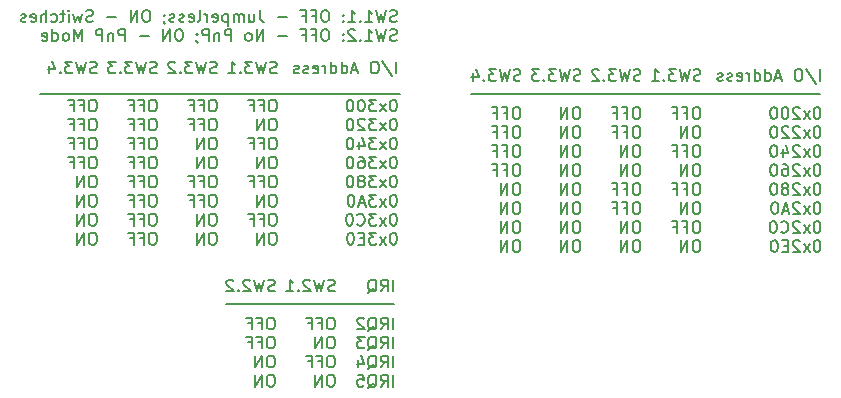
<source format=gbo>
%TF.GenerationSoftware,KiCad,Pcbnew,9.0.2*%
%TF.CreationDate,2025-07-06T12:10:31+02:00*%
%TF.ProjectId,ISA8_Ethernet,49534138-5f45-4746-9865-726e65742e6b,1.1*%
%TF.SameCoordinates,Original*%
%TF.FileFunction,Legend,Bot*%
%TF.FilePolarity,Positive*%
%FSLAX46Y46*%
G04 Gerber Fmt 4.6, Leading zero omitted, Abs format (unit mm)*
G04 Created by KiCad (PCBNEW 9.0.2) date 2025-07-06 12:10:31*
%MOMM*%
%LPD*%
G01*
G04 APERTURE LIST*
%ADD10C,0.150000*%
G04 APERTURE END LIST*
D10*
X175260000Y-86360000D02*
X145732500Y-86360000D01*
X139700000Y-86360000D02*
X109220000Y-86360000D01*
X139223750Y-104140000D02*
X124936250Y-104140000D01*
X129092089Y-103062340D02*
X128949232Y-103109959D01*
X128949232Y-103109959D02*
X128711137Y-103109959D01*
X128711137Y-103109959D02*
X128615899Y-103062340D01*
X128615899Y-103062340D02*
X128568280Y-103014720D01*
X128568280Y-103014720D02*
X128520661Y-102919482D01*
X128520661Y-102919482D02*
X128520661Y-102824244D01*
X128520661Y-102824244D02*
X128568280Y-102729006D01*
X128568280Y-102729006D02*
X128615899Y-102681387D01*
X128615899Y-102681387D02*
X128711137Y-102633768D01*
X128711137Y-102633768D02*
X128901613Y-102586149D01*
X128901613Y-102586149D02*
X128996851Y-102538530D01*
X128996851Y-102538530D02*
X129044470Y-102490911D01*
X129044470Y-102490911D02*
X129092089Y-102395673D01*
X129092089Y-102395673D02*
X129092089Y-102300435D01*
X129092089Y-102300435D02*
X129044470Y-102205197D01*
X129044470Y-102205197D02*
X128996851Y-102157578D01*
X128996851Y-102157578D02*
X128901613Y-102109959D01*
X128901613Y-102109959D02*
X128663518Y-102109959D01*
X128663518Y-102109959D02*
X128520661Y-102157578D01*
X128187327Y-102109959D02*
X127949232Y-103109959D01*
X127949232Y-103109959D02*
X127758756Y-102395673D01*
X127758756Y-102395673D02*
X127568280Y-103109959D01*
X127568280Y-103109959D02*
X127330185Y-102109959D01*
X126996851Y-102205197D02*
X126949232Y-102157578D01*
X126949232Y-102157578D02*
X126853994Y-102109959D01*
X126853994Y-102109959D02*
X126615899Y-102109959D01*
X126615899Y-102109959D02*
X126520661Y-102157578D01*
X126520661Y-102157578D02*
X126473042Y-102205197D01*
X126473042Y-102205197D02*
X126425423Y-102300435D01*
X126425423Y-102300435D02*
X126425423Y-102395673D01*
X126425423Y-102395673D02*
X126473042Y-102538530D01*
X126473042Y-102538530D02*
X127044470Y-103109959D01*
X127044470Y-103109959D02*
X126425423Y-103109959D01*
X125996851Y-103014720D02*
X125949232Y-103062340D01*
X125949232Y-103062340D02*
X125996851Y-103109959D01*
X125996851Y-103109959D02*
X126044470Y-103062340D01*
X126044470Y-103062340D02*
X125996851Y-103014720D01*
X125996851Y-103014720D02*
X125996851Y-103109959D01*
X125568280Y-102205197D02*
X125520661Y-102157578D01*
X125520661Y-102157578D02*
X125425423Y-102109959D01*
X125425423Y-102109959D02*
X125187328Y-102109959D01*
X125187328Y-102109959D02*
X125092090Y-102157578D01*
X125092090Y-102157578D02*
X125044471Y-102205197D01*
X125044471Y-102205197D02*
X124996852Y-102300435D01*
X124996852Y-102300435D02*
X124996852Y-102395673D01*
X124996852Y-102395673D02*
X125044471Y-102538530D01*
X125044471Y-102538530D02*
X125615899Y-103109959D01*
X125615899Y-103109959D02*
X124996852Y-103109959D01*
X128853994Y-105329847D02*
X128663518Y-105329847D01*
X128663518Y-105329847D02*
X128568280Y-105377466D01*
X128568280Y-105377466D02*
X128473042Y-105472704D01*
X128473042Y-105472704D02*
X128425423Y-105663180D01*
X128425423Y-105663180D02*
X128425423Y-105996513D01*
X128425423Y-105996513D02*
X128473042Y-106186989D01*
X128473042Y-106186989D02*
X128568280Y-106282228D01*
X128568280Y-106282228D02*
X128663518Y-106329847D01*
X128663518Y-106329847D02*
X128853994Y-106329847D01*
X128853994Y-106329847D02*
X128949232Y-106282228D01*
X128949232Y-106282228D02*
X129044470Y-106186989D01*
X129044470Y-106186989D02*
X129092089Y-105996513D01*
X129092089Y-105996513D02*
X129092089Y-105663180D01*
X129092089Y-105663180D02*
X129044470Y-105472704D01*
X129044470Y-105472704D02*
X128949232Y-105377466D01*
X128949232Y-105377466D02*
X128853994Y-105329847D01*
X127663518Y-105806037D02*
X127996851Y-105806037D01*
X127996851Y-106329847D02*
X127996851Y-105329847D01*
X127996851Y-105329847D02*
X127520661Y-105329847D01*
X126806375Y-105806037D02*
X127139708Y-105806037D01*
X127139708Y-106329847D02*
X127139708Y-105329847D01*
X127139708Y-105329847D02*
X126663518Y-105329847D01*
X128853994Y-106939791D02*
X128663518Y-106939791D01*
X128663518Y-106939791D02*
X128568280Y-106987410D01*
X128568280Y-106987410D02*
X128473042Y-107082648D01*
X128473042Y-107082648D02*
X128425423Y-107273124D01*
X128425423Y-107273124D02*
X128425423Y-107606457D01*
X128425423Y-107606457D02*
X128473042Y-107796933D01*
X128473042Y-107796933D02*
X128568280Y-107892172D01*
X128568280Y-107892172D02*
X128663518Y-107939791D01*
X128663518Y-107939791D02*
X128853994Y-107939791D01*
X128853994Y-107939791D02*
X128949232Y-107892172D01*
X128949232Y-107892172D02*
X129044470Y-107796933D01*
X129044470Y-107796933D02*
X129092089Y-107606457D01*
X129092089Y-107606457D02*
X129092089Y-107273124D01*
X129092089Y-107273124D02*
X129044470Y-107082648D01*
X129044470Y-107082648D02*
X128949232Y-106987410D01*
X128949232Y-106987410D02*
X128853994Y-106939791D01*
X127663518Y-107415981D02*
X127996851Y-107415981D01*
X127996851Y-107939791D02*
X127996851Y-106939791D01*
X127996851Y-106939791D02*
X127520661Y-106939791D01*
X126806375Y-107415981D02*
X127139708Y-107415981D01*
X127139708Y-107939791D02*
X127139708Y-106939791D01*
X127139708Y-106939791D02*
X126663518Y-106939791D01*
X128853994Y-108549735D02*
X128663518Y-108549735D01*
X128663518Y-108549735D02*
X128568280Y-108597354D01*
X128568280Y-108597354D02*
X128473042Y-108692592D01*
X128473042Y-108692592D02*
X128425423Y-108883068D01*
X128425423Y-108883068D02*
X128425423Y-109216401D01*
X128425423Y-109216401D02*
X128473042Y-109406877D01*
X128473042Y-109406877D02*
X128568280Y-109502116D01*
X128568280Y-109502116D02*
X128663518Y-109549735D01*
X128663518Y-109549735D02*
X128853994Y-109549735D01*
X128853994Y-109549735D02*
X128949232Y-109502116D01*
X128949232Y-109502116D02*
X129044470Y-109406877D01*
X129044470Y-109406877D02*
X129092089Y-109216401D01*
X129092089Y-109216401D02*
X129092089Y-108883068D01*
X129092089Y-108883068D02*
X129044470Y-108692592D01*
X129044470Y-108692592D02*
X128949232Y-108597354D01*
X128949232Y-108597354D02*
X128853994Y-108549735D01*
X127996851Y-109549735D02*
X127996851Y-108549735D01*
X127996851Y-108549735D02*
X127425423Y-109549735D01*
X127425423Y-109549735D02*
X127425423Y-108549735D01*
X128853994Y-110159679D02*
X128663518Y-110159679D01*
X128663518Y-110159679D02*
X128568280Y-110207298D01*
X128568280Y-110207298D02*
X128473042Y-110302536D01*
X128473042Y-110302536D02*
X128425423Y-110493012D01*
X128425423Y-110493012D02*
X128425423Y-110826345D01*
X128425423Y-110826345D02*
X128473042Y-111016821D01*
X128473042Y-111016821D02*
X128568280Y-111112060D01*
X128568280Y-111112060D02*
X128663518Y-111159679D01*
X128663518Y-111159679D02*
X128853994Y-111159679D01*
X128853994Y-111159679D02*
X128949232Y-111112060D01*
X128949232Y-111112060D02*
X129044470Y-111016821D01*
X129044470Y-111016821D02*
X129092089Y-110826345D01*
X129092089Y-110826345D02*
X129092089Y-110493012D01*
X129092089Y-110493012D02*
X129044470Y-110302536D01*
X129044470Y-110302536D02*
X128949232Y-110207298D01*
X128949232Y-110207298D02*
X128853994Y-110159679D01*
X127996851Y-111159679D02*
X127996851Y-110159679D01*
X127996851Y-110159679D02*
X127425423Y-111159679D01*
X127425423Y-111159679D02*
X127425423Y-110159679D01*
X134172089Y-103062340D02*
X134029232Y-103109959D01*
X134029232Y-103109959D02*
X133791137Y-103109959D01*
X133791137Y-103109959D02*
X133695899Y-103062340D01*
X133695899Y-103062340D02*
X133648280Y-103014720D01*
X133648280Y-103014720D02*
X133600661Y-102919482D01*
X133600661Y-102919482D02*
X133600661Y-102824244D01*
X133600661Y-102824244D02*
X133648280Y-102729006D01*
X133648280Y-102729006D02*
X133695899Y-102681387D01*
X133695899Y-102681387D02*
X133791137Y-102633768D01*
X133791137Y-102633768D02*
X133981613Y-102586149D01*
X133981613Y-102586149D02*
X134076851Y-102538530D01*
X134076851Y-102538530D02*
X134124470Y-102490911D01*
X134124470Y-102490911D02*
X134172089Y-102395673D01*
X134172089Y-102395673D02*
X134172089Y-102300435D01*
X134172089Y-102300435D02*
X134124470Y-102205197D01*
X134124470Y-102205197D02*
X134076851Y-102157578D01*
X134076851Y-102157578D02*
X133981613Y-102109959D01*
X133981613Y-102109959D02*
X133743518Y-102109959D01*
X133743518Y-102109959D02*
X133600661Y-102157578D01*
X133267327Y-102109959D02*
X133029232Y-103109959D01*
X133029232Y-103109959D02*
X132838756Y-102395673D01*
X132838756Y-102395673D02*
X132648280Y-103109959D01*
X132648280Y-103109959D02*
X132410185Y-102109959D01*
X132076851Y-102205197D02*
X132029232Y-102157578D01*
X132029232Y-102157578D02*
X131933994Y-102109959D01*
X131933994Y-102109959D02*
X131695899Y-102109959D01*
X131695899Y-102109959D02*
X131600661Y-102157578D01*
X131600661Y-102157578D02*
X131553042Y-102205197D01*
X131553042Y-102205197D02*
X131505423Y-102300435D01*
X131505423Y-102300435D02*
X131505423Y-102395673D01*
X131505423Y-102395673D02*
X131553042Y-102538530D01*
X131553042Y-102538530D02*
X132124470Y-103109959D01*
X132124470Y-103109959D02*
X131505423Y-103109959D01*
X131076851Y-103014720D02*
X131029232Y-103062340D01*
X131029232Y-103062340D02*
X131076851Y-103109959D01*
X131076851Y-103109959D02*
X131124470Y-103062340D01*
X131124470Y-103062340D02*
X131076851Y-103014720D01*
X131076851Y-103014720D02*
X131076851Y-103109959D01*
X130076852Y-103109959D02*
X130648280Y-103109959D01*
X130362566Y-103109959D02*
X130362566Y-102109959D01*
X130362566Y-102109959D02*
X130457804Y-102252816D01*
X130457804Y-102252816D02*
X130553042Y-102348054D01*
X130553042Y-102348054D02*
X130648280Y-102395673D01*
X133933994Y-105329847D02*
X133743518Y-105329847D01*
X133743518Y-105329847D02*
X133648280Y-105377466D01*
X133648280Y-105377466D02*
X133553042Y-105472704D01*
X133553042Y-105472704D02*
X133505423Y-105663180D01*
X133505423Y-105663180D02*
X133505423Y-105996513D01*
X133505423Y-105996513D02*
X133553042Y-106186989D01*
X133553042Y-106186989D02*
X133648280Y-106282228D01*
X133648280Y-106282228D02*
X133743518Y-106329847D01*
X133743518Y-106329847D02*
X133933994Y-106329847D01*
X133933994Y-106329847D02*
X134029232Y-106282228D01*
X134029232Y-106282228D02*
X134124470Y-106186989D01*
X134124470Y-106186989D02*
X134172089Y-105996513D01*
X134172089Y-105996513D02*
X134172089Y-105663180D01*
X134172089Y-105663180D02*
X134124470Y-105472704D01*
X134124470Y-105472704D02*
X134029232Y-105377466D01*
X134029232Y-105377466D02*
X133933994Y-105329847D01*
X132743518Y-105806037D02*
X133076851Y-105806037D01*
X133076851Y-106329847D02*
X133076851Y-105329847D01*
X133076851Y-105329847D02*
X132600661Y-105329847D01*
X131886375Y-105806037D02*
X132219708Y-105806037D01*
X132219708Y-106329847D02*
X132219708Y-105329847D01*
X132219708Y-105329847D02*
X131743518Y-105329847D01*
X133933994Y-106939791D02*
X133743518Y-106939791D01*
X133743518Y-106939791D02*
X133648280Y-106987410D01*
X133648280Y-106987410D02*
X133553042Y-107082648D01*
X133553042Y-107082648D02*
X133505423Y-107273124D01*
X133505423Y-107273124D02*
X133505423Y-107606457D01*
X133505423Y-107606457D02*
X133553042Y-107796933D01*
X133553042Y-107796933D02*
X133648280Y-107892172D01*
X133648280Y-107892172D02*
X133743518Y-107939791D01*
X133743518Y-107939791D02*
X133933994Y-107939791D01*
X133933994Y-107939791D02*
X134029232Y-107892172D01*
X134029232Y-107892172D02*
X134124470Y-107796933D01*
X134124470Y-107796933D02*
X134172089Y-107606457D01*
X134172089Y-107606457D02*
X134172089Y-107273124D01*
X134172089Y-107273124D02*
X134124470Y-107082648D01*
X134124470Y-107082648D02*
X134029232Y-106987410D01*
X134029232Y-106987410D02*
X133933994Y-106939791D01*
X133076851Y-107939791D02*
X133076851Y-106939791D01*
X133076851Y-106939791D02*
X132505423Y-107939791D01*
X132505423Y-107939791D02*
X132505423Y-106939791D01*
X133933994Y-108549735D02*
X133743518Y-108549735D01*
X133743518Y-108549735D02*
X133648280Y-108597354D01*
X133648280Y-108597354D02*
X133553042Y-108692592D01*
X133553042Y-108692592D02*
X133505423Y-108883068D01*
X133505423Y-108883068D02*
X133505423Y-109216401D01*
X133505423Y-109216401D02*
X133553042Y-109406877D01*
X133553042Y-109406877D02*
X133648280Y-109502116D01*
X133648280Y-109502116D02*
X133743518Y-109549735D01*
X133743518Y-109549735D02*
X133933994Y-109549735D01*
X133933994Y-109549735D02*
X134029232Y-109502116D01*
X134029232Y-109502116D02*
X134124470Y-109406877D01*
X134124470Y-109406877D02*
X134172089Y-109216401D01*
X134172089Y-109216401D02*
X134172089Y-108883068D01*
X134172089Y-108883068D02*
X134124470Y-108692592D01*
X134124470Y-108692592D02*
X134029232Y-108597354D01*
X134029232Y-108597354D02*
X133933994Y-108549735D01*
X132743518Y-109025925D02*
X133076851Y-109025925D01*
X133076851Y-109549735D02*
X133076851Y-108549735D01*
X133076851Y-108549735D02*
X132600661Y-108549735D01*
X131886375Y-109025925D02*
X132219708Y-109025925D01*
X132219708Y-109549735D02*
X132219708Y-108549735D01*
X132219708Y-108549735D02*
X131743518Y-108549735D01*
X133933994Y-110159679D02*
X133743518Y-110159679D01*
X133743518Y-110159679D02*
X133648280Y-110207298D01*
X133648280Y-110207298D02*
X133553042Y-110302536D01*
X133553042Y-110302536D02*
X133505423Y-110493012D01*
X133505423Y-110493012D02*
X133505423Y-110826345D01*
X133505423Y-110826345D02*
X133553042Y-111016821D01*
X133553042Y-111016821D02*
X133648280Y-111112060D01*
X133648280Y-111112060D02*
X133743518Y-111159679D01*
X133743518Y-111159679D02*
X133933994Y-111159679D01*
X133933994Y-111159679D02*
X134029232Y-111112060D01*
X134029232Y-111112060D02*
X134124470Y-111016821D01*
X134124470Y-111016821D02*
X134172089Y-110826345D01*
X134172089Y-110826345D02*
X134172089Y-110493012D01*
X134172089Y-110493012D02*
X134124470Y-110302536D01*
X134124470Y-110302536D02*
X134029232Y-110207298D01*
X134029232Y-110207298D02*
X133933994Y-110159679D01*
X133076851Y-111159679D02*
X133076851Y-110159679D01*
X133076851Y-110159679D02*
X132505423Y-111159679D01*
X132505423Y-111159679D02*
X132505423Y-110159679D01*
X149888339Y-85237452D02*
X149745482Y-85285071D01*
X149745482Y-85285071D02*
X149507387Y-85285071D01*
X149507387Y-85285071D02*
X149412149Y-85237452D01*
X149412149Y-85237452D02*
X149364530Y-85189832D01*
X149364530Y-85189832D02*
X149316911Y-85094594D01*
X149316911Y-85094594D02*
X149316911Y-84999356D01*
X149316911Y-84999356D02*
X149364530Y-84904118D01*
X149364530Y-84904118D02*
X149412149Y-84856499D01*
X149412149Y-84856499D02*
X149507387Y-84808880D01*
X149507387Y-84808880D02*
X149697863Y-84761261D01*
X149697863Y-84761261D02*
X149793101Y-84713642D01*
X149793101Y-84713642D02*
X149840720Y-84666023D01*
X149840720Y-84666023D02*
X149888339Y-84570785D01*
X149888339Y-84570785D02*
X149888339Y-84475547D01*
X149888339Y-84475547D02*
X149840720Y-84380309D01*
X149840720Y-84380309D02*
X149793101Y-84332690D01*
X149793101Y-84332690D02*
X149697863Y-84285071D01*
X149697863Y-84285071D02*
X149459768Y-84285071D01*
X149459768Y-84285071D02*
X149316911Y-84332690D01*
X148983577Y-84285071D02*
X148745482Y-85285071D01*
X148745482Y-85285071D02*
X148555006Y-84570785D01*
X148555006Y-84570785D02*
X148364530Y-85285071D01*
X148364530Y-85285071D02*
X148126435Y-84285071D01*
X147840720Y-84285071D02*
X147221673Y-84285071D01*
X147221673Y-84285071D02*
X147555006Y-84666023D01*
X147555006Y-84666023D02*
X147412149Y-84666023D01*
X147412149Y-84666023D02*
X147316911Y-84713642D01*
X147316911Y-84713642D02*
X147269292Y-84761261D01*
X147269292Y-84761261D02*
X147221673Y-84856499D01*
X147221673Y-84856499D02*
X147221673Y-85094594D01*
X147221673Y-85094594D02*
X147269292Y-85189832D01*
X147269292Y-85189832D02*
X147316911Y-85237452D01*
X147316911Y-85237452D02*
X147412149Y-85285071D01*
X147412149Y-85285071D02*
X147697863Y-85285071D01*
X147697863Y-85285071D02*
X147793101Y-85237452D01*
X147793101Y-85237452D02*
X147840720Y-85189832D01*
X146793101Y-85189832D02*
X146745482Y-85237452D01*
X146745482Y-85237452D02*
X146793101Y-85285071D01*
X146793101Y-85285071D02*
X146840720Y-85237452D01*
X146840720Y-85237452D02*
X146793101Y-85189832D01*
X146793101Y-85189832D02*
X146793101Y-85285071D01*
X145888340Y-84618404D02*
X145888340Y-85285071D01*
X146126435Y-84237452D02*
X146364530Y-84951737D01*
X146364530Y-84951737D02*
X145745483Y-84951737D01*
X149650244Y-87504959D02*
X149459768Y-87504959D01*
X149459768Y-87504959D02*
X149364530Y-87552578D01*
X149364530Y-87552578D02*
X149269292Y-87647816D01*
X149269292Y-87647816D02*
X149221673Y-87838292D01*
X149221673Y-87838292D02*
X149221673Y-88171625D01*
X149221673Y-88171625D02*
X149269292Y-88362101D01*
X149269292Y-88362101D02*
X149364530Y-88457340D01*
X149364530Y-88457340D02*
X149459768Y-88504959D01*
X149459768Y-88504959D02*
X149650244Y-88504959D01*
X149650244Y-88504959D02*
X149745482Y-88457340D01*
X149745482Y-88457340D02*
X149840720Y-88362101D01*
X149840720Y-88362101D02*
X149888339Y-88171625D01*
X149888339Y-88171625D02*
X149888339Y-87838292D01*
X149888339Y-87838292D02*
X149840720Y-87647816D01*
X149840720Y-87647816D02*
X149745482Y-87552578D01*
X149745482Y-87552578D02*
X149650244Y-87504959D01*
X148459768Y-87981149D02*
X148793101Y-87981149D01*
X148793101Y-88504959D02*
X148793101Y-87504959D01*
X148793101Y-87504959D02*
X148316911Y-87504959D01*
X147602625Y-87981149D02*
X147935958Y-87981149D01*
X147935958Y-88504959D02*
X147935958Y-87504959D01*
X147935958Y-87504959D02*
X147459768Y-87504959D01*
X149650244Y-89114903D02*
X149459768Y-89114903D01*
X149459768Y-89114903D02*
X149364530Y-89162522D01*
X149364530Y-89162522D02*
X149269292Y-89257760D01*
X149269292Y-89257760D02*
X149221673Y-89448236D01*
X149221673Y-89448236D02*
X149221673Y-89781569D01*
X149221673Y-89781569D02*
X149269292Y-89972045D01*
X149269292Y-89972045D02*
X149364530Y-90067284D01*
X149364530Y-90067284D02*
X149459768Y-90114903D01*
X149459768Y-90114903D02*
X149650244Y-90114903D01*
X149650244Y-90114903D02*
X149745482Y-90067284D01*
X149745482Y-90067284D02*
X149840720Y-89972045D01*
X149840720Y-89972045D02*
X149888339Y-89781569D01*
X149888339Y-89781569D02*
X149888339Y-89448236D01*
X149888339Y-89448236D02*
X149840720Y-89257760D01*
X149840720Y-89257760D02*
X149745482Y-89162522D01*
X149745482Y-89162522D02*
X149650244Y-89114903D01*
X148459768Y-89591093D02*
X148793101Y-89591093D01*
X148793101Y-90114903D02*
X148793101Y-89114903D01*
X148793101Y-89114903D02*
X148316911Y-89114903D01*
X147602625Y-89591093D02*
X147935958Y-89591093D01*
X147935958Y-90114903D02*
X147935958Y-89114903D01*
X147935958Y-89114903D02*
X147459768Y-89114903D01*
X149650244Y-90724847D02*
X149459768Y-90724847D01*
X149459768Y-90724847D02*
X149364530Y-90772466D01*
X149364530Y-90772466D02*
X149269292Y-90867704D01*
X149269292Y-90867704D02*
X149221673Y-91058180D01*
X149221673Y-91058180D02*
X149221673Y-91391513D01*
X149221673Y-91391513D02*
X149269292Y-91581989D01*
X149269292Y-91581989D02*
X149364530Y-91677228D01*
X149364530Y-91677228D02*
X149459768Y-91724847D01*
X149459768Y-91724847D02*
X149650244Y-91724847D01*
X149650244Y-91724847D02*
X149745482Y-91677228D01*
X149745482Y-91677228D02*
X149840720Y-91581989D01*
X149840720Y-91581989D02*
X149888339Y-91391513D01*
X149888339Y-91391513D02*
X149888339Y-91058180D01*
X149888339Y-91058180D02*
X149840720Y-90867704D01*
X149840720Y-90867704D02*
X149745482Y-90772466D01*
X149745482Y-90772466D02*
X149650244Y-90724847D01*
X148459768Y-91201037D02*
X148793101Y-91201037D01*
X148793101Y-91724847D02*
X148793101Y-90724847D01*
X148793101Y-90724847D02*
X148316911Y-90724847D01*
X147602625Y-91201037D02*
X147935958Y-91201037D01*
X147935958Y-91724847D02*
X147935958Y-90724847D01*
X147935958Y-90724847D02*
X147459768Y-90724847D01*
X149650244Y-92334791D02*
X149459768Y-92334791D01*
X149459768Y-92334791D02*
X149364530Y-92382410D01*
X149364530Y-92382410D02*
X149269292Y-92477648D01*
X149269292Y-92477648D02*
X149221673Y-92668124D01*
X149221673Y-92668124D02*
X149221673Y-93001457D01*
X149221673Y-93001457D02*
X149269292Y-93191933D01*
X149269292Y-93191933D02*
X149364530Y-93287172D01*
X149364530Y-93287172D02*
X149459768Y-93334791D01*
X149459768Y-93334791D02*
X149650244Y-93334791D01*
X149650244Y-93334791D02*
X149745482Y-93287172D01*
X149745482Y-93287172D02*
X149840720Y-93191933D01*
X149840720Y-93191933D02*
X149888339Y-93001457D01*
X149888339Y-93001457D02*
X149888339Y-92668124D01*
X149888339Y-92668124D02*
X149840720Y-92477648D01*
X149840720Y-92477648D02*
X149745482Y-92382410D01*
X149745482Y-92382410D02*
X149650244Y-92334791D01*
X148459768Y-92810981D02*
X148793101Y-92810981D01*
X148793101Y-93334791D02*
X148793101Y-92334791D01*
X148793101Y-92334791D02*
X148316911Y-92334791D01*
X147602625Y-92810981D02*
X147935958Y-92810981D01*
X147935958Y-93334791D02*
X147935958Y-92334791D01*
X147935958Y-92334791D02*
X147459768Y-92334791D01*
X149650244Y-93944735D02*
X149459768Y-93944735D01*
X149459768Y-93944735D02*
X149364530Y-93992354D01*
X149364530Y-93992354D02*
X149269292Y-94087592D01*
X149269292Y-94087592D02*
X149221673Y-94278068D01*
X149221673Y-94278068D02*
X149221673Y-94611401D01*
X149221673Y-94611401D02*
X149269292Y-94801877D01*
X149269292Y-94801877D02*
X149364530Y-94897116D01*
X149364530Y-94897116D02*
X149459768Y-94944735D01*
X149459768Y-94944735D02*
X149650244Y-94944735D01*
X149650244Y-94944735D02*
X149745482Y-94897116D01*
X149745482Y-94897116D02*
X149840720Y-94801877D01*
X149840720Y-94801877D02*
X149888339Y-94611401D01*
X149888339Y-94611401D02*
X149888339Y-94278068D01*
X149888339Y-94278068D02*
X149840720Y-94087592D01*
X149840720Y-94087592D02*
X149745482Y-93992354D01*
X149745482Y-93992354D02*
X149650244Y-93944735D01*
X148793101Y-94944735D02*
X148793101Y-93944735D01*
X148793101Y-93944735D02*
X148221673Y-94944735D01*
X148221673Y-94944735D02*
X148221673Y-93944735D01*
X149650244Y-95554679D02*
X149459768Y-95554679D01*
X149459768Y-95554679D02*
X149364530Y-95602298D01*
X149364530Y-95602298D02*
X149269292Y-95697536D01*
X149269292Y-95697536D02*
X149221673Y-95888012D01*
X149221673Y-95888012D02*
X149221673Y-96221345D01*
X149221673Y-96221345D02*
X149269292Y-96411821D01*
X149269292Y-96411821D02*
X149364530Y-96507060D01*
X149364530Y-96507060D02*
X149459768Y-96554679D01*
X149459768Y-96554679D02*
X149650244Y-96554679D01*
X149650244Y-96554679D02*
X149745482Y-96507060D01*
X149745482Y-96507060D02*
X149840720Y-96411821D01*
X149840720Y-96411821D02*
X149888339Y-96221345D01*
X149888339Y-96221345D02*
X149888339Y-95888012D01*
X149888339Y-95888012D02*
X149840720Y-95697536D01*
X149840720Y-95697536D02*
X149745482Y-95602298D01*
X149745482Y-95602298D02*
X149650244Y-95554679D01*
X148793101Y-96554679D02*
X148793101Y-95554679D01*
X148793101Y-95554679D02*
X148221673Y-96554679D01*
X148221673Y-96554679D02*
X148221673Y-95554679D01*
X149650244Y-97164623D02*
X149459768Y-97164623D01*
X149459768Y-97164623D02*
X149364530Y-97212242D01*
X149364530Y-97212242D02*
X149269292Y-97307480D01*
X149269292Y-97307480D02*
X149221673Y-97497956D01*
X149221673Y-97497956D02*
X149221673Y-97831289D01*
X149221673Y-97831289D02*
X149269292Y-98021765D01*
X149269292Y-98021765D02*
X149364530Y-98117004D01*
X149364530Y-98117004D02*
X149459768Y-98164623D01*
X149459768Y-98164623D02*
X149650244Y-98164623D01*
X149650244Y-98164623D02*
X149745482Y-98117004D01*
X149745482Y-98117004D02*
X149840720Y-98021765D01*
X149840720Y-98021765D02*
X149888339Y-97831289D01*
X149888339Y-97831289D02*
X149888339Y-97497956D01*
X149888339Y-97497956D02*
X149840720Y-97307480D01*
X149840720Y-97307480D02*
X149745482Y-97212242D01*
X149745482Y-97212242D02*
X149650244Y-97164623D01*
X148793101Y-98164623D02*
X148793101Y-97164623D01*
X148793101Y-97164623D02*
X148221673Y-98164623D01*
X148221673Y-98164623D02*
X148221673Y-97164623D01*
X149650244Y-98774567D02*
X149459768Y-98774567D01*
X149459768Y-98774567D02*
X149364530Y-98822186D01*
X149364530Y-98822186D02*
X149269292Y-98917424D01*
X149269292Y-98917424D02*
X149221673Y-99107900D01*
X149221673Y-99107900D02*
X149221673Y-99441233D01*
X149221673Y-99441233D02*
X149269292Y-99631709D01*
X149269292Y-99631709D02*
X149364530Y-99726948D01*
X149364530Y-99726948D02*
X149459768Y-99774567D01*
X149459768Y-99774567D02*
X149650244Y-99774567D01*
X149650244Y-99774567D02*
X149745482Y-99726948D01*
X149745482Y-99726948D02*
X149840720Y-99631709D01*
X149840720Y-99631709D02*
X149888339Y-99441233D01*
X149888339Y-99441233D02*
X149888339Y-99107900D01*
X149888339Y-99107900D02*
X149840720Y-98917424D01*
X149840720Y-98917424D02*
X149745482Y-98822186D01*
X149745482Y-98822186D02*
X149650244Y-98774567D01*
X148793101Y-99774567D02*
X148793101Y-98774567D01*
X148793101Y-98774567D02*
X148221673Y-99774567D01*
X148221673Y-99774567D02*
X148221673Y-98774567D01*
X154968339Y-85237452D02*
X154825482Y-85285071D01*
X154825482Y-85285071D02*
X154587387Y-85285071D01*
X154587387Y-85285071D02*
X154492149Y-85237452D01*
X154492149Y-85237452D02*
X154444530Y-85189832D01*
X154444530Y-85189832D02*
X154396911Y-85094594D01*
X154396911Y-85094594D02*
X154396911Y-84999356D01*
X154396911Y-84999356D02*
X154444530Y-84904118D01*
X154444530Y-84904118D02*
X154492149Y-84856499D01*
X154492149Y-84856499D02*
X154587387Y-84808880D01*
X154587387Y-84808880D02*
X154777863Y-84761261D01*
X154777863Y-84761261D02*
X154873101Y-84713642D01*
X154873101Y-84713642D02*
X154920720Y-84666023D01*
X154920720Y-84666023D02*
X154968339Y-84570785D01*
X154968339Y-84570785D02*
X154968339Y-84475547D01*
X154968339Y-84475547D02*
X154920720Y-84380309D01*
X154920720Y-84380309D02*
X154873101Y-84332690D01*
X154873101Y-84332690D02*
X154777863Y-84285071D01*
X154777863Y-84285071D02*
X154539768Y-84285071D01*
X154539768Y-84285071D02*
X154396911Y-84332690D01*
X154063577Y-84285071D02*
X153825482Y-85285071D01*
X153825482Y-85285071D02*
X153635006Y-84570785D01*
X153635006Y-84570785D02*
X153444530Y-85285071D01*
X153444530Y-85285071D02*
X153206435Y-84285071D01*
X152920720Y-84285071D02*
X152301673Y-84285071D01*
X152301673Y-84285071D02*
X152635006Y-84666023D01*
X152635006Y-84666023D02*
X152492149Y-84666023D01*
X152492149Y-84666023D02*
X152396911Y-84713642D01*
X152396911Y-84713642D02*
X152349292Y-84761261D01*
X152349292Y-84761261D02*
X152301673Y-84856499D01*
X152301673Y-84856499D02*
X152301673Y-85094594D01*
X152301673Y-85094594D02*
X152349292Y-85189832D01*
X152349292Y-85189832D02*
X152396911Y-85237452D01*
X152396911Y-85237452D02*
X152492149Y-85285071D01*
X152492149Y-85285071D02*
X152777863Y-85285071D01*
X152777863Y-85285071D02*
X152873101Y-85237452D01*
X152873101Y-85237452D02*
X152920720Y-85189832D01*
X151873101Y-85189832D02*
X151825482Y-85237452D01*
X151825482Y-85237452D02*
X151873101Y-85285071D01*
X151873101Y-85285071D02*
X151920720Y-85237452D01*
X151920720Y-85237452D02*
X151873101Y-85189832D01*
X151873101Y-85189832D02*
X151873101Y-85285071D01*
X151492149Y-84285071D02*
X150873102Y-84285071D01*
X150873102Y-84285071D02*
X151206435Y-84666023D01*
X151206435Y-84666023D02*
X151063578Y-84666023D01*
X151063578Y-84666023D02*
X150968340Y-84713642D01*
X150968340Y-84713642D02*
X150920721Y-84761261D01*
X150920721Y-84761261D02*
X150873102Y-84856499D01*
X150873102Y-84856499D02*
X150873102Y-85094594D01*
X150873102Y-85094594D02*
X150920721Y-85189832D01*
X150920721Y-85189832D02*
X150968340Y-85237452D01*
X150968340Y-85237452D02*
X151063578Y-85285071D01*
X151063578Y-85285071D02*
X151349292Y-85285071D01*
X151349292Y-85285071D02*
X151444530Y-85237452D01*
X151444530Y-85237452D02*
X151492149Y-85189832D01*
X154730244Y-87504959D02*
X154539768Y-87504959D01*
X154539768Y-87504959D02*
X154444530Y-87552578D01*
X154444530Y-87552578D02*
X154349292Y-87647816D01*
X154349292Y-87647816D02*
X154301673Y-87838292D01*
X154301673Y-87838292D02*
X154301673Y-88171625D01*
X154301673Y-88171625D02*
X154349292Y-88362101D01*
X154349292Y-88362101D02*
X154444530Y-88457340D01*
X154444530Y-88457340D02*
X154539768Y-88504959D01*
X154539768Y-88504959D02*
X154730244Y-88504959D01*
X154730244Y-88504959D02*
X154825482Y-88457340D01*
X154825482Y-88457340D02*
X154920720Y-88362101D01*
X154920720Y-88362101D02*
X154968339Y-88171625D01*
X154968339Y-88171625D02*
X154968339Y-87838292D01*
X154968339Y-87838292D02*
X154920720Y-87647816D01*
X154920720Y-87647816D02*
X154825482Y-87552578D01*
X154825482Y-87552578D02*
X154730244Y-87504959D01*
X153873101Y-88504959D02*
X153873101Y-87504959D01*
X153873101Y-87504959D02*
X153301673Y-88504959D01*
X153301673Y-88504959D02*
X153301673Y-87504959D01*
X154730244Y-89114903D02*
X154539768Y-89114903D01*
X154539768Y-89114903D02*
X154444530Y-89162522D01*
X154444530Y-89162522D02*
X154349292Y-89257760D01*
X154349292Y-89257760D02*
X154301673Y-89448236D01*
X154301673Y-89448236D02*
X154301673Y-89781569D01*
X154301673Y-89781569D02*
X154349292Y-89972045D01*
X154349292Y-89972045D02*
X154444530Y-90067284D01*
X154444530Y-90067284D02*
X154539768Y-90114903D01*
X154539768Y-90114903D02*
X154730244Y-90114903D01*
X154730244Y-90114903D02*
X154825482Y-90067284D01*
X154825482Y-90067284D02*
X154920720Y-89972045D01*
X154920720Y-89972045D02*
X154968339Y-89781569D01*
X154968339Y-89781569D02*
X154968339Y-89448236D01*
X154968339Y-89448236D02*
X154920720Y-89257760D01*
X154920720Y-89257760D02*
X154825482Y-89162522D01*
X154825482Y-89162522D02*
X154730244Y-89114903D01*
X153873101Y-90114903D02*
X153873101Y-89114903D01*
X153873101Y-89114903D02*
X153301673Y-90114903D01*
X153301673Y-90114903D02*
X153301673Y-89114903D01*
X154730244Y-90724847D02*
X154539768Y-90724847D01*
X154539768Y-90724847D02*
X154444530Y-90772466D01*
X154444530Y-90772466D02*
X154349292Y-90867704D01*
X154349292Y-90867704D02*
X154301673Y-91058180D01*
X154301673Y-91058180D02*
X154301673Y-91391513D01*
X154301673Y-91391513D02*
X154349292Y-91581989D01*
X154349292Y-91581989D02*
X154444530Y-91677228D01*
X154444530Y-91677228D02*
X154539768Y-91724847D01*
X154539768Y-91724847D02*
X154730244Y-91724847D01*
X154730244Y-91724847D02*
X154825482Y-91677228D01*
X154825482Y-91677228D02*
X154920720Y-91581989D01*
X154920720Y-91581989D02*
X154968339Y-91391513D01*
X154968339Y-91391513D02*
X154968339Y-91058180D01*
X154968339Y-91058180D02*
X154920720Y-90867704D01*
X154920720Y-90867704D02*
X154825482Y-90772466D01*
X154825482Y-90772466D02*
X154730244Y-90724847D01*
X153873101Y-91724847D02*
X153873101Y-90724847D01*
X153873101Y-90724847D02*
X153301673Y-91724847D01*
X153301673Y-91724847D02*
X153301673Y-90724847D01*
X154730244Y-92334791D02*
X154539768Y-92334791D01*
X154539768Y-92334791D02*
X154444530Y-92382410D01*
X154444530Y-92382410D02*
X154349292Y-92477648D01*
X154349292Y-92477648D02*
X154301673Y-92668124D01*
X154301673Y-92668124D02*
X154301673Y-93001457D01*
X154301673Y-93001457D02*
X154349292Y-93191933D01*
X154349292Y-93191933D02*
X154444530Y-93287172D01*
X154444530Y-93287172D02*
X154539768Y-93334791D01*
X154539768Y-93334791D02*
X154730244Y-93334791D01*
X154730244Y-93334791D02*
X154825482Y-93287172D01*
X154825482Y-93287172D02*
X154920720Y-93191933D01*
X154920720Y-93191933D02*
X154968339Y-93001457D01*
X154968339Y-93001457D02*
X154968339Y-92668124D01*
X154968339Y-92668124D02*
X154920720Y-92477648D01*
X154920720Y-92477648D02*
X154825482Y-92382410D01*
X154825482Y-92382410D02*
X154730244Y-92334791D01*
X153873101Y-93334791D02*
X153873101Y-92334791D01*
X153873101Y-92334791D02*
X153301673Y-93334791D01*
X153301673Y-93334791D02*
X153301673Y-92334791D01*
X154730244Y-93944735D02*
X154539768Y-93944735D01*
X154539768Y-93944735D02*
X154444530Y-93992354D01*
X154444530Y-93992354D02*
X154349292Y-94087592D01*
X154349292Y-94087592D02*
X154301673Y-94278068D01*
X154301673Y-94278068D02*
X154301673Y-94611401D01*
X154301673Y-94611401D02*
X154349292Y-94801877D01*
X154349292Y-94801877D02*
X154444530Y-94897116D01*
X154444530Y-94897116D02*
X154539768Y-94944735D01*
X154539768Y-94944735D02*
X154730244Y-94944735D01*
X154730244Y-94944735D02*
X154825482Y-94897116D01*
X154825482Y-94897116D02*
X154920720Y-94801877D01*
X154920720Y-94801877D02*
X154968339Y-94611401D01*
X154968339Y-94611401D02*
X154968339Y-94278068D01*
X154968339Y-94278068D02*
X154920720Y-94087592D01*
X154920720Y-94087592D02*
X154825482Y-93992354D01*
X154825482Y-93992354D02*
X154730244Y-93944735D01*
X153873101Y-94944735D02*
X153873101Y-93944735D01*
X153873101Y-93944735D02*
X153301673Y-94944735D01*
X153301673Y-94944735D02*
X153301673Y-93944735D01*
X154730244Y-95554679D02*
X154539768Y-95554679D01*
X154539768Y-95554679D02*
X154444530Y-95602298D01*
X154444530Y-95602298D02*
X154349292Y-95697536D01*
X154349292Y-95697536D02*
X154301673Y-95888012D01*
X154301673Y-95888012D02*
X154301673Y-96221345D01*
X154301673Y-96221345D02*
X154349292Y-96411821D01*
X154349292Y-96411821D02*
X154444530Y-96507060D01*
X154444530Y-96507060D02*
X154539768Y-96554679D01*
X154539768Y-96554679D02*
X154730244Y-96554679D01*
X154730244Y-96554679D02*
X154825482Y-96507060D01*
X154825482Y-96507060D02*
X154920720Y-96411821D01*
X154920720Y-96411821D02*
X154968339Y-96221345D01*
X154968339Y-96221345D02*
X154968339Y-95888012D01*
X154968339Y-95888012D02*
X154920720Y-95697536D01*
X154920720Y-95697536D02*
X154825482Y-95602298D01*
X154825482Y-95602298D02*
X154730244Y-95554679D01*
X153873101Y-96554679D02*
X153873101Y-95554679D01*
X153873101Y-95554679D02*
X153301673Y-96554679D01*
X153301673Y-96554679D02*
X153301673Y-95554679D01*
X154730244Y-97164623D02*
X154539768Y-97164623D01*
X154539768Y-97164623D02*
X154444530Y-97212242D01*
X154444530Y-97212242D02*
X154349292Y-97307480D01*
X154349292Y-97307480D02*
X154301673Y-97497956D01*
X154301673Y-97497956D02*
X154301673Y-97831289D01*
X154301673Y-97831289D02*
X154349292Y-98021765D01*
X154349292Y-98021765D02*
X154444530Y-98117004D01*
X154444530Y-98117004D02*
X154539768Y-98164623D01*
X154539768Y-98164623D02*
X154730244Y-98164623D01*
X154730244Y-98164623D02*
X154825482Y-98117004D01*
X154825482Y-98117004D02*
X154920720Y-98021765D01*
X154920720Y-98021765D02*
X154968339Y-97831289D01*
X154968339Y-97831289D02*
X154968339Y-97497956D01*
X154968339Y-97497956D02*
X154920720Y-97307480D01*
X154920720Y-97307480D02*
X154825482Y-97212242D01*
X154825482Y-97212242D02*
X154730244Y-97164623D01*
X153873101Y-98164623D02*
X153873101Y-97164623D01*
X153873101Y-97164623D02*
X153301673Y-98164623D01*
X153301673Y-98164623D02*
X153301673Y-97164623D01*
X154730244Y-98774567D02*
X154539768Y-98774567D01*
X154539768Y-98774567D02*
X154444530Y-98822186D01*
X154444530Y-98822186D02*
X154349292Y-98917424D01*
X154349292Y-98917424D02*
X154301673Y-99107900D01*
X154301673Y-99107900D02*
X154301673Y-99441233D01*
X154301673Y-99441233D02*
X154349292Y-99631709D01*
X154349292Y-99631709D02*
X154444530Y-99726948D01*
X154444530Y-99726948D02*
X154539768Y-99774567D01*
X154539768Y-99774567D02*
X154730244Y-99774567D01*
X154730244Y-99774567D02*
X154825482Y-99726948D01*
X154825482Y-99726948D02*
X154920720Y-99631709D01*
X154920720Y-99631709D02*
X154968339Y-99441233D01*
X154968339Y-99441233D02*
X154968339Y-99107900D01*
X154968339Y-99107900D02*
X154920720Y-98917424D01*
X154920720Y-98917424D02*
X154825482Y-98822186D01*
X154825482Y-98822186D02*
X154730244Y-98774567D01*
X153873101Y-99774567D02*
X153873101Y-98774567D01*
X153873101Y-98774567D02*
X153301673Y-99774567D01*
X153301673Y-99774567D02*
X153301673Y-98774567D01*
X160048339Y-85237452D02*
X159905482Y-85285071D01*
X159905482Y-85285071D02*
X159667387Y-85285071D01*
X159667387Y-85285071D02*
X159572149Y-85237452D01*
X159572149Y-85237452D02*
X159524530Y-85189832D01*
X159524530Y-85189832D02*
X159476911Y-85094594D01*
X159476911Y-85094594D02*
X159476911Y-84999356D01*
X159476911Y-84999356D02*
X159524530Y-84904118D01*
X159524530Y-84904118D02*
X159572149Y-84856499D01*
X159572149Y-84856499D02*
X159667387Y-84808880D01*
X159667387Y-84808880D02*
X159857863Y-84761261D01*
X159857863Y-84761261D02*
X159953101Y-84713642D01*
X159953101Y-84713642D02*
X160000720Y-84666023D01*
X160000720Y-84666023D02*
X160048339Y-84570785D01*
X160048339Y-84570785D02*
X160048339Y-84475547D01*
X160048339Y-84475547D02*
X160000720Y-84380309D01*
X160000720Y-84380309D02*
X159953101Y-84332690D01*
X159953101Y-84332690D02*
X159857863Y-84285071D01*
X159857863Y-84285071D02*
X159619768Y-84285071D01*
X159619768Y-84285071D02*
X159476911Y-84332690D01*
X159143577Y-84285071D02*
X158905482Y-85285071D01*
X158905482Y-85285071D02*
X158715006Y-84570785D01*
X158715006Y-84570785D02*
X158524530Y-85285071D01*
X158524530Y-85285071D02*
X158286435Y-84285071D01*
X158000720Y-84285071D02*
X157381673Y-84285071D01*
X157381673Y-84285071D02*
X157715006Y-84666023D01*
X157715006Y-84666023D02*
X157572149Y-84666023D01*
X157572149Y-84666023D02*
X157476911Y-84713642D01*
X157476911Y-84713642D02*
X157429292Y-84761261D01*
X157429292Y-84761261D02*
X157381673Y-84856499D01*
X157381673Y-84856499D02*
X157381673Y-85094594D01*
X157381673Y-85094594D02*
X157429292Y-85189832D01*
X157429292Y-85189832D02*
X157476911Y-85237452D01*
X157476911Y-85237452D02*
X157572149Y-85285071D01*
X157572149Y-85285071D02*
X157857863Y-85285071D01*
X157857863Y-85285071D02*
X157953101Y-85237452D01*
X157953101Y-85237452D02*
X158000720Y-85189832D01*
X156953101Y-85189832D02*
X156905482Y-85237452D01*
X156905482Y-85237452D02*
X156953101Y-85285071D01*
X156953101Y-85285071D02*
X157000720Y-85237452D01*
X157000720Y-85237452D02*
X156953101Y-85189832D01*
X156953101Y-85189832D02*
X156953101Y-85285071D01*
X156524530Y-84380309D02*
X156476911Y-84332690D01*
X156476911Y-84332690D02*
X156381673Y-84285071D01*
X156381673Y-84285071D02*
X156143578Y-84285071D01*
X156143578Y-84285071D02*
X156048340Y-84332690D01*
X156048340Y-84332690D02*
X156000721Y-84380309D01*
X156000721Y-84380309D02*
X155953102Y-84475547D01*
X155953102Y-84475547D02*
X155953102Y-84570785D01*
X155953102Y-84570785D02*
X156000721Y-84713642D01*
X156000721Y-84713642D02*
X156572149Y-85285071D01*
X156572149Y-85285071D02*
X155953102Y-85285071D01*
X159810244Y-87504959D02*
X159619768Y-87504959D01*
X159619768Y-87504959D02*
X159524530Y-87552578D01*
X159524530Y-87552578D02*
X159429292Y-87647816D01*
X159429292Y-87647816D02*
X159381673Y-87838292D01*
X159381673Y-87838292D02*
X159381673Y-88171625D01*
X159381673Y-88171625D02*
X159429292Y-88362101D01*
X159429292Y-88362101D02*
X159524530Y-88457340D01*
X159524530Y-88457340D02*
X159619768Y-88504959D01*
X159619768Y-88504959D02*
X159810244Y-88504959D01*
X159810244Y-88504959D02*
X159905482Y-88457340D01*
X159905482Y-88457340D02*
X160000720Y-88362101D01*
X160000720Y-88362101D02*
X160048339Y-88171625D01*
X160048339Y-88171625D02*
X160048339Y-87838292D01*
X160048339Y-87838292D02*
X160000720Y-87647816D01*
X160000720Y-87647816D02*
X159905482Y-87552578D01*
X159905482Y-87552578D02*
X159810244Y-87504959D01*
X158619768Y-87981149D02*
X158953101Y-87981149D01*
X158953101Y-88504959D02*
X158953101Y-87504959D01*
X158953101Y-87504959D02*
X158476911Y-87504959D01*
X157762625Y-87981149D02*
X158095958Y-87981149D01*
X158095958Y-88504959D02*
X158095958Y-87504959D01*
X158095958Y-87504959D02*
X157619768Y-87504959D01*
X159810244Y-89114903D02*
X159619768Y-89114903D01*
X159619768Y-89114903D02*
X159524530Y-89162522D01*
X159524530Y-89162522D02*
X159429292Y-89257760D01*
X159429292Y-89257760D02*
X159381673Y-89448236D01*
X159381673Y-89448236D02*
X159381673Y-89781569D01*
X159381673Y-89781569D02*
X159429292Y-89972045D01*
X159429292Y-89972045D02*
X159524530Y-90067284D01*
X159524530Y-90067284D02*
X159619768Y-90114903D01*
X159619768Y-90114903D02*
X159810244Y-90114903D01*
X159810244Y-90114903D02*
X159905482Y-90067284D01*
X159905482Y-90067284D02*
X160000720Y-89972045D01*
X160000720Y-89972045D02*
X160048339Y-89781569D01*
X160048339Y-89781569D02*
X160048339Y-89448236D01*
X160048339Y-89448236D02*
X160000720Y-89257760D01*
X160000720Y-89257760D02*
X159905482Y-89162522D01*
X159905482Y-89162522D02*
X159810244Y-89114903D01*
X158619768Y-89591093D02*
X158953101Y-89591093D01*
X158953101Y-90114903D02*
X158953101Y-89114903D01*
X158953101Y-89114903D02*
X158476911Y-89114903D01*
X157762625Y-89591093D02*
X158095958Y-89591093D01*
X158095958Y-90114903D02*
X158095958Y-89114903D01*
X158095958Y-89114903D02*
X157619768Y-89114903D01*
X159810244Y-90724847D02*
X159619768Y-90724847D01*
X159619768Y-90724847D02*
X159524530Y-90772466D01*
X159524530Y-90772466D02*
X159429292Y-90867704D01*
X159429292Y-90867704D02*
X159381673Y-91058180D01*
X159381673Y-91058180D02*
X159381673Y-91391513D01*
X159381673Y-91391513D02*
X159429292Y-91581989D01*
X159429292Y-91581989D02*
X159524530Y-91677228D01*
X159524530Y-91677228D02*
X159619768Y-91724847D01*
X159619768Y-91724847D02*
X159810244Y-91724847D01*
X159810244Y-91724847D02*
X159905482Y-91677228D01*
X159905482Y-91677228D02*
X160000720Y-91581989D01*
X160000720Y-91581989D02*
X160048339Y-91391513D01*
X160048339Y-91391513D02*
X160048339Y-91058180D01*
X160048339Y-91058180D02*
X160000720Y-90867704D01*
X160000720Y-90867704D02*
X159905482Y-90772466D01*
X159905482Y-90772466D02*
X159810244Y-90724847D01*
X158953101Y-91724847D02*
X158953101Y-90724847D01*
X158953101Y-90724847D02*
X158381673Y-91724847D01*
X158381673Y-91724847D02*
X158381673Y-90724847D01*
X159810244Y-92334791D02*
X159619768Y-92334791D01*
X159619768Y-92334791D02*
X159524530Y-92382410D01*
X159524530Y-92382410D02*
X159429292Y-92477648D01*
X159429292Y-92477648D02*
X159381673Y-92668124D01*
X159381673Y-92668124D02*
X159381673Y-93001457D01*
X159381673Y-93001457D02*
X159429292Y-93191933D01*
X159429292Y-93191933D02*
X159524530Y-93287172D01*
X159524530Y-93287172D02*
X159619768Y-93334791D01*
X159619768Y-93334791D02*
X159810244Y-93334791D01*
X159810244Y-93334791D02*
X159905482Y-93287172D01*
X159905482Y-93287172D02*
X160000720Y-93191933D01*
X160000720Y-93191933D02*
X160048339Y-93001457D01*
X160048339Y-93001457D02*
X160048339Y-92668124D01*
X160048339Y-92668124D02*
X160000720Y-92477648D01*
X160000720Y-92477648D02*
X159905482Y-92382410D01*
X159905482Y-92382410D02*
X159810244Y-92334791D01*
X158953101Y-93334791D02*
X158953101Y-92334791D01*
X158953101Y-92334791D02*
X158381673Y-93334791D01*
X158381673Y-93334791D02*
X158381673Y-92334791D01*
X159810244Y-93944735D02*
X159619768Y-93944735D01*
X159619768Y-93944735D02*
X159524530Y-93992354D01*
X159524530Y-93992354D02*
X159429292Y-94087592D01*
X159429292Y-94087592D02*
X159381673Y-94278068D01*
X159381673Y-94278068D02*
X159381673Y-94611401D01*
X159381673Y-94611401D02*
X159429292Y-94801877D01*
X159429292Y-94801877D02*
X159524530Y-94897116D01*
X159524530Y-94897116D02*
X159619768Y-94944735D01*
X159619768Y-94944735D02*
X159810244Y-94944735D01*
X159810244Y-94944735D02*
X159905482Y-94897116D01*
X159905482Y-94897116D02*
X160000720Y-94801877D01*
X160000720Y-94801877D02*
X160048339Y-94611401D01*
X160048339Y-94611401D02*
X160048339Y-94278068D01*
X160048339Y-94278068D02*
X160000720Y-94087592D01*
X160000720Y-94087592D02*
X159905482Y-93992354D01*
X159905482Y-93992354D02*
X159810244Y-93944735D01*
X158619768Y-94420925D02*
X158953101Y-94420925D01*
X158953101Y-94944735D02*
X158953101Y-93944735D01*
X158953101Y-93944735D02*
X158476911Y-93944735D01*
X157762625Y-94420925D02*
X158095958Y-94420925D01*
X158095958Y-94944735D02*
X158095958Y-93944735D01*
X158095958Y-93944735D02*
X157619768Y-93944735D01*
X159810244Y-95554679D02*
X159619768Y-95554679D01*
X159619768Y-95554679D02*
X159524530Y-95602298D01*
X159524530Y-95602298D02*
X159429292Y-95697536D01*
X159429292Y-95697536D02*
X159381673Y-95888012D01*
X159381673Y-95888012D02*
X159381673Y-96221345D01*
X159381673Y-96221345D02*
X159429292Y-96411821D01*
X159429292Y-96411821D02*
X159524530Y-96507060D01*
X159524530Y-96507060D02*
X159619768Y-96554679D01*
X159619768Y-96554679D02*
X159810244Y-96554679D01*
X159810244Y-96554679D02*
X159905482Y-96507060D01*
X159905482Y-96507060D02*
X160000720Y-96411821D01*
X160000720Y-96411821D02*
X160048339Y-96221345D01*
X160048339Y-96221345D02*
X160048339Y-95888012D01*
X160048339Y-95888012D02*
X160000720Y-95697536D01*
X160000720Y-95697536D02*
X159905482Y-95602298D01*
X159905482Y-95602298D02*
X159810244Y-95554679D01*
X158619768Y-96030869D02*
X158953101Y-96030869D01*
X158953101Y-96554679D02*
X158953101Y-95554679D01*
X158953101Y-95554679D02*
X158476911Y-95554679D01*
X157762625Y-96030869D02*
X158095958Y-96030869D01*
X158095958Y-96554679D02*
X158095958Y-95554679D01*
X158095958Y-95554679D02*
X157619768Y-95554679D01*
X159810244Y-97164623D02*
X159619768Y-97164623D01*
X159619768Y-97164623D02*
X159524530Y-97212242D01*
X159524530Y-97212242D02*
X159429292Y-97307480D01*
X159429292Y-97307480D02*
X159381673Y-97497956D01*
X159381673Y-97497956D02*
X159381673Y-97831289D01*
X159381673Y-97831289D02*
X159429292Y-98021765D01*
X159429292Y-98021765D02*
X159524530Y-98117004D01*
X159524530Y-98117004D02*
X159619768Y-98164623D01*
X159619768Y-98164623D02*
X159810244Y-98164623D01*
X159810244Y-98164623D02*
X159905482Y-98117004D01*
X159905482Y-98117004D02*
X160000720Y-98021765D01*
X160000720Y-98021765D02*
X160048339Y-97831289D01*
X160048339Y-97831289D02*
X160048339Y-97497956D01*
X160048339Y-97497956D02*
X160000720Y-97307480D01*
X160000720Y-97307480D02*
X159905482Y-97212242D01*
X159905482Y-97212242D02*
X159810244Y-97164623D01*
X158953101Y-98164623D02*
X158953101Y-97164623D01*
X158953101Y-97164623D02*
X158381673Y-98164623D01*
X158381673Y-98164623D02*
X158381673Y-97164623D01*
X159810244Y-98774567D02*
X159619768Y-98774567D01*
X159619768Y-98774567D02*
X159524530Y-98822186D01*
X159524530Y-98822186D02*
X159429292Y-98917424D01*
X159429292Y-98917424D02*
X159381673Y-99107900D01*
X159381673Y-99107900D02*
X159381673Y-99441233D01*
X159381673Y-99441233D02*
X159429292Y-99631709D01*
X159429292Y-99631709D02*
X159524530Y-99726948D01*
X159524530Y-99726948D02*
X159619768Y-99774567D01*
X159619768Y-99774567D02*
X159810244Y-99774567D01*
X159810244Y-99774567D02*
X159905482Y-99726948D01*
X159905482Y-99726948D02*
X160000720Y-99631709D01*
X160000720Y-99631709D02*
X160048339Y-99441233D01*
X160048339Y-99441233D02*
X160048339Y-99107900D01*
X160048339Y-99107900D02*
X160000720Y-98917424D01*
X160000720Y-98917424D02*
X159905482Y-98822186D01*
X159905482Y-98822186D02*
X159810244Y-98774567D01*
X158953101Y-99774567D02*
X158953101Y-98774567D01*
X158953101Y-98774567D02*
X158381673Y-99774567D01*
X158381673Y-99774567D02*
X158381673Y-98774567D01*
X175240720Y-85285071D02*
X175240720Y-84285071D01*
X174050245Y-84237452D02*
X174907387Y-85523166D01*
X173526435Y-84285071D02*
X173335959Y-84285071D01*
X173335959Y-84285071D02*
X173240721Y-84332690D01*
X173240721Y-84332690D02*
X173145483Y-84427928D01*
X173145483Y-84427928D02*
X173097864Y-84618404D01*
X173097864Y-84618404D02*
X173097864Y-84951737D01*
X173097864Y-84951737D02*
X173145483Y-85142213D01*
X173145483Y-85142213D02*
X173240721Y-85237452D01*
X173240721Y-85237452D02*
X173335959Y-85285071D01*
X173335959Y-85285071D02*
X173526435Y-85285071D01*
X173526435Y-85285071D02*
X173621673Y-85237452D01*
X173621673Y-85237452D02*
X173716911Y-85142213D01*
X173716911Y-85142213D02*
X173764530Y-84951737D01*
X173764530Y-84951737D02*
X173764530Y-84618404D01*
X173764530Y-84618404D02*
X173716911Y-84427928D01*
X173716911Y-84427928D02*
X173621673Y-84332690D01*
X173621673Y-84332690D02*
X173526435Y-84285071D01*
X171955006Y-84999356D02*
X171478816Y-84999356D01*
X172050244Y-85285071D02*
X171716911Y-84285071D01*
X171716911Y-84285071D02*
X171383578Y-85285071D01*
X170621673Y-85285071D02*
X170621673Y-84285071D01*
X170621673Y-85237452D02*
X170716911Y-85285071D01*
X170716911Y-85285071D02*
X170907387Y-85285071D01*
X170907387Y-85285071D02*
X171002625Y-85237452D01*
X171002625Y-85237452D02*
X171050244Y-85189832D01*
X171050244Y-85189832D02*
X171097863Y-85094594D01*
X171097863Y-85094594D02*
X171097863Y-84808880D01*
X171097863Y-84808880D02*
X171050244Y-84713642D01*
X171050244Y-84713642D02*
X171002625Y-84666023D01*
X171002625Y-84666023D02*
X170907387Y-84618404D01*
X170907387Y-84618404D02*
X170716911Y-84618404D01*
X170716911Y-84618404D02*
X170621673Y-84666023D01*
X169716911Y-85285071D02*
X169716911Y-84285071D01*
X169716911Y-85237452D02*
X169812149Y-85285071D01*
X169812149Y-85285071D02*
X170002625Y-85285071D01*
X170002625Y-85285071D02*
X170097863Y-85237452D01*
X170097863Y-85237452D02*
X170145482Y-85189832D01*
X170145482Y-85189832D02*
X170193101Y-85094594D01*
X170193101Y-85094594D02*
X170193101Y-84808880D01*
X170193101Y-84808880D02*
X170145482Y-84713642D01*
X170145482Y-84713642D02*
X170097863Y-84666023D01*
X170097863Y-84666023D02*
X170002625Y-84618404D01*
X170002625Y-84618404D02*
X169812149Y-84618404D01*
X169812149Y-84618404D02*
X169716911Y-84666023D01*
X169240720Y-85285071D02*
X169240720Y-84618404D01*
X169240720Y-84808880D02*
X169193101Y-84713642D01*
X169193101Y-84713642D02*
X169145482Y-84666023D01*
X169145482Y-84666023D02*
X169050244Y-84618404D01*
X169050244Y-84618404D02*
X168955006Y-84618404D01*
X168240720Y-85237452D02*
X168335958Y-85285071D01*
X168335958Y-85285071D02*
X168526434Y-85285071D01*
X168526434Y-85285071D02*
X168621672Y-85237452D01*
X168621672Y-85237452D02*
X168669291Y-85142213D01*
X168669291Y-85142213D02*
X168669291Y-84761261D01*
X168669291Y-84761261D02*
X168621672Y-84666023D01*
X168621672Y-84666023D02*
X168526434Y-84618404D01*
X168526434Y-84618404D02*
X168335958Y-84618404D01*
X168335958Y-84618404D02*
X168240720Y-84666023D01*
X168240720Y-84666023D02*
X168193101Y-84761261D01*
X168193101Y-84761261D02*
X168193101Y-84856499D01*
X168193101Y-84856499D02*
X168669291Y-84951737D01*
X167812148Y-85237452D02*
X167716910Y-85285071D01*
X167716910Y-85285071D02*
X167526434Y-85285071D01*
X167526434Y-85285071D02*
X167431196Y-85237452D01*
X167431196Y-85237452D02*
X167383577Y-85142213D01*
X167383577Y-85142213D02*
X167383577Y-85094594D01*
X167383577Y-85094594D02*
X167431196Y-84999356D01*
X167431196Y-84999356D02*
X167526434Y-84951737D01*
X167526434Y-84951737D02*
X167669291Y-84951737D01*
X167669291Y-84951737D02*
X167764529Y-84904118D01*
X167764529Y-84904118D02*
X167812148Y-84808880D01*
X167812148Y-84808880D02*
X167812148Y-84761261D01*
X167812148Y-84761261D02*
X167764529Y-84666023D01*
X167764529Y-84666023D02*
X167669291Y-84618404D01*
X167669291Y-84618404D02*
X167526434Y-84618404D01*
X167526434Y-84618404D02*
X167431196Y-84666023D01*
X167002624Y-85237452D02*
X166907386Y-85285071D01*
X166907386Y-85285071D02*
X166716910Y-85285071D01*
X166716910Y-85285071D02*
X166621672Y-85237452D01*
X166621672Y-85237452D02*
X166574053Y-85142213D01*
X166574053Y-85142213D02*
X166574053Y-85094594D01*
X166574053Y-85094594D02*
X166621672Y-84999356D01*
X166621672Y-84999356D02*
X166716910Y-84951737D01*
X166716910Y-84951737D02*
X166859767Y-84951737D01*
X166859767Y-84951737D02*
X166955005Y-84904118D01*
X166955005Y-84904118D02*
X167002624Y-84808880D01*
X167002624Y-84808880D02*
X167002624Y-84761261D01*
X167002624Y-84761261D02*
X166955005Y-84666023D01*
X166955005Y-84666023D02*
X166859767Y-84618404D01*
X166859767Y-84618404D02*
X166716910Y-84618404D01*
X166716910Y-84618404D02*
X166621672Y-84666023D01*
X175050244Y-87504959D02*
X174955006Y-87504959D01*
X174955006Y-87504959D02*
X174859768Y-87552578D01*
X174859768Y-87552578D02*
X174812149Y-87600197D01*
X174812149Y-87600197D02*
X174764530Y-87695435D01*
X174764530Y-87695435D02*
X174716911Y-87885911D01*
X174716911Y-87885911D02*
X174716911Y-88124006D01*
X174716911Y-88124006D02*
X174764530Y-88314482D01*
X174764530Y-88314482D02*
X174812149Y-88409720D01*
X174812149Y-88409720D02*
X174859768Y-88457340D01*
X174859768Y-88457340D02*
X174955006Y-88504959D01*
X174955006Y-88504959D02*
X175050244Y-88504959D01*
X175050244Y-88504959D02*
X175145482Y-88457340D01*
X175145482Y-88457340D02*
X175193101Y-88409720D01*
X175193101Y-88409720D02*
X175240720Y-88314482D01*
X175240720Y-88314482D02*
X175288339Y-88124006D01*
X175288339Y-88124006D02*
X175288339Y-87885911D01*
X175288339Y-87885911D02*
X175240720Y-87695435D01*
X175240720Y-87695435D02*
X175193101Y-87600197D01*
X175193101Y-87600197D02*
X175145482Y-87552578D01*
X175145482Y-87552578D02*
X175050244Y-87504959D01*
X174383577Y-88504959D02*
X173859768Y-87838292D01*
X174383577Y-87838292D02*
X173859768Y-88504959D01*
X173526434Y-87600197D02*
X173478815Y-87552578D01*
X173478815Y-87552578D02*
X173383577Y-87504959D01*
X173383577Y-87504959D02*
X173145482Y-87504959D01*
X173145482Y-87504959D02*
X173050244Y-87552578D01*
X173050244Y-87552578D02*
X173002625Y-87600197D01*
X173002625Y-87600197D02*
X172955006Y-87695435D01*
X172955006Y-87695435D02*
X172955006Y-87790673D01*
X172955006Y-87790673D02*
X173002625Y-87933530D01*
X173002625Y-87933530D02*
X173574053Y-88504959D01*
X173574053Y-88504959D02*
X172955006Y-88504959D01*
X172335958Y-87504959D02*
X172240720Y-87504959D01*
X172240720Y-87504959D02*
X172145482Y-87552578D01*
X172145482Y-87552578D02*
X172097863Y-87600197D01*
X172097863Y-87600197D02*
X172050244Y-87695435D01*
X172050244Y-87695435D02*
X172002625Y-87885911D01*
X172002625Y-87885911D02*
X172002625Y-88124006D01*
X172002625Y-88124006D02*
X172050244Y-88314482D01*
X172050244Y-88314482D02*
X172097863Y-88409720D01*
X172097863Y-88409720D02*
X172145482Y-88457340D01*
X172145482Y-88457340D02*
X172240720Y-88504959D01*
X172240720Y-88504959D02*
X172335958Y-88504959D01*
X172335958Y-88504959D02*
X172431196Y-88457340D01*
X172431196Y-88457340D02*
X172478815Y-88409720D01*
X172478815Y-88409720D02*
X172526434Y-88314482D01*
X172526434Y-88314482D02*
X172574053Y-88124006D01*
X172574053Y-88124006D02*
X172574053Y-87885911D01*
X172574053Y-87885911D02*
X172526434Y-87695435D01*
X172526434Y-87695435D02*
X172478815Y-87600197D01*
X172478815Y-87600197D02*
X172431196Y-87552578D01*
X172431196Y-87552578D02*
X172335958Y-87504959D01*
X171383577Y-87504959D02*
X171288339Y-87504959D01*
X171288339Y-87504959D02*
X171193101Y-87552578D01*
X171193101Y-87552578D02*
X171145482Y-87600197D01*
X171145482Y-87600197D02*
X171097863Y-87695435D01*
X171097863Y-87695435D02*
X171050244Y-87885911D01*
X171050244Y-87885911D02*
X171050244Y-88124006D01*
X171050244Y-88124006D02*
X171097863Y-88314482D01*
X171097863Y-88314482D02*
X171145482Y-88409720D01*
X171145482Y-88409720D02*
X171193101Y-88457340D01*
X171193101Y-88457340D02*
X171288339Y-88504959D01*
X171288339Y-88504959D02*
X171383577Y-88504959D01*
X171383577Y-88504959D02*
X171478815Y-88457340D01*
X171478815Y-88457340D02*
X171526434Y-88409720D01*
X171526434Y-88409720D02*
X171574053Y-88314482D01*
X171574053Y-88314482D02*
X171621672Y-88124006D01*
X171621672Y-88124006D02*
X171621672Y-87885911D01*
X171621672Y-87885911D02*
X171574053Y-87695435D01*
X171574053Y-87695435D02*
X171526434Y-87600197D01*
X171526434Y-87600197D02*
X171478815Y-87552578D01*
X171478815Y-87552578D02*
X171383577Y-87504959D01*
X175050244Y-89114903D02*
X174955006Y-89114903D01*
X174955006Y-89114903D02*
X174859768Y-89162522D01*
X174859768Y-89162522D02*
X174812149Y-89210141D01*
X174812149Y-89210141D02*
X174764530Y-89305379D01*
X174764530Y-89305379D02*
X174716911Y-89495855D01*
X174716911Y-89495855D02*
X174716911Y-89733950D01*
X174716911Y-89733950D02*
X174764530Y-89924426D01*
X174764530Y-89924426D02*
X174812149Y-90019664D01*
X174812149Y-90019664D02*
X174859768Y-90067284D01*
X174859768Y-90067284D02*
X174955006Y-90114903D01*
X174955006Y-90114903D02*
X175050244Y-90114903D01*
X175050244Y-90114903D02*
X175145482Y-90067284D01*
X175145482Y-90067284D02*
X175193101Y-90019664D01*
X175193101Y-90019664D02*
X175240720Y-89924426D01*
X175240720Y-89924426D02*
X175288339Y-89733950D01*
X175288339Y-89733950D02*
X175288339Y-89495855D01*
X175288339Y-89495855D02*
X175240720Y-89305379D01*
X175240720Y-89305379D02*
X175193101Y-89210141D01*
X175193101Y-89210141D02*
X175145482Y-89162522D01*
X175145482Y-89162522D02*
X175050244Y-89114903D01*
X174383577Y-90114903D02*
X173859768Y-89448236D01*
X174383577Y-89448236D02*
X173859768Y-90114903D01*
X173526434Y-89210141D02*
X173478815Y-89162522D01*
X173478815Y-89162522D02*
X173383577Y-89114903D01*
X173383577Y-89114903D02*
X173145482Y-89114903D01*
X173145482Y-89114903D02*
X173050244Y-89162522D01*
X173050244Y-89162522D02*
X173002625Y-89210141D01*
X173002625Y-89210141D02*
X172955006Y-89305379D01*
X172955006Y-89305379D02*
X172955006Y-89400617D01*
X172955006Y-89400617D02*
X173002625Y-89543474D01*
X173002625Y-89543474D02*
X173574053Y-90114903D01*
X173574053Y-90114903D02*
X172955006Y-90114903D01*
X172574053Y-89210141D02*
X172526434Y-89162522D01*
X172526434Y-89162522D02*
X172431196Y-89114903D01*
X172431196Y-89114903D02*
X172193101Y-89114903D01*
X172193101Y-89114903D02*
X172097863Y-89162522D01*
X172097863Y-89162522D02*
X172050244Y-89210141D01*
X172050244Y-89210141D02*
X172002625Y-89305379D01*
X172002625Y-89305379D02*
X172002625Y-89400617D01*
X172002625Y-89400617D02*
X172050244Y-89543474D01*
X172050244Y-89543474D02*
X172621672Y-90114903D01*
X172621672Y-90114903D02*
X172002625Y-90114903D01*
X171383577Y-89114903D02*
X171288339Y-89114903D01*
X171288339Y-89114903D02*
X171193101Y-89162522D01*
X171193101Y-89162522D02*
X171145482Y-89210141D01*
X171145482Y-89210141D02*
X171097863Y-89305379D01*
X171097863Y-89305379D02*
X171050244Y-89495855D01*
X171050244Y-89495855D02*
X171050244Y-89733950D01*
X171050244Y-89733950D02*
X171097863Y-89924426D01*
X171097863Y-89924426D02*
X171145482Y-90019664D01*
X171145482Y-90019664D02*
X171193101Y-90067284D01*
X171193101Y-90067284D02*
X171288339Y-90114903D01*
X171288339Y-90114903D02*
X171383577Y-90114903D01*
X171383577Y-90114903D02*
X171478815Y-90067284D01*
X171478815Y-90067284D02*
X171526434Y-90019664D01*
X171526434Y-90019664D02*
X171574053Y-89924426D01*
X171574053Y-89924426D02*
X171621672Y-89733950D01*
X171621672Y-89733950D02*
X171621672Y-89495855D01*
X171621672Y-89495855D02*
X171574053Y-89305379D01*
X171574053Y-89305379D02*
X171526434Y-89210141D01*
X171526434Y-89210141D02*
X171478815Y-89162522D01*
X171478815Y-89162522D02*
X171383577Y-89114903D01*
X175050244Y-90724847D02*
X174955006Y-90724847D01*
X174955006Y-90724847D02*
X174859768Y-90772466D01*
X174859768Y-90772466D02*
X174812149Y-90820085D01*
X174812149Y-90820085D02*
X174764530Y-90915323D01*
X174764530Y-90915323D02*
X174716911Y-91105799D01*
X174716911Y-91105799D02*
X174716911Y-91343894D01*
X174716911Y-91343894D02*
X174764530Y-91534370D01*
X174764530Y-91534370D02*
X174812149Y-91629608D01*
X174812149Y-91629608D02*
X174859768Y-91677228D01*
X174859768Y-91677228D02*
X174955006Y-91724847D01*
X174955006Y-91724847D02*
X175050244Y-91724847D01*
X175050244Y-91724847D02*
X175145482Y-91677228D01*
X175145482Y-91677228D02*
X175193101Y-91629608D01*
X175193101Y-91629608D02*
X175240720Y-91534370D01*
X175240720Y-91534370D02*
X175288339Y-91343894D01*
X175288339Y-91343894D02*
X175288339Y-91105799D01*
X175288339Y-91105799D02*
X175240720Y-90915323D01*
X175240720Y-90915323D02*
X175193101Y-90820085D01*
X175193101Y-90820085D02*
X175145482Y-90772466D01*
X175145482Y-90772466D02*
X175050244Y-90724847D01*
X174383577Y-91724847D02*
X173859768Y-91058180D01*
X174383577Y-91058180D02*
X173859768Y-91724847D01*
X173526434Y-90820085D02*
X173478815Y-90772466D01*
X173478815Y-90772466D02*
X173383577Y-90724847D01*
X173383577Y-90724847D02*
X173145482Y-90724847D01*
X173145482Y-90724847D02*
X173050244Y-90772466D01*
X173050244Y-90772466D02*
X173002625Y-90820085D01*
X173002625Y-90820085D02*
X172955006Y-90915323D01*
X172955006Y-90915323D02*
X172955006Y-91010561D01*
X172955006Y-91010561D02*
X173002625Y-91153418D01*
X173002625Y-91153418D02*
X173574053Y-91724847D01*
X173574053Y-91724847D02*
X172955006Y-91724847D01*
X172097863Y-91058180D02*
X172097863Y-91724847D01*
X172335958Y-90677228D02*
X172574053Y-91391513D01*
X172574053Y-91391513D02*
X171955006Y-91391513D01*
X171383577Y-90724847D02*
X171288339Y-90724847D01*
X171288339Y-90724847D02*
X171193101Y-90772466D01*
X171193101Y-90772466D02*
X171145482Y-90820085D01*
X171145482Y-90820085D02*
X171097863Y-90915323D01*
X171097863Y-90915323D02*
X171050244Y-91105799D01*
X171050244Y-91105799D02*
X171050244Y-91343894D01*
X171050244Y-91343894D02*
X171097863Y-91534370D01*
X171097863Y-91534370D02*
X171145482Y-91629608D01*
X171145482Y-91629608D02*
X171193101Y-91677228D01*
X171193101Y-91677228D02*
X171288339Y-91724847D01*
X171288339Y-91724847D02*
X171383577Y-91724847D01*
X171383577Y-91724847D02*
X171478815Y-91677228D01*
X171478815Y-91677228D02*
X171526434Y-91629608D01*
X171526434Y-91629608D02*
X171574053Y-91534370D01*
X171574053Y-91534370D02*
X171621672Y-91343894D01*
X171621672Y-91343894D02*
X171621672Y-91105799D01*
X171621672Y-91105799D02*
X171574053Y-90915323D01*
X171574053Y-90915323D02*
X171526434Y-90820085D01*
X171526434Y-90820085D02*
X171478815Y-90772466D01*
X171478815Y-90772466D02*
X171383577Y-90724847D01*
X175050244Y-92334791D02*
X174955006Y-92334791D01*
X174955006Y-92334791D02*
X174859768Y-92382410D01*
X174859768Y-92382410D02*
X174812149Y-92430029D01*
X174812149Y-92430029D02*
X174764530Y-92525267D01*
X174764530Y-92525267D02*
X174716911Y-92715743D01*
X174716911Y-92715743D02*
X174716911Y-92953838D01*
X174716911Y-92953838D02*
X174764530Y-93144314D01*
X174764530Y-93144314D02*
X174812149Y-93239552D01*
X174812149Y-93239552D02*
X174859768Y-93287172D01*
X174859768Y-93287172D02*
X174955006Y-93334791D01*
X174955006Y-93334791D02*
X175050244Y-93334791D01*
X175050244Y-93334791D02*
X175145482Y-93287172D01*
X175145482Y-93287172D02*
X175193101Y-93239552D01*
X175193101Y-93239552D02*
X175240720Y-93144314D01*
X175240720Y-93144314D02*
X175288339Y-92953838D01*
X175288339Y-92953838D02*
X175288339Y-92715743D01*
X175288339Y-92715743D02*
X175240720Y-92525267D01*
X175240720Y-92525267D02*
X175193101Y-92430029D01*
X175193101Y-92430029D02*
X175145482Y-92382410D01*
X175145482Y-92382410D02*
X175050244Y-92334791D01*
X174383577Y-93334791D02*
X173859768Y-92668124D01*
X174383577Y-92668124D02*
X173859768Y-93334791D01*
X173526434Y-92430029D02*
X173478815Y-92382410D01*
X173478815Y-92382410D02*
X173383577Y-92334791D01*
X173383577Y-92334791D02*
X173145482Y-92334791D01*
X173145482Y-92334791D02*
X173050244Y-92382410D01*
X173050244Y-92382410D02*
X173002625Y-92430029D01*
X173002625Y-92430029D02*
X172955006Y-92525267D01*
X172955006Y-92525267D02*
X172955006Y-92620505D01*
X172955006Y-92620505D02*
X173002625Y-92763362D01*
X173002625Y-92763362D02*
X173574053Y-93334791D01*
X173574053Y-93334791D02*
X172955006Y-93334791D01*
X172097863Y-92334791D02*
X172288339Y-92334791D01*
X172288339Y-92334791D02*
X172383577Y-92382410D01*
X172383577Y-92382410D02*
X172431196Y-92430029D01*
X172431196Y-92430029D02*
X172526434Y-92572886D01*
X172526434Y-92572886D02*
X172574053Y-92763362D01*
X172574053Y-92763362D02*
X172574053Y-93144314D01*
X172574053Y-93144314D02*
X172526434Y-93239552D01*
X172526434Y-93239552D02*
X172478815Y-93287172D01*
X172478815Y-93287172D02*
X172383577Y-93334791D01*
X172383577Y-93334791D02*
X172193101Y-93334791D01*
X172193101Y-93334791D02*
X172097863Y-93287172D01*
X172097863Y-93287172D02*
X172050244Y-93239552D01*
X172050244Y-93239552D02*
X172002625Y-93144314D01*
X172002625Y-93144314D02*
X172002625Y-92906219D01*
X172002625Y-92906219D02*
X172050244Y-92810981D01*
X172050244Y-92810981D02*
X172097863Y-92763362D01*
X172097863Y-92763362D02*
X172193101Y-92715743D01*
X172193101Y-92715743D02*
X172383577Y-92715743D01*
X172383577Y-92715743D02*
X172478815Y-92763362D01*
X172478815Y-92763362D02*
X172526434Y-92810981D01*
X172526434Y-92810981D02*
X172574053Y-92906219D01*
X171383577Y-92334791D02*
X171288339Y-92334791D01*
X171288339Y-92334791D02*
X171193101Y-92382410D01*
X171193101Y-92382410D02*
X171145482Y-92430029D01*
X171145482Y-92430029D02*
X171097863Y-92525267D01*
X171097863Y-92525267D02*
X171050244Y-92715743D01*
X171050244Y-92715743D02*
X171050244Y-92953838D01*
X171050244Y-92953838D02*
X171097863Y-93144314D01*
X171097863Y-93144314D02*
X171145482Y-93239552D01*
X171145482Y-93239552D02*
X171193101Y-93287172D01*
X171193101Y-93287172D02*
X171288339Y-93334791D01*
X171288339Y-93334791D02*
X171383577Y-93334791D01*
X171383577Y-93334791D02*
X171478815Y-93287172D01*
X171478815Y-93287172D02*
X171526434Y-93239552D01*
X171526434Y-93239552D02*
X171574053Y-93144314D01*
X171574053Y-93144314D02*
X171621672Y-92953838D01*
X171621672Y-92953838D02*
X171621672Y-92715743D01*
X171621672Y-92715743D02*
X171574053Y-92525267D01*
X171574053Y-92525267D02*
X171526434Y-92430029D01*
X171526434Y-92430029D02*
X171478815Y-92382410D01*
X171478815Y-92382410D02*
X171383577Y-92334791D01*
X175050244Y-93944735D02*
X174955006Y-93944735D01*
X174955006Y-93944735D02*
X174859768Y-93992354D01*
X174859768Y-93992354D02*
X174812149Y-94039973D01*
X174812149Y-94039973D02*
X174764530Y-94135211D01*
X174764530Y-94135211D02*
X174716911Y-94325687D01*
X174716911Y-94325687D02*
X174716911Y-94563782D01*
X174716911Y-94563782D02*
X174764530Y-94754258D01*
X174764530Y-94754258D02*
X174812149Y-94849496D01*
X174812149Y-94849496D02*
X174859768Y-94897116D01*
X174859768Y-94897116D02*
X174955006Y-94944735D01*
X174955006Y-94944735D02*
X175050244Y-94944735D01*
X175050244Y-94944735D02*
X175145482Y-94897116D01*
X175145482Y-94897116D02*
X175193101Y-94849496D01*
X175193101Y-94849496D02*
X175240720Y-94754258D01*
X175240720Y-94754258D02*
X175288339Y-94563782D01*
X175288339Y-94563782D02*
X175288339Y-94325687D01*
X175288339Y-94325687D02*
X175240720Y-94135211D01*
X175240720Y-94135211D02*
X175193101Y-94039973D01*
X175193101Y-94039973D02*
X175145482Y-93992354D01*
X175145482Y-93992354D02*
X175050244Y-93944735D01*
X174383577Y-94944735D02*
X173859768Y-94278068D01*
X174383577Y-94278068D02*
X173859768Y-94944735D01*
X173526434Y-94039973D02*
X173478815Y-93992354D01*
X173478815Y-93992354D02*
X173383577Y-93944735D01*
X173383577Y-93944735D02*
X173145482Y-93944735D01*
X173145482Y-93944735D02*
X173050244Y-93992354D01*
X173050244Y-93992354D02*
X173002625Y-94039973D01*
X173002625Y-94039973D02*
X172955006Y-94135211D01*
X172955006Y-94135211D02*
X172955006Y-94230449D01*
X172955006Y-94230449D02*
X173002625Y-94373306D01*
X173002625Y-94373306D02*
X173574053Y-94944735D01*
X173574053Y-94944735D02*
X172955006Y-94944735D01*
X172383577Y-94373306D02*
X172478815Y-94325687D01*
X172478815Y-94325687D02*
X172526434Y-94278068D01*
X172526434Y-94278068D02*
X172574053Y-94182830D01*
X172574053Y-94182830D02*
X172574053Y-94135211D01*
X172574053Y-94135211D02*
X172526434Y-94039973D01*
X172526434Y-94039973D02*
X172478815Y-93992354D01*
X172478815Y-93992354D02*
X172383577Y-93944735D01*
X172383577Y-93944735D02*
X172193101Y-93944735D01*
X172193101Y-93944735D02*
X172097863Y-93992354D01*
X172097863Y-93992354D02*
X172050244Y-94039973D01*
X172050244Y-94039973D02*
X172002625Y-94135211D01*
X172002625Y-94135211D02*
X172002625Y-94182830D01*
X172002625Y-94182830D02*
X172050244Y-94278068D01*
X172050244Y-94278068D02*
X172097863Y-94325687D01*
X172097863Y-94325687D02*
X172193101Y-94373306D01*
X172193101Y-94373306D02*
X172383577Y-94373306D01*
X172383577Y-94373306D02*
X172478815Y-94420925D01*
X172478815Y-94420925D02*
X172526434Y-94468544D01*
X172526434Y-94468544D02*
X172574053Y-94563782D01*
X172574053Y-94563782D02*
X172574053Y-94754258D01*
X172574053Y-94754258D02*
X172526434Y-94849496D01*
X172526434Y-94849496D02*
X172478815Y-94897116D01*
X172478815Y-94897116D02*
X172383577Y-94944735D01*
X172383577Y-94944735D02*
X172193101Y-94944735D01*
X172193101Y-94944735D02*
X172097863Y-94897116D01*
X172097863Y-94897116D02*
X172050244Y-94849496D01*
X172050244Y-94849496D02*
X172002625Y-94754258D01*
X172002625Y-94754258D02*
X172002625Y-94563782D01*
X172002625Y-94563782D02*
X172050244Y-94468544D01*
X172050244Y-94468544D02*
X172097863Y-94420925D01*
X172097863Y-94420925D02*
X172193101Y-94373306D01*
X171383577Y-93944735D02*
X171288339Y-93944735D01*
X171288339Y-93944735D02*
X171193101Y-93992354D01*
X171193101Y-93992354D02*
X171145482Y-94039973D01*
X171145482Y-94039973D02*
X171097863Y-94135211D01*
X171097863Y-94135211D02*
X171050244Y-94325687D01*
X171050244Y-94325687D02*
X171050244Y-94563782D01*
X171050244Y-94563782D02*
X171097863Y-94754258D01*
X171097863Y-94754258D02*
X171145482Y-94849496D01*
X171145482Y-94849496D02*
X171193101Y-94897116D01*
X171193101Y-94897116D02*
X171288339Y-94944735D01*
X171288339Y-94944735D02*
X171383577Y-94944735D01*
X171383577Y-94944735D02*
X171478815Y-94897116D01*
X171478815Y-94897116D02*
X171526434Y-94849496D01*
X171526434Y-94849496D02*
X171574053Y-94754258D01*
X171574053Y-94754258D02*
X171621672Y-94563782D01*
X171621672Y-94563782D02*
X171621672Y-94325687D01*
X171621672Y-94325687D02*
X171574053Y-94135211D01*
X171574053Y-94135211D02*
X171526434Y-94039973D01*
X171526434Y-94039973D02*
X171478815Y-93992354D01*
X171478815Y-93992354D02*
X171383577Y-93944735D01*
X175050244Y-95554679D02*
X174955006Y-95554679D01*
X174955006Y-95554679D02*
X174859768Y-95602298D01*
X174859768Y-95602298D02*
X174812149Y-95649917D01*
X174812149Y-95649917D02*
X174764530Y-95745155D01*
X174764530Y-95745155D02*
X174716911Y-95935631D01*
X174716911Y-95935631D02*
X174716911Y-96173726D01*
X174716911Y-96173726D02*
X174764530Y-96364202D01*
X174764530Y-96364202D02*
X174812149Y-96459440D01*
X174812149Y-96459440D02*
X174859768Y-96507060D01*
X174859768Y-96507060D02*
X174955006Y-96554679D01*
X174955006Y-96554679D02*
X175050244Y-96554679D01*
X175050244Y-96554679D02*
X175145482Y-96507060D01*
X175145482Y-96507060D02*
X175193101Y-96459440D01*
X175193101Y-96459440D02*
X175240720Y-96364202D01*
X175240720Y-96364202D02*
X175288339Y-96173726D01*
X175288339Y-96173726D02*
X175288339Y-95935631D01*
X175288339Y-95935631D02*
X175240720Y-95745155D01*
X175240720Y-95745155D02*
X175193101Y-95649917D01*
X175193101Y-95649917D02*
X175145482Y-95602298D01*
X175145482Y-95602298D02*
X175050244Y-95554679D01*
X174383577Y-96554679D02*
X173859768Y-95888012D01*
X174383577Y-95888012D02*
X173859768Y-96554679D01*
X173526434Y-95649917D02*
X173478815Y-95602298D01*
X173478815Y-95602298D02*
X173383577Y-95554679D01*
X173383577Y-95554679D02*
X173145482Y-95554679D01*
X173145482Y-95554679D02*
X173050244Y-95602298D01*
X173050244Y-95602298D02*
X173002625Y-95649917D01*
X173002625Y-95649917D02*
X172955006Y-95745155D01*
X172955006Y-95745155D02*
X172955006Y-95840393D01*
X172955006Y-95840393D02*
X173002625Y-95983250D01*
X173002625Y-95983250D02*
X173574053Y-96554679D01*
X173574053Y-96554679D02*
X172955006Y-96554679D01*
X172574053Y-96268964D02*
X172097863Y-96268964D01*
X172669291Y-96554679D02*
X172335958Y-95554679D01*
X172335958Y-95554679D02*
X172002625Y-96554679D01*
X171478815Y-95554679D02*
X171383577Y-95554679D01*
X171383577Y-95554679D02*
X171288339Y-95602298D01*
X171288339Y-95602298D02*
X171240720Y-95649917D01*
X171240720Y-95649917D02*
X171193101Y-95745155D01*
X171193101Y-95745155D02*
X171145482Y-95935631D01*
X171145482Y-95935631D02*
X171145482Y-96173726D01*
X171145482Y-96173726D02*
X171193101Y-96364202D01*
X171193101Y-96364202D02*
X171240720Y-96459440D01*
X171240720Y-96459440D02*
X171288339Y-96507060D01*
X171288339Y-96507060D02*
X171383577Y-96554679D01*
X171383577Y-96554679D02*
X171478815Y-96554679D01*
X171478815Y-96554679D02*
X171574053Y-96507060D01*
X171574053Y-96507060D02*
X171621672Y-96459440D01*
X171621672Y-96459440D02*
X171669291Y-96364202D01*
X171669291Y-96364202D02*
X171716910Y-96173726D01*
X171716910Y-96173726D02*
X171716910Y-95935631D01*
X171716910Y-95935631D02*
X171669291Y-95745155D01*
X171669291Y-95745155D02*
X171621672Y-95649917D01*
X171621672Y-95649917D02*
X171574053Y-95602298D01*
X171574053Y-95602298D02*
X171478815Y-95554679D01*
X175050244Y-97164623D02*
X174955006Y-97164623D01*
X174955006Y-97164623D02*
X174859768Y-97212242D01*
X174859768Y-97212242D02*
X174812149Y-97259861D01*
X174812149Y-97259861D02*
X174764530Y-97355099D01*
X174764530Y-97355099D02*
X174716911Y-97545575D01*
X174716911Y-97545575D02*
X174716911Y-97783670D01*
X174716911Y-97783670D02*
X174764530Y-97974146D01*
X174764530Y-97974146D02*
X174812149Y-98069384D01*
X174812149Y-98069384D02*
X174859768Y-98117004D01*
X174859768Y-98117004D02*
X174955006Y-98164623D01*
X174955006Y-98164623D02*
X175050244Y-98164623D01*
X175050244Y-98164623D02*
X175145482Y-98117004D01*
X175145482Y-98117004D02*
X175193101Y-98069384D01*
X175193101Y-98069384D02*
X175240720Y-97974146D01*
X175240720Y-97974146D02*
X175288339Y-97783670D01*
X175288339Y-97783670D02*
X175288339Y-97545575D01*
X175288339Y-97545575D02*
X175240720Y-97355099D01*
X175240720Y-97355099D02*
X175193101Y-97259861D01*
X175193101Y-97259861D02*
X175145482Y-97212242D01*
X175145482Y-97212242D02*
X175050244Y-97164623D01*
X174383577Y-98164623D02*
X173859768Y-97497956D01*
X174383577Y-97497956D02*
X173859768Y-98164623D01*
X173526434Y-97259861D02*
X173478815Y-97212242D01*
X173478815Y-97212242D02*
X173383577Y-97164623D01*
X173383577Y-97164623D02*
X173145482Y-97164623D01*
X173145482Y-97164623D02*
X173050244Y-97212242D01*
X173050244Y-97212242D02*
X173002625Y-97259861D01*
X173002625Y-97259861D02*
X172955006Y-97355099D01*
X172955006Y-97355099D02*
X172955006Y-97450337D01*
X172955006Y-97450337D02*
X173002625Y-97593194D01*
X173002625Y-97593194D02*
X173574053Y-98164623D01*
X173574053Y-98164623D02*
X172955006Y-98164623D01*
X171955006Y-98069384D02*
X172002625Y-98117004D01*
X172002625Y-98117004D02*
X172145482Y-98164623D01*
X172145482Y-98164623D02*
X172240720Y-98164623D01*
X172240720Y-98164623D02*
X172383577Y-98117004D01*
X172383577Y-98117004D02*
X172478815Y-98021765D01*
X172478815Y-98021765D02*
X172526434Y-97926527D01*
X172526434Y-97926527D02*
X172574053Y-97736051D01*
X172574053Y-97736051D02*
X172574053Y-97593194D01*
X172574053Y-97593194D02*
X172526434Y-97402718D01*
X172526434Y-97402718D02*
X172478815Y-97307480D01*
X172478815Y-97307480D02*
X172383577Y-97212242D01*
X172383577Y-97212242D02*
X172240720Y-97164623D01*
X172240720Y-97164623D02*
X172145482Y-97164623D01*
X172145482Y-97164623D02*
X172002625Y-97212242D01*
X172002625Y-97212242D02*
X171955006Y-97259861D01*
X171335958Y-97164623D02*
X171240720Y-97164623D01*
X171240720Y-97164623D02*
X171145482Y-97212242D01*
X171145482Y-97212242D02*
X171097863Y-97259861D01*
X171097863Y-97259861D02*
X171050244Y-97355099D01*
X171050244Y-97355099D02*
X171002625Y-97545575D01*
X171002625Y-97545575D02*
X171002625Y-97783670D01*
X171002625Y-97783670D02*
X171050244Y-97974146D01*
X171050244Y-97974146D02*
X171097863Y-98069384D01*
X171097863Y-98069384D02*
X171145482Y-98117004D01*
X171145482Y-98117004D02*
X171240720Y-98164623D01*
X171240720Y-98164623D02*
X171335958Y-98164623D01*
X171335958Y-98164623D02*
X171431196Y-98117004D01*
X171431196Y-98117004D02*
X171478815Y-98069384D01*
X171478815Y-98069384D02*
X171526434Y-97974146D01*
X171526434Y-97974146D02*
X171574053Y-97783670D01*
X171574053Y-97783670D02*
X171574053Y-97545575D01*
X171574053Y-97545575D02*
X171526434Y-97355099D01*
X171526434Y-97355099D02*
X171478815Y-97259861D01*
X171478815Y-97259861D02*
X171431196Y-97212242D01*
X171431196Y-97212242D02*
X171335958Y-97164623D01*
X175050244Y-98774567D02*
X174955006Y-98774567D01*
X174955006Y-98774567D02*
X174859768Y-98822186D01*
X174859768Y-98822186D02*
X174812149Y-98869805D01*
X174812149Y-98869805D02*
X174764530Y-98965043D01*
X174764530Y-98965043D02*
X174716911Y-99155519D01*
X174716911Y-99155519D02*
X174716911Y-99393614D01*
X174716911Y-99393614D02*
X174764530Y-99584090D01*
X174764530Y-99584090D02*
X174812149Y-99679328D01*
X174812149Y-99679328D02*
X174859768Y-99726948D01*
X174859768Y-99726948D02*
X174955006Y-99774567D01*
X174955006Y-99774567D02*
X175050244Y-99774567D01*
X175050244Y-99774567D02*
X175145482Y-99726948D01*
X175145482Y-99726948D02*
X175193101Y-99679328D01*
X175193101Y-99679328D02*
X175240720Y-99584090D01*
X175240720Y-99584090D02*
X175288339Y-99393614D01*
X175288339Y-99393614D02*
X175288339Y-99155519D01*
X175288339Y-99155519D02*
X175240720Y-98965043D01*
X175240720Y-98965043D02*
X175193101Y-98869805D01*
X175193101Y-98869805D02*
X175145482Y-98822186D01*
X175145482Y-98822186D02*
X175050244Y-98774567D01*
X174383577Y-99774567D02*
X173859768Y-99107900D01*
X174383577Y-99107900D02*
X173859768Y-99774567D01*
X173526434Y-98869805D02*
X173478815Y-98822186D01*
X173478815Y-98822186D02*
X173383577Y-98774567D01*
X173383577Y-98774567D02*
X173145482Y-98774567D01*
X173145482Y-98774567D02*
X173050244Y-98822186D01*
X173050244Y-98822186D02*
X173002625Y-98869805D01*
X173002625Y-98869805D02*
X172955006Y-98965043D01*
X172955006Y-98965043D02*
X172955006Y-99060281D01*
X172955006Y-99060281D02*
X173002625Y-99203138D01*
X173002625Y-99203138D02*
X173574053Y-99774567D01*
X173574053Y-99774567D02*
X172955006Y-99774567D01*
X172526434Y-99250757D02*
X172193101Y-99250757D01*
X172050244Y-99774567D02*
X172526434Y-99774567D01*
X172526434Y-99774567D02*
X172526434Y-98774567D01*
X172526434Y-98774567D02*
X172050244Y-98774567D01*
X171431196Y-98774567D02*
X171335958Y-98774567D01*
X171335958Y-98774567D02*
X171240720Y-98822186D01*
X171240720Y-98822186D02*
X171193101Y-98869805D01*
X171193101Y-98869805D02*
X171145482Y-98965043D01*
X171145482Y-98965043D02*
X171097863Y-99155519D01*
X171097863Y-99155519D02*
X171097863Y-99393614D01*
X171097863Y-99393614D02*
X171145482Y-99584090D01*
X171145482Y-99584090D02*
X171193101Y-99679328D01*
X171193101Y-99679328D02*
X171240720Y-99726948D01*
X171240720Y-99726948D02*
X171335958Y-99774567D01*
X171335958Y-99774567D02*
X171431196Y-99774567D01*
X171431196Y-99774567D02*
X171526434Y-99726948D01*
X171526434Y-99726948D02*
X171574053Y-99679328D01*
X171574053Y-99679328D02*
X171621672Y-99584090D01*
X171621672Y-99584090D02*
X171669291Y-99393614D01*
X171669291Y-99393614D02*
X171669291Y-99155519D01*
X171669291Y-99155519D02*
X171621672Y-98965043D01*
X171621672Y-98965043D02*
X171574053Y-98869805D01*
X171574053Y-98869805D02*
X171526434Y-98822186D01*
X171526434Y-98822186D02*
X171431196Y-98774567D01*
X165128339Y-85237452D02*
X164985482Y-85285071D01*
X164985482Y-85285071D02*
X164747387Y-85285071D01*
X164747387Y-85285071D02*
X164652149Y-85237452D01*
X164652149Y-85237452D02*
X164604530Y-85189832D01*
X164604530Y-85189832D02*
X164556911Y-85094594D01*
X164556911Y-85094594D02*
X164556911Y-84999356D01*
X164556911Y-84999356D02*
X164604530Y-84904118D01*
X164604530Y-84904118D02*
X164652149Y-84856499D01*
X164652149Y-84856499D02*
X164747387Y-84808880D01*
X164747387Y-84808880D02*
X164937863Y-84761261D01*
X164937863Y-84761261D02*
X165033101Y-84713642D01*
X165033101Y-84713642D02*
X165080720Y-84666023D01*
X165080720Y-84666023D02*
X165128339Y-84570785D01*
X165128339Y-84570785D02*
X165128339Y-84475547D01*
X165128339Y-84475547D02*
X165080720Y-84380309D01*
X165080720Y-84380309D02*
X165033101Y-84332690D01*
X165033101Y-84332690D02*
X164937863Y-84285071D01*
X164937863Y-84285071D02*
X164699768Y-84285071D01*
X164699768Y-84285071D02*
X164556911Y-84332690D01*
X164223577Y-84285071D02*
X163985482Y-85285071D01*
X163985482Y-85285071D02*
X163795006Y-84570785D01*
X163795006Y-84570785D02*
X163604530Y-85285071D01*
X163604530Y-85285071D02*
X163366435Y-84285071D01*
X163080720Y-84285071D02*
X162461673Y-84285071D01*
X162461673Y-84285071D02*
X162795006Y-84666023D01*
X162795006Y-84666023D02*
X162652149Y-84666023D01*
X162652149Y-84666023D02*
X162556911Y-84713642D01*
X162556911Y-84713642D02*
X162509292Y-84761261D01*
X162509292Y-84761261D02*
X162461673Y-84856499D01*
X162461673Y-84856499D02*
X162461673Y-85094594D01*
X162461673Y-85094594D02*
X162509292Y-85189832D01*
X162509292Y-85189832D02*
X162556911Y-85237452D01*
X162556911Y-85237452D02*
X162652149Y-85285071D01*
X162652149Y-85285071D02*
X162937863Y-85285071D01*
X162937863Y-85285071D02*
X163033101Y-85237452D01*
X163033101Y-85237452D02*
X163080720Y-85189832D01*
X162033101Y-85189832D02*
X161985482Y-85237452D01*
X161985482Y-85237452D02*
X162033101Y-85285071D01*
X162033101Y-85285071D02*
X162080720Y-85237452D01*
X162080720Y-85237452D02*
X162033101Y-85189832D01*
X162033101Y-85189832D02*
X162033101Y-85285071D01*
X161033102Y-85285071D02*
X161604530Y-85285071D01*
X161318816Y-85285071D02*
X161318816Y-84285071D01*
X161318816Y-84285071D02*
X161414054Y-84427928D01*
X161414054Y-84427928D02*
X161509292Y-84523166D01*
X161509292Y-84523166D02*
X161604530Y-84570785D01*
X164890244Y-87504959D02*
X164699768Y-87504959D01*
X164699768Y-87504959D02*
X164604530Y-87552578D01*
X164604530Y-87552578D02*
X164509292Y-87647816D01*
X164509292Y-87647816D02*
X164461673Y-87838292D01*
X164461673Y-87838292D02*
X164461673Y-88171625D01*
X164461673Y-88171625D02*
X164509292Y-88362101D01*
X164509292Y-88362101D02*
X164604530Y-88457340D01*
X164604530Y-88457340D02*
X164699768Y-88504959D01*
X164699768Y-88504959D02*
X164890244Y-88504959D01*
X164890244Y-88504959D02*
X164985482Y-88457340D01*
X164985482Y-88457340D02*
X165080720Y-88362101D01*
X165080720Y-88362101D02*
X165128339Y-88171625D01*
X165128339Y-88171625D02*
X165128339Y-87838292D01*
X165128339Y-87838292D02*
X165080720Y-87647816D01*
X165080720Y-87647816D02*
X164985482Y-87552578D01*
X164985482Y-87552578D02*
X164890244Y-87504959D01*
X163699768Y-87981149D02*
X164033101Y-87981149D01*
X164033101Y-88504959D02*
X164033101Y-87504959D01*
X164033101Y-87504959D02*
X163556911Y-87504959D01*
X162842625Y-87981149D02*
X163175958Y-87981149D01*
X163175958Y-88504959D02*
X163175958Y-87504959D01*
X163175958Y-87504959D02*
X162699768Y-87504959D01*
X164890244Y-89114903D02*
X164699768Y-89114903D01*
X164699768Y-89114903D02*
X164604530Y-89162522D01*
X164604530Y-89162522D02*
X164509292Y-89257760D01*
X164509292Y-89257760D02*
X164461673Y-89448236D01*
X164461673Y-89448236D02*
X164461673Y-89781569D01*
X164461673Y-89781569D02*
X164509292Y-89972045D01*
X164509292Y-89972045D02*
X164604530Y-90067284D01*
X164604530Y-90067284D02*
X164699768Y-90114903D01*
X164699768Y-90114903D02*
X164890244Y-90114903D01*
X164890244Y-90114903D02*
X164985482Y-90067284D01*
X164985482Y-90067284D02*
X165080720Y-89972045D01*
X165080720Y-89972045D02*
X165128339Y-89781569D01*
X165128339Y-89781569D02*
X165128339Y-89448236D01*
X165128339Y-89448236D02*
X165080720Y-89257760D01*
X165080720Y-89257760D02*
X164985482Y-89162522D01*
X164985482Y-89162522D02*
X164890244Y-89114903D01*
X164033101Y-90114903D02*
X164033101Y-89114903D01*
X164033101Y-89114903D02*
X163461673Y-90114903D01*
X163461673Y-90114903D02*
X163461673Y-89114903D01*
X164890244Y-90724847D02*
X164699768Y-90724847D01*
X164699768Y-90724847D02*
X164604530Y-90772466D01*
X164604530Y-90772466D02*
X164509292Y-90867704D01*
X164509292Y-90867704D02*
X164461673Y-91058180D01*
X164461673Y-91058180D02*
X164461673Y-91391513D01*
X164461673Y-91391513D02*
X164509292Y-91581989D01*
X164509292Y-91581989D02*
X164604530Y-91677228D01*
X164604530Y-91677228D02*
X164699768Y-91724847D01*
X164699768Y-91724847D02*
X164890244Y-91724847D01*
X164890244Y-91724847D02*
X164985482Y-91677228D01*
X164985482Y-91677228D02*
X165080720Y-91581989D01*
X165080720Y-91581989D02*
X165128339Y-91391513D01*
X165128339Y-91391513D02*
X165128339Y-91058180D01*
X165128339Y-91058180D02*
X165080720Y-90867704D01*
X165080720Y-90867704D02*
X164985482Y-90772466D01*
X164985482Y-90772466D02*
X164890244Y-90724847D01*
X163699768Y-91201037D02*
X164033101Y-91201037D01*
X164033101Y-91724847D02*
X164033101Y-90724847D01*
X164033101Y-90724847D02*
X163556911Y-90724847D01*
X162842625Y-91201037D02*
X163175958Y-91201037D01*
X163175958Y-91724847D02*
X163175958Y-90724847D01*
X163175958Y-90724847D02*
X162699768Y-90724847D01*
X164890244Y-92334791D02*
X164699768Y-92334791D01*
X164699768Y-92334791D02*
X164604530Y-92382410D01*
X164604530Y-92382410D02*
X164509292Y-92477648D01*
X164509292Y-92477648D02*
X164461673Y-92668124D01*
X164461673Y-92668124D02*
X164461673Y-93001457D01*
X164461673Y-93001457D02*
X164509292Y-93191933D01*
X164509292Y-93191933D02*
X164604530Y-93287172D01*
X164604530Y-93287172D02*
X164699768Y-93334791D01*
X164699768Y-93334791D02*
X164890244Y-93334791D01*
X164890244Y-93334791D02*
X164985482Y-93287172D01*
X164985482Y-93287172D02*
X165080720Y-93191933D01*
X165080720Y-93191933D02*
X165128339Y-93001457D01*
X165128339Y-93001457D02*
X165128339Y-92668124D01*
X165128339Y-92668124D02*
X165080720Y-92477648D01*
X165080720Y-92477648D02*
X164985482Y-92382410D01*
X164985482Y-92382410D02*
X164890244Y-92334791D01*
X164033101Y-93334791D02*
X164033101Y-92334791D01*
X164033101Y-92334791D02*
X163461673Y-93334791D01*
X163461673Y-93334791D02*
X163461673Y-92334791D01*
X164890244Y-93944735D02*
X164699768Y-93944735D01*
X164699768Y-93944735D02*
X164604530Y-93992354D01*
X164604530Y-93992354D02*
X164509292Y-94087592D01*
X164509292Y-94087592D02*
X164461673Y-94278068D01*
X164461673Y-94278068D02*
X164461673Y-94611401D01*
X164461673Y-94611401D02*
X164509292Y-94801877D01*
X164509292Y-94801877D02*
X164604530Y-94897116D01*
X164604530Y-94897116D02*
X164699768Y-94944735D01*
X164699768Y-94944735D02*
X164890244Y-94944735D01*
X164890244Y-94944735D02*
X164985482Y-94897116D01*
X164985482Y-94897116D02*
X165080720Y-94801877D01*
X165080720Y-94801877D02*
X165128339Y-94611401D01*
X165128339Y-94611401D02*
X165128339Y-94278068D01*
X165128339Y-94278068D02*
X165080720Y-94087592D01*
X165080720Y-94087592D02*
X164985482Y-93992354D01*
X164985482Y-93992354D02*
X164890244Y-93944735D01*
X163699768Y-94420925D02*
X164033101Y-94420925D01*
X164033101Y-94944735D02*
X164033101Y-93944735D01*
X164033101Y-93944735D02*
X163556911Y-93944735D01*
X162842625Y-94420925D02*
X163175958Y-94420925D01*
X163175958Y-94944735D02*
X163175958Y-93944735D01*
X163175958Y-93944735D02*
X162699768Y-93944735D01*
X164890244Y-95554679D02*
X164699768Y-95554679D01*
X164699768Y-95554679D02*
X164604530Y-95602298D01*
X164604530Y-95602298D02*
X164509292Y-95697536D01*
X164509292Y-95697536D02*
X164461673Y-95888012D01*
X164461673Y-95888012D02*
X164461673Y-96221345D01*
X164461673Y-96221345D02*
X164509292Y-96411821D01*
X164509292Y-96411821D02*
X164604530Y-96507060D01*
X164604530Y-96507060D02*
X164699768Y-96554679D01*
X164699768Y-96554679D02*
X164890244Y-96554679D01*
X164890244Y-96554679D02*
X164985482Y-96507060D01*
X164985482Y-96507060D02*
X165080720Y-96411821D01*
X165080720Y-96411821D02*
X165128339Y-96221345D01*
X165128339Y-96221345D02*
X165128339Y-95888012D01*
X165128339Y-95888012D02*
X165080720Y-95697536D01*
X165080720Y-95697536D02*
X164985482Y-95602298D01*
X164985482Y-95602298D02*
X164890244Y-95554679D01*
X164033101Y-96554679D02*
X164033101Y-95554679D01*
X164033101Y-95554679D02*
X163461673Y-96554679D01*
X163461673Y-96554679D02*
X163461673Y-95554679D01*
X164890244Y-97164623D02*
X164699768Y-97164623D01*
X164699768Y-97164623D02*
X164604530Y-97212242D01*
X164604530Y-97212242D02*
X164509292Y-97307480D01*
X164509292Y-97307480D02*
X164461673Y-97497956D01*
X164461673Y-97497956D02*
X164461673Y-97831289D01*
X164461673Y-97831289D02*
X164509292Y-98021765D01*
X164509292Y-98021765D02*
X164604530Y-98117004D01*
X164604530Y-98117004D02*
X164699768Y-98164623D01*
X164699768Y-98164623D02*
X164890244Y-98164623D01*
X164890244Y-98164623D02*
X164985482Y-98117004D01*
X164985482Y-98117004D02*
X165080720Y-98021765D01*
X165080720Y-98021765D02*
X165128339Y-97831289D01*
X165128339Y-97831289D02*
X165128339Y-97497956D01*
X165128339Y-97497956D02*
X165080720Y-97307480D01*
X165080720Y-97307480D02*
X164985482Y-97212242D01*
X164985482Y-97212242D02*
X164890244Y-97164623D01*
X163699768Y-97640813D02*
X164033101Y-97640813D01*
X164033101Y-98164623D02*
X164033101Y-97164623D01*
X164033101Y-97164623D02*
X163556911Y-97164623D01*
X162842625Y-97640813D02*
X163175958Y-97640813D01*
X163175958Y-98164623D02*
X163175958Y-97164623D01*
X163175958Y-97164623D02*
X162699768Y-97164623D01*
X164890244Y-98774567D02*
X164699768Y-98774567D01*
X164699768Y-98774567D02*
X164604530Y-98822186D01*
X164604530Y-98822186D02*
X164509292Y-98917424D01*
X164509292Y-98917424D02*
X164461673Y-99107900D01*
X164461673Y-99107900D02*
X164461673Y-99441233D01*
X164461673Y-99441233D02*
X164509292Y-99631709D01*
X164509292Y-99631709D02*
X164604530Y-99726948D01*
X164604530Y-99726948D02*
X164699768Y-99774567D01*
X164699768Y-99774567D02*
X164890244Y-99774567D01*
X164890244Y-99774567D02*
X164985482Y-99726948D01*
X164985482Y-99726948D02*
X165080720Y-99631709D01*
X165080720Y-99631709D02*
X165128339Y-99441233D01*
X165128339Y-99441233D02*
X165128339Y-99107900D01*
X165128339Y-99107900D02*
X165080720Y-98917424D01*
X165080720Y-98917424D02*
X164985482Y-98822186D01*
X164985482Y-98822186D02*
X164890244Y-98774567D01*
X164033101Y-99774567D02*
X164033101Y-98774567D01*
X164033101Y-98774567D02*
X163461673Y-99774567D01*
X163461673Y-99774567D02*
X163461673Y-98774567D01*
X139124470Y-103109959D02*
X139124470Y-102109959D01*
X138076852Y-103109959D02*
X138410185Y-102633768D01*
X138648280Y-103109959D02*
X138648280Y-102109959D01*
X138648280Y-102109959D02*
X138267328Y-102109959D01*
X138267328Y-102109959D02*
X138172090Y-102157578D01*
X138172090Y-102157578D02*
X138124471Y-102205197D01*
X138124471Y-102205197D02*
X138076852Y-102300435D01*
X138076852Y-102300435D02*
X138076852Y-102443292D01*
X138076852Y-102443292D02*
X138124471Y-102538530D01*
X138124471Y-102538530D02*
X138172090Y-102586149D01*
X138172090Y-102586149D02*
X138267328Y-102633768D01*
X138267328Y-102633768D02*
X138648280Y-102633768D01*
X136981614Y-103205197D02*
X137076852Y-103157578D01*
X137076852Y-103157578D02*
X137172090Y-103062340D01*
X137172090Y-103062340D02*
X137314947Y-102919482D01*
X137314947Y-102919482D02*
X137410185Y-102871863D01*
X137410185Y-102871863D02*
X137505423Y-102871863D01*
X137457804Y-103109959D02*
X137553042Y-103062340D01*
X137553042Y-103062340D02*
X137648280Y-102967101D01*
X137648280Y-102967101D02*
X137695899Y-102776625D01*
X137695899Y-102776625D02*
X137695899Y-102443292D01*
X137695899Y-102443292D02*
X137648280Y-102252816D01*
X137648280Y-102252816D02*
X137553042Y-102157578D01*
X137553042Y-102157578D02*
X137457804Y-102109959D01*
X137457804Y-102109959D02*
X137267328Y-102109959D01*
X137267328Y-102109959D02*
X137172090Y-102157578D01*
X137172090Y-102157578D02*
X137076852Y-102252816D01*
X137076852Y-102252816D02*
X137029233Y-102443292D01*
X137029233Y-102443292D02*
X137029233Y-102776625D01*
X137029233Y-102776625D02*
X137076852Y-102967101D01*
X137076852Y-102967101D02*
X137172090Y-103062340D01*
X137172090Y-103062340D02*
X137267328Y-103109959D01*
X137267328Y-103109959D02*
X137457804Y-103109959D01*
X139124470Y-106329847D02*
X139124470Y-105329847D01*
X138076852Y-106329847D02*
X138410185Y-105853656D01*
X138648280Y-106329847D02*
X138648280Y-105329847D01*
X138648280Y-105329847D02*
X138267328Y-105329847D01*
X138267328Y-105329847D02*
X138172090Y-105377466D01*
X138172090Y-105377466D02*
X138124471Y-105425085D01*
X138124471Y-105425085D02*
X138076852Y-105520323D01*
X138076852Y-105520323D02*
X138076852Y-105663180D01*
X138076852Y-105663180D02*
X138124471Y-105758418D01*
X138124471Y-105758418D02*
X138172090Y-105806037D01*
X138172090Y-105806037D02*
X138267328Y-105853656D01*
X138267328Y-105853656D02*
X138648280Y-105853656D01*
X136981614Y-106425085D02*
X137076852Y-106377466D01*
X137076852Y-106377466D02*
X137172090Y-106282228D01*
X137172090Y-106282228D02*
X137314947Y-106139370D01*
X137314947Y-106139370D02*
X137410185Y-106091751D01*
X137410185Y-106091751D02*
X137505423Y-106091751D01*
X137457804Y-106329847D02*
X137553042Y-106282228D01*
X137553042Y-106282228D02*
X137648280Y-106186989D01*
X137648280Y-106186989D02*
X137695899Y-105996513D01*
X137695899Y-105996513D02*
X137695899Y-105663180D01*
X137695899Y-105663180D02*
X137648280Y-105472704D01*
X137648280Y-105472704D02*
X137553042Y-105377466D01*
X137553042Y-105377466D02*
X137457804Y-105329847D01*
X137457804Y-105329847D02*
X137267328Y-105329847D01*
X137267328Y-105329847D02*
X137172090Y-105377466D01*
X137172090Y-105377466D02*
X137076852Y-105472704D01*
X137076852Y-105472704D02*
X137029233Y-105663180D01*
X137029233Y-105663180D02*
X137029233Y-105996513D01*
X137029233Y-105996513D02*
X137076852Y-106186989D01*
X137076852Y-106186989D02*
X137172090Y-106282228D01*
X137172090Y-106282228D02*
X137267328Y-106329847D01*
X137267328Y-106329847D02*
X137457804Y-106329847D01*
X136648280Y-105425085D02*
X136600661Y-105377466D01*
X136600661Y-105377466D02*
X136505423Y-105329847D01*
X136505423Y-105329847D02*
X136267328Y-105329847D01*
X136267328Y-105329847D02*
X136172090Y-105377466D01*
X136172090Y-105377466D02*
X136124471Y-105425085D01*
X136124471Y-105425085D02*
X136076852Y-105520323D01*
X136076852Y-105520323D02*
X136076852Y-105615561D01*
X136076852Y-105615561D02*
X136124471Y-105758418D01*
X136124471Y-105758418D02*
X136695899Y-106329847D01*
X136695899Y-106329847D02*
X136076852Y-106329847D01*
X139124470Y-107939791D02*
X139124470Y-106939791D01*
X138076852Y-107939791D02*
X138410185Y-107463600D01*
X138648280Y-107939791D02*
X138648280Y-106939791D01*
X138648280Y-106939791D02*
X138267328Y-106939791D01*
X138267328Y-106939791D02*
X138172090Y-106987410D01*
X138172090Y-106987410D02*
X138124471Y-107035029D01*
X138124471Y-107035029D02*
X138076852Y-107130267D01*
X138076852Y-107130267D02*
X138076852Y-107273124D01*
X138076852Y-107273124D02*
X138124471Y-107368362D01*
X138124471Y-107368362D02*
X138172090Y-107415981D01*
X138172090Y-107415981D02*
X138267328Y-107463600D01*
X138267328Y-107463600D02*
X138648280Y-107463600D01*
X136981614Y-108035029D02*
X137076852Y-107987410D01*
X137076852Y-107987410D02*
X137172090Y-107892172D01*
X137172090Y-107892172D02*
X137314947Y-107749314D01*
X137314947Y-107749314D02*
X137410185Y-107701695D01*
X137410185Y-107701695D02*
X137505423Y-107701695D01*
X137457804Y-107939791D02*
X137553042Y-107892172D01*
X137553042Y-107892172D02*
X137648280Y-107796933D01*
X137648280Y-107796933D02*
X137695899Y-107606457D01*
X137695899Y-107606457D02*
X137695899Y-107273124D01*
X137695899Y-107273124D02*
X137648280Y-107082648D01*
X137648280Y-107082648D02*
X137553042Y-106987410D01*
X137553042Y-106987410D02*
X137457804Y-106939791D01*
X137457804Y-106939791D02*
X137267328Y-106939791D01*
X137267328Y-106939791D02*
X137172090Y-106987410D01*
X137172090Y-106987410D02*
X137076852Y-107082648D01*
X137076852Y-107082648D02*
X137029233Y-107273124D01*
X137029233Y-107273124D02*
X137029233Y-107606457D01*
X137029233Y-107606457D02*
X137076852Y-107796933D01*
X137076852Y-107796933D02*
X137172090Y-107892172D01*
X137172090Y-107892172D02*
X137267328Y-107939791D01*
X137267328Y-107939791D02*
X137457804Y-107939791D01*
X136695899Y-106939791D02*
X136076852Y-106939791D01*
X136076852Y-106939791D02*
X136410185Y-107320743D01*
X136410185Y-107320743D02*
X136267328Y-107320743D01*
X136267328Y-107320743D02*
X136172090Y-107368362D01*
X136172090Y-107368362D02*
X136124471Y-107415981D01*
X136124471Y-107415981D02*
X136076852Y-107511219D01*
X136076852Y-107511219D02*
X136076852Y-107749314D01*
X136076852Y-107749314D02*
X136124471Y-107844552D01*
X136124471Y-107844552D02*
X136172090Y-107892172D01*
X136172090Y-107892172D02*
X136267328Y-107939791D01*
X136267328Y-107939791D02*
X136553042Y-107939791D01*
X136553042Y-107939791D02*
X136648280Y-107892172D01*
X136648280Y-107892172D02*
X136695899Y-107844552D01*
X139124470Y-109549735D02*
X139124470Y-108549735D01*
X138076852Y-109549735D02*
X138410185Y-109073544D01*
X138648280Y-109549735D02*
X138648280Y-108549735D01*
X138648280Y-108549735D02*
X138267328Y-108549735D01*
X138267328Y-108549735D02*
X138172090Y-108597354D01*
X138172090Y-108597354D02*
X138124471Y-108644973D01*
X138124471Y-108644973D02*
X138076852Y-108740211D01*
X138076852Y-108740211D02*
X138076852Y-108883068D01*
X138076852Y-108883068D02*
X138124471Y-108978306D01*
X138124471Y-108978306D02*
X138172090Y-109025925D01*
X138172090Y-109025925D02*
X138267328Y-109073544D01*
X138267328Y-109073544D02*
X138648280Y-109073544D01*
X136981614Y-109644973D02*
X137076852Y-109597354D01*
X137076852Y-109597354D02*
X137172090Y-109502116D01*
X137172090Y-109502116D02*
X137314947Y-109359258D01*
X137314947Y-109359258D02*
X137410185Y-109311639D01*
X137410185Y-109311639D02*
X137505423Y-109311639D01*
X137457804Y-109549735D02*
X137553042Y-109502116D01*
X137553042Y-109502116D02*
X137648280Y-109406877D01*
X137648280Y-109406877D02*
X137695899Y-109216401D01*
X137695899Y-109216401D02*
X137695899Y-108883068D01*
X137695899Y-108883068D02*
X137648280Y-108692592D01*
X137648280Y-108692592D02*
X137553042Y-108597354D01*
X137553042Y-108597354D02*
X137457804Y-108549735D01*
X137457804Y-108549735D02*
X137267328Y-108549735D01*
X137267328Y-108549735D02*
X137172090Y-108597354D01*
X137172090Y-108597354D02*
X137076852Y-108692592D01*
X137076852Y-108692592D02*
X137029233Y-108883068D01*
X137029233Y-108883068D02*
X137029233Y-109216401D01*
X137029233Y-109216401D02*
X137076852Y-109406877D01*
X137076852Y-109406877D02*
X137172090Y-109502116D01*
X137172090Y-109502116D02*
X137267328Y-109549735D01*
X137267328Y-109549735D02*
X137457804Y-109549735D01*
X136172090Y-108883068D02*
X136172090Y-109549735D01*
X136410185Y-108502116D02*
X136648280Y-109216401D01*
X136648280Y-109216401D02*
X136029233Y-109216401D01*
X139124470Y-111159679D02*
X139124470Y-110159679D01*
X138076852Y-111159679D02*
X138410185Y-110683488D01*
X138648280Y-111159679D02*
X138648280Y-110159679D01*
X138648280Y-110159679D02*
X138267328Y-110159679D01*
X138267328Y-110159679D02*
X138172090Y-110207298D01*
X138172090Y-110207298D02*
X138124471Y-110254917D01*
X138124471Y-110254917D02*
X138076852Y-110350155D01*
X138076852Y-110350155D02*
X138076852Y-110493012D01*
X138076852Y-110493012D02*
X138124471Y-110588250D01*
X138124471Y-110588250D02*
X138172090Y-110635869D01*
X138172090Y-110635869D02*
X138267328Y-110683488D01*
X138267328Y-110683488D02*
X138648280Y-110683488D01*
X136981614Y-111254917D02*
X137076852Y-111207298D01*
X137076852Y-111207298D02*
X137172090Y-111112060D01*
X137172090Y-111112060D02*
X137314947Y-110969202D01*
X137314947Y-110969202D02*
X137410185Y-110921583D01*
X137410185Y-110921583D02*
X137505423Y-110921583D01*
X137457804Y-111159679D02*
X137553042Y-111112060D01*
X137553042Y-111112060D02*
X137648280Y-111016821D01*
X137648280Y-111016821D02*
X137695899Y-110826345D01*
X137695899Y-110826345D02*
X137695899Y-110493012D01*
X137695899Y-110493012D02*
X137648280Y-110302536D01*
X137648280Y-110302536D02*
X137553042Y-110207298D01*
X137553042Y-110207298D02*
X137457804Y-110159679D01*
X137457804Y-110159679D02*
X137267328Y-110159679D01*
X137267328Y-110159679D02*
X137172090Y-110207298D01*
X137172090Y-110207298D02*
X137076852Y-110302536D01*
X137076852Y-110302536D02*
X137029233Y-110493012D01*
X137029233Y-110493012D02*
X137029233Y-110826345D01*
X137029233Y-110826345D02*
X137076852Y-111016821D01*
X137076852Y-111016821D02*
X137172090Y-111112060D01*
X137172090Y-111112060D02*
X137267328Y-111159679D01*
X137267328Y-111159679D02*
X137457804Y-111159679D01*
X136124471Y-110159679D02*
X136600661Y-110159679D01*
X136600661Y-110159679D02*
X136648280Y-110635869D01*
X136648280Y-110635869D02*
X136600661Y-110588250D01*
X136600661Y-110588250D02*
X136505423Y-110540631D01*
X136505423Y-110540631D02*
X136267328Y-110540631D01*
X136267328Y-110540631D02*
X136172090Y-110588250D01*
X136172090Y-110588250D02*
X136124471Y-110635869D01*
X136124471Y-110635869D02*
X136076852Y-110731107D01*
X136076852Y-110731107D02*
X136076852Y-110969202D01*
X136076852Y-110969202D02*
X136124471Y-111064440D01*
X136124471Y-111064440D02*
X136172090Y-111112060D01*
X136172090Y-111112060D02*
X136267328Y-111159679D01*
X136267328Y-111159679D02*
X136505423Y-111159679D01*
X136505423Y-111159679D02*
X136600661Y-111112060D01*
X136600661Y-111112060D02*
X136648280Y-111064440D01*
X124170839Y-84602452D02*
X124027982Y-84650071D01*
X124027982Y-84650071D02*
X123789887Y-84650071D01*
X123789887Y-84650071D02*
X123694649Y-84602452D01*
X123694649Y-84602452D02*
X123647030Y-84554832D01*
X123647030Y-84554832D02*
X123599411Y-84459594D01*
X123599411Y-84459594D02*
X123599411Y-84364356D01*
X123599411Y-84364356D02*
X123647030Y-84269118D01*
X123647030Y-84269118D02*
X123694649Y-84221499D01*
X123694649Y-84221499D02*
X123789887Y-84173880D01*
X123789887Y-84173880D02*
X123980363Y-84126261D01*
X123980363Y-84126261D02*
X124075601Y-84078642D01*
X124075601Y-84078642D02*
X124123220Y-84031023D01*
X124123220Y-84031023D02*
X124170839Y-83935785D01*
X124170839Y-83935785D02*
X124170839Y-83840547D01*
X124170839Y-83840547D02*
X124123220Y-83745309D01*
X124123220Y-83745309D02*
X124075601Y-83697690D01*
X124075601Y-83697690D02*
X123980363Y-83650071D01*
X123980363Y-83650071D02*
X123742268Y-83650071D01*
X123742268Y-83650071D02*
X123599411Y-83697690D01*
X123266077Y-83650071D02*
X123027982Y-84650071D01*
X123027982Y-84650071D02*
X122837506Y-83935785D01*
X122837506Y-83935785D02*
X122647030Y-84650071D01*
X122647030Y-84650071D02*
X122408935Y-83650071D01*
X122123220Y-83650071D02*
X121504173Y-83650071D01*
X121504173Y-83650071D02*
X121837506Y-84031023D01*
X121837506Y-84031023D02*
X121694649Y-84031023D01*
X121694649Y-84031023D02*
X121599411Y-84078642D01*
X121599411Y-84078642D02*
X121551792Y-84126261D01*
X121551792Y-84126261D02*
X121504173Y-84221499D01*
X121504173Y-84221499D02*
X121504173Y-84459594D01*
X121504173Y-84459594D02*
X121551792Y-84554832D01*
X121551792Y-84554832D02*
X121599411Y-84602452D01*
X121599411Y-84602452D02*
X121694649Y-84650071D01*
X121694649Y-84650071D02*
X121980363Y-84650071D01*
X121980363Y-84650071D02*
X122075601Y-84602452D01*
X122075601Y-84602452D02*
X122123220Y-84554832D01*
X121075601Y-84554832D02*
X121027982Y-84602452D01*
X121027982Y-84602452D02*
X121075601Y-84650071D01*
X121075601Y-84650071D02*
X121123220Y-84602452D01*
X121123220Y-84602452D02*
X121075601Y-84554832D01*
X121075601Y-84554832D02*
X121075601Y-84650071D01*
X120647030Y-83745309D02*
X120599411Y-83697690D01*
X120599411Y-83697690D02*
X120504173Y-83650071D01*
X120504173Y-83650071D02*
X120266078Y-83650071D01*
X120266078Y-83650071D02*
X120170840Y-83697690D01*
X120170840Y-83697690D02*
X120123221Y-83745309D01*
X120123221Y-83745309D02*
X120075602Y-83840547D01*
X120075602Y-83840547D02*
X120075602Y-83935785D01*
X120075602Y-83935785D02*
X120123221Y-84078642D01*
X120123221Y-84078642D02*
X120694649Y-84650071D01*
X120694649Y-84650071D02*
X120075602Y-84650071D01*
X123932744Y-86869959D02*
X123742268Y-86869959D01*
X123742268Y-86869959D02*
X123647030Y-86917578D01*
X123647030Y-86917578D02*
X123551792Y-87012816D01*
X123551792Y-87012816D02*
X123504173Y-87203292D01*
X123504173Y-87203292D02*
X123504173Y-87536625D01*
X123504173Y-87536625D02*
X123551792Y-87727101D01*
X123551792Y-87727101D02*
X123647030Y-87822340D01*
X123647030Y-87822340D02*
X123742268Y-87869959D01*
X123742268Y-87869959D02*
X123932744Y-87869959D01*
X123932744Y-87869959D02*
X124027982Y-87822340D01*
X124027982Y-87822340D02*
X124123220Y-87727101D01*
X124123220Y-87727101D02*
X124170839Y-87536625D01*
X124170839Y-87536625D02*
X124170839Y-87203292D01*
X124170839Y-87203292D02*
X124123220Y-87012816D01*
X124123220Y-87012816D02*
X124027982Y-86917578D01*
X124027982Y-86917578D02*
X123932744Y-86869959D01*
X122742268Y-87346149D02*
X123075601Y-87346149D01*
X123075601Y-87869959D02*
X123075601Y-86869959D01*
X123075601Y-86869959D02*
X122599411Y-86869959D01*
X121885125Y-87346149D02*
X122218458Y-87346149D01*
X122218458Y-87869959D02*
X122218458Y-86869959D01*
X122218458Y-86869959D02*
X121742268Y-86869959D01*
X123932744Y-88479903D02*
X123742268Y-88479903D01*
X123742268Y-88479903D02*
X123647030Y-88527522D01*
X123647030Y-88527522D02*
X123551792Y-88622760D01*
X123551792Y-88622760D02*
X123504173Y-88813236D01*
X123504173Y-88813236D02*
X123504173Y-89146569D01*
X123504173Y-89146569D02*
X123551792Y-89337045D01*
X123551792Y-89337045D02*
X123647030Y-89432284D01*
X123647030Y-89432284D02*
X123742268Y-89479903D01*
X123742268Y-89479903D02*
X123932744Y-89479903D01*
X123932744Y-89479903D02*
X124027982Y-89432284D01*
X124027982Y-89432284D02*
X124123220Y-89337045D01*
X124123220Y-89337045D02*
X124170839Y-89146569D01*
X124170839Y-89146569D02*
X124170839Y-88813236D01*
X124170839Y-88813236D02*
X124123220Y-88622760D01*
X124123220Y-88622760D02*
X124027982Y-88527522D01*
X124027982Y-88527522D02*
X123932744Y-88479903D01*
X122742268Y-88956093D02*
X123075601Y-88956093D01*
X123075601Y-89479903D02*
X123075601Y-88479903D01*
X123075601Y-88479903D02*
X122599411Y-88479903D01*
X121885125Y-88956093D02*
X122218458Y-88956093D01*
X122218458Y-89479903D02*
X122218458Y-88479903D01*
X122218458Y-88479903D02*
X121742268Y-88479903D01*
X123932744Y-90089847D02*
X123742268Y-90089847D01*
X123742268Y-90089847D02*
X123647030Y-90137466D01*
X123647030Y-90137466D02*
X123551792Y-90232704D01*
X123551792Y-90232704D02*
X123504173Y-90423180D01*
X123504173Y-90423180D02*
X123504173Y-90756513D01*
X123504173Y-90756513D02*
X123551792Y-90946989D01*
X123551792Y-90946989D02*
X123647030Y-91042228D01*
X123647030Y-91042228D02*
X123742268Y-91089847D01*
X123742268Y-91089847D02*
X123932744Y-91089847D01*
X123932744Y-91089847D02*
X124027982Y-91042228D01*
X124027982Y-91042228D02*
X124123220Y-90946989D01*
X124123220Y-90946989D02*
X124170839Y-90756513D01*
X124170839Y-90756513D02*
X124170839Y-90423180D01*
X124170839Y-90423180D02*
X124123220Y-90232704D01*
X124123220Y-90232704D02*
X124027982Y-90137466D01*
X124027982Y-90137466D02*
X123932744Y-90089847D01*
X123075601Y-91089847D02*
X123075601Y-90089847D01*
X123075601Y-90089847D02*
X122504173Y-91089847D01*
X122504173Y-91089847D02*
X122504173Y-90089847D01*
X123932744Y-91699791D02*
X123742268Y-91699791D01*
X123742268Y-91699791D02*
X123647030Y-91747410D01*
X123647030Y-91747410D02*
X123551792Y-91842648D01*
X123551792Y-91842648D02*
X123504173Y-92033124D01*
X123504173Y-92033124D02*
X123504173Y-92366457D01*
X123504173Y-92366457D02*
X123551792Y-92556933D01*
X123551792Y-92556933D02*
X123647030Y-92652172D01*
X123647030Y-92652172D02*
X123742268Y-92699791D01*
X123742268Y-92699791D02*
X123932744Y-92699791D01*
X123932744Y-92699791D02*
X124027982Y-92652172D01*
X124027982Y-92652172D02*
X124123220Y-92556933D01*
X124123220Y-92556933D02*
X124170839Y-92366457D01*
X124170839Y-92366457D02*
X124170839Y-92033124D01*
X124170839Y-92033124D02*
X124123220Y-91842648D01*
X124123220Y-91842648D02*
X124027982Y-91747410D01*
X124027982Y-91747410D02*
X123932744Y-91699791D01*
X123075601Y-92699791D02*
X123075601Y-91699791D01*
X123075601Y-91699791D02*
X122504173Y-92699791D01*
X122504173Y-92699791D02*
X122504173Y-91699791D01*
X123932744Y-93309735D02*
X123742268Y-93309735D01*
X123742268Y-93309735D02*
X123647030Y-93357354D01*
X123647030Y-93357354D02*
X123551792Y-93452592D01*
X123551792Y-93452592D02*
X123504173Y-93643068D01*
X123504173Y-93643068D02*
X123504173Y-93976401D01*
X123504173Y-93976401D02*
X123551792Y-94166877D01*
X123551792Y-94166877D02*
X123647030Y-94262116D01*
X123647030Y-94262116D02*
X123742268Y-94309735D01*
X123742268Y-94309735D02*
X123932744Y-94309735D01*
X123932744Y-94309735D02*
X124027982Y-94262116D01*
X124027982Y-94262116D02*
X124123220Y-94166877D01*
X124123220Y-94166877D02*
X124170839Y-93976401D01*
X124170839Y-93976401D02*
X124170839Y-93643068D01*
X124170839Y-93643068D02*
X124123220Y-93452592D01*
X124123220Y-93452592D02*
X124027982Y-93357354D01*
X124027982Y-93357354D02*
X123932744Y-93309735D01*
X122742268Y-93785925D02*
X123075601Y-93785925D01*
X123075601Y-94309735D02*
X123075601Y-93309735D01*
X123075601Y-93309735D02*
X122599411Y-93309735D01*
X121885125Y-93785925D02*
X122218458Y-93785925D01*
X122218458Y-94309735D02*
X122218458Y-93309735D01*
X122218458Y-93309735D02*
X121742268Y-93309735D01*
X123932744Y-94919679D02*
X123742268Y-94919679D01*
X123742268Y-94919679D02*
X123647030Y-94967298D01*
X123647030Y-94967298D02*
X123551792Y-95062536D01*
X123551792Y-95062536D02*
X123504173Y-95253012D01*
X123504173Y-95253012D02*
X123504173Y-95586345D01*
X123504173Y-95586345D02*
X123551792Y-95776821D01*
X123551792Y-95776821D02*
X123647030Y-95872060D01*
X123647030Y-95872060D02*
X123742268Y-95919679D01*
X123742268Y-95919679D02*
X123932744Y-95919679D01*
X123932744Y-95919679D02*
X124027982Y-95872060D01*
X124027982Y-95872060D02*
X124123220Y-95776821D01*
X124123220Y-95776821D02*
X124170839Y-95586345D01*
X124170839Y-95586345D02*
X124170839Y-95253012D01*
X124170839Y-95253012D02*
X124123220Y-95062536D01*
X124123220Y-95062536D02*
X124027982Y-94967298D01*
X124027982Y-94967298D02*
X123932744Y-94919679D01*
X122742268Y-95395869D02*
X123075601Y-95395869D01*
X123075601Y-95919679D02*
X123075601Y-94919679D01*
X123075601Y-94919679D02*
X122599411Y-94919679D01*
X121885125Y-95395869D02*
X122218458Y-95395869D01*
X122218458Y-95919679D02*
X122218458Y-94919679D01*
X122218458Y-94919679D02*
X121742268Y-94919679D01*
X123932744Y-96529623D02*
X123742268Y-96529623D01*
X123742268Y-96529623D02*
X123647030Y-96577242D01*
X123647030Y-96577242D02*
X123551792Y-96672480D01*
X123551792Y-96672480D02*
X123504173Y-96862956D01*
X123504173Y-96862956D02*
X123504173Y-97196289D01*
X123504173Y-97196289D02*
X123551792Y-97386765D01*
X123551792Y-97386765D02*
X123647030Y-97482004D01*
X123647030Y-97482004D02*
X123742268Y-97529623D01*
X123742268Y-97529623D02*
X123932744Y-97529623D01*
X123932744Y-97529623D02*
X124027982Y-97482004D01*
X124027982Y-97482004D02*
X124123220Y-97386765D01*
X124123220Y-97386765D02*
X124170839Y-97196289D01*
X124170839Y-97196289D02*
X124170839Y-96862956D01*
X124170839Y-96862956D02*
X124123220Y-96672480D01*
X124123220Y-96672480D02*
X124027982Y-96577242D01*
X124027982Y-96577242D02*
X123932744Y-96529623D01*
X123075601Y-97529623D02*
X123075601Y-96529623D01*
X123075601Y-96529623D02*
X122504173Y-97529623D01*
X122504173Y-97529623D02*
X122504173Y-96529623D01*
X123932744Y-98139567D02*
X123742268Y-98139567D01*
X123742268Y-98139567D02*
X123647030Y-98187186D01*
X123647030Y-98187186D02*
X123551792Y-98282424D01*
X123551792Y-98282424D02*
X123504173Y-98472900D01*
X123504173Y-98472900D02*
X123504173Y-98806233D01*
X123504173Y-98806233D02*
X123551792Y-98996709D01*
X123551792Y-98996709D02*
X123647030Y-99091948D01*
X123647030Y-99091948D02*
X123742268Y-99139567D01*
X123742268Y-99139567D02*
X123932744Y-99139567D01*
X123932744Y-99139567D02*
X124027982Y-99091948D01*
X124027982Y-99091948D02*
X124123220Y-98996709D01*
X124123220Y-98996709D02*
X124170839Y-98806233D01*
X124170839Y-98806233D02*
X124170839Y-98472900D01*
X124170839Y-98472900D02*
X124123220Y-98282424D01*
X124123220Y-98282424D02*
X124027982Y-98187186D01*
X124027982Y-98187186D02*
X123932744Y-98139567D01*
X123075601Y-99139567D02*
X123075601Y-98139567D01*
X123075601Y-98139567D02*
X122504173Y-99139567D01*
X122504173Y-99139567D02*
X122504173Y-98139567D01*
X129250839Y-84602452D02*
X129107982Y-84650071D01*
X129107982Y-84650071D02*
X128869887Y-84650071D01*
X128869887Y-84650071D02*
X128774649Y-84602452D01*
X128774649Y-84602452D02*
X128727030Y-84554832D01*
X128727030Y-84554832D02*
X128679411Y-84459594D01*
X128679411Y-84459594D02*
X128679411Y-84364356D01*
X128679411Y-84364356D02*
X128727030Y-84269118D01*
X128727030Y-84269118D02*
X128774649Y-84221499D01*
X128774649Y-84221499D02*
X128869887Y-84173880D01*
X128869887Y-84173880D02*
X129060363Y-84126261D01*
X129060363Y-84126261D02*
X129155601Y-84078642D01*
X129155601Y-84078642D02*
X129203220Y-84031023D01*
X129203220Y-84031023D02*
X129250839Y-83935785D01*
X129250839Y-83935785D02*
X129250839Y-83840547D01*
X129250839Y-83840547D02*
X129203220Y-83745309D01*
X129203220Y-83745309D02*
X129155601Y-83697690D01*
X129155601Y-83697690D02*
X129060363Y-83650071D01*
X129060363Y-83650071D02*
X128822268Y-83650071D01*
X128822268Y-83650071D02*
X128679411Y-83697690D01*
X128346077Y-83650071D02*
X128107982Y-84650071D01*
X128107982Y-84650071D02*
X127917506Y-83935785D01*
X127917506Y-83935785D02*
X127727030Y-84650071D01*
X127727030Y-84650071D02*
X127488935Y-83650071D01*
X127203220Y-83650071D02*
X126584173Y-83650071D01*
X126584173Y-83650071D02*
X126917506Y-84031023D01*
X126917506Y-84031023D02*
X126774649Y-84031023D01*
X126774649Y-84031023D02*
X126679411Y-84078642D01*
X126679411Y-84078642D02*
X126631792Y-84126261D01*
X126631792Y-84126261D02*
X126584173Y-84221499D01*
X126584173Y-84221499D02*
X126584173Y-84459594D01*
X126584173Y-84459594D02*
X126631792Y-84554832D01*
X126631792Y-84554832D02*
X126679411Y-84602452D01*
X126679411Y-84602452D02*
X126774649Y-84650071D01*
X126774649Y-84650071D02*
X127060363Y-84650071D01*
X127060363Y-84650071D02*
X127155601Y-84602452D01*
X127155601Y-84602452D02*
X127203220Y-84554832D01*
X126155601Y-84554832D02*
X126107982Y-84602452D01*
X126107982Y-84602452D02*
X126155601Y-84650071D01*
X126155601Y-84650071D02*
X126203220Y-84602452D01*
X126203220Y-84602452D02*
X126155601Y-84554832D01*
X126155601Y-84554832D02*
X126155601Y-84650071D01*
X125155602Y-84650071D02*
X125727030Y-84650071D01*
X125441316Y-84650071D02*
X125441316Y-83650071D01*
X125441316Y-83650071D02*
X125536554Y-83792928D01*
X125536554Y-83792928D02*
X125631792Y-83888166D01*
X125631792Y-83888166D02*
X125727030Y-83935785D01*
X129012744Y-86869959D02*
X128822268Y-86869959D01*
X128822268Y-86869959D02*
X128727030Y-86917578D01*
X128727030Y-86917578D02*
X128631792Y-87012816D01*
X128631792Y-87012816D02*
X128584173Y-87203292D01*
X128584173Y-87203292D02*
X128584173Y-87536625D01*
X128584173Y-87536625D02*
X128631792Y-87727101D01*
X128631792Y-87727101D02*
X128727030Y-87822340D01*
X128727030Y-87822340D02*
X128822268Y-87869959D01*
X128822268Y-87869959D02*
X129012744Y-87869959D01*
X129012744Y-87869959D02*
X129107982Y-87822340D01*
X129107982Y-87822340D02*
X129203220Y-87727101D01*
X129203220Y-87727101D02*
X129250839Y-87536625D01*
X129250839Y-87536625D02*
X129250839Y-87203292D01*
X129250839Y-87203292D02*
X129203220Y-87012816D01*
X129203220Y-87012816D02*
X129107982Y-86917578D01*
X129107982Y-86917578D02*
X129012744Y-86869959D01*
X127822268Y-87346149D02*
X128155601Y-87346149D01*
X128155601Y-87869959D02*
X128155601Y-86869959D01*
X128155601Y-86869959D02*
X127679411Y-86869959D01*
X126965125Y-87346149D02*
X127298458Y-87346149D01*
X127298458Y-87869959D02*
X127298458Y-86869959D01*
X127298458Y-86869959D02*
X126822268Y-86869959D01*
X129012744Y-88479903D02*
X128822268Y-88479903D01*
X128822268Y-88479903D02*
X128727030Y-88527522D01*
X128727030Y-88527522D02*
X128631792Y-88622760D01*
X128631792Y-88622760D02*
X128584173Y-88813236D01*
X128584173Y-88813236D02*
X128584173Y-89146569D01*
X128584173Y-89146569D02*
X128631792Y-89337045D01*
X128631792Y-89337045D02*
X128727030Y-89432284D01*
X128727030Y-89432284D02*
X128822268Y-89479903D01*
X128822268Y-89479903D02*
X129012744Y-89479903D01*
X129012744Y-89479903D02*
X129107982Y-89432284D01*
X129107982Y-89432284D02*
X129203220Y-89337045D01*
X129203220Y-89337045D02*
X129250839Y-89146569D01*
X129250839Y-89146569D02*
X129250839Y-88813236D01*
X129250839Y-88813236D02*
X129203220Y-88622760D01*
X129203220Y-88622760D02*
X129107982Y-88527522D01*
X129107982Y-88527522D02*
X129012744Y-88479903D01*
X128155601Y-89479903D02*
X128155601Y-88479903D01*
X128155601Y-88479903D02*
X127584173Y-89479903D01*
X127584173Y-89479903D02*
X127584173Y-88479903D01*
X129012744Y-90089847D02*
X128822268Y-90089847D01*
X128822268Y-90089847D02*
X128727030Y-90137466D01*
X128727030Y-90137466D02*
X128631792Y-90232704D01*
X128631792Y-90232704D02*
X128584173Y-90423180D01*
X128584173Y-90423180D02*
X128584173Y-90756513D01*
X128584173Y-90756513D02*
X128631792Y-90946989D01*
X128631792Y-90946989D02*
X128727030Y-91042228D01*
X128727030Y-91042228D02*
X128822268Y-91089847D01*
X128822268Y-91089847D02*
X129012744Y-91089847D01*
X129012744Y-91089847D02*
X129107982Y-91042228D01*
X129107982Y-91042228D02*
X129203220Y-90946989D01*
X129203220Y-90946989D02*
X129250839Y-90756513D01*
X129250839Y-90756513D02*
X129250839Y-90423180D01*
X129250839Y-90423180D02*
X129203220Y-90232704D01*
X129203220Y-90232704D02*
X129107982Y-90137466D01*
X129107982Y-90137466D02*
X129012744Y-90089847D01*
X127822268Y-90566037D02*
X128155601Y-90566037D01*
X128155601Y-91089847D02*
X128155601Y-90089847D01*
X128155601Y-90089847D02*
X127679411Y-90089847D01*
X126965125Y-90566037D02*
X127298458Y-90566037D01*
X127298458Y-91089847D02*
X127298458Y-90089847D01*
X127298458Y-90089847D02*
X126822268Y-90089847D01*
X129012744Y-91699791D02*
X128822268Y-91699791D01*
X128822268Y-91699791D02*
X128727030Y-91747410D01*
X128727030Y-91747410D02*
X128631792Y-91842648D01*
X128631792Y-91842648D02*
X128584173Y-92033124D01*
X128584173Y-92033124D02*
X128584173Y-92366457D01*
X128584173Y-92366457D02*
X128631792Y-92556933D01*
X128631792Y-92556933D02*
X128727030Y-92652172D01*
X128727030Y-92652172D02*
X128822268Y-92699791D01*
X128822268Y-92699791D02*
X129012744Y-92699791D01*
X129012744Y-92699791D02*
X129107982Y-92652172D01*
X129107982Y-92652172D02*
X129203220Y-92556933D01*
X129203220Y-92556933D02*
X129250839Y-92366457D01*
X129250839Y-92366457D02*
X129250839Y-92033124D01*
X129250839Y-92033124D02*
X129203220Y-91842648D01*
X129203220Y-91842648D02*
X129107982Y-91747410D01*
X129107982Y-91747410D02*
X129012744Y-91699791D01*
X128155601Y-92699791D02*
X128155601Y-91699791D01*
X128155601Y-91699791D02*
X127584173Y-92699791D01*
X127584173Y-92699791D02*
X127584173Y-91699791D01*
X129012744Y-93309735D02*
X128822268Y-93309735D01*
X128822268Y-93309735D02*
X128727030Y-93357354D01*
X128727030Y-93357354D02*
X128631792Y-93452592D01*
X128631792Y-93452592D02*
X128584173Y-93643068D01*
X128584173Y-93643068D02*
X128584173Y-93976401D01*
X128584173Y-93976401D02*
X128631792Y-94166877D01*
X128631792Y-94166877D02*
X128727030Y-94262116D01*
X128727030Y-94262116D02*
X128822268Y-94309735D01*
X128822268Y-94309735D02*
X129012744Y-94309735D01*
X129012744Y-94309735D02*
X129107982Y-94262116D01*
X129107982Y-94262116D02*
X129203220Y-94166877D01*
X129203220Y-94166877D02*
X129250839Y-93976401D01*
X129250839Y-93976401D02*
X129250839Y-93643068D01*
X129250839Y-93643068D02*
X129203220Y-93452592D01*
X129203220Y-93452592D02*
X129107982Y-93357354D01*
X129107982Y-93357354D02*
X129012744Y-93309735D01*
X127822268Y-93785925D02*
X128155601Y-93785925D01*
X128155601Y-94309735D02*
X128155601Y-93309735D01*
X128155601Y-93309735D02*
X127679411Y-93309735D01*
X126965125Y-93785925D02*
X127298458Y-93785925D01*
X127298458Y-94309735D02*
X127298458Y-93309735D01*
X127298458Y-93309735D02*
X126822268Y-93309735D01*
X129012744Y-94919679D02*
X128822268Y-94919679D01*
X128822268Y-94919679D02*
X128727030Y-94967298D01*
X128727030Y-94967298D02*
X128631792Y-95062536D01*
X128631792Y-95062536D02*
X128584173Y-95253012D01*
X128584173Y-95253012D02*
X128584173Y-95586345D01*
X128584173Y-95586345D02*
X128631792Y-95776821D01*
X128631792Y-95776821D02*
X128727030Y-95872060D01*
X128727030Y-95872060D02*
X128822268Y-95919679D01*
X128822268Y-95919679D02*
X129012744Y-95919679D01*
X129012744Y-95919679D02*
X129107982Y-95872060D01*
X129107982Y-95872060D02*
X129203220Y-95776821D01*
X129203220Y-95776821D02*
X129250839Y-95586345D01*
X129250839Y-95586345D02*
X129250839Y-95253012D01*
X129250839Y-95253012D02*
X129203220Y-95062536D01*
X129203220Y-95062536D02*
X129107982Y-94967298D01*
X129107982Y-94967298D02*
X129012744Y-94919679D01*
X128155601Y-95919679D02*
X128155601Y-94919679D01*
X128155601Y-94919679D02*
X127584173Y-95919679D01*
X127584173Y-95919679D02*
X127584173Y-94919679D01*
X129012744Y-96529623D02*
X128822268Y-96529623D01*
X128822268Y-96529623D02*
X128727030Y-96577242D01*
X128727030Y-96577242D02*
X128631792Y-96672480D01*
X128631792Y-96672480D02*
X128584173Y-96862956D01*
X128584173Y-96862956D02*
X128584173Y-97196289D01*
X128584173Y-97196289D02*
X128631792Y-97386765D01*
X128631792Y-97386765D02*
X128727030Y-97482004D01*
X128727030Y-97482004D02*
X128822268Y-97529623D01*
X128822268Y-97529623D02*
X129012744Y-97529623D01*
X129012744Y-97529623D02*
X129107982Y-97482004D01*
X129107982Y-97482004D02*
X129203220Y-97386765D01*
X129203220Y-97386765D02*
X129250839Y-97196289D01*
X129250839Y-97196289D02*
X129250839Y-96862956D01*
X129250839Y-96862956D02*
X129203220Y-96672480D01*
X129203220Y-96672480D02*
X129107982Y-96577242D01*
X129107982Y-96577242D02*
X129012744Y-96529623D01*
X127822268Y-97005813D02*
X128155601Y-97005813D01*
X128155601Y-97529623D02*
X128155601Y-96529623D01*
X128155601Y-96529623D02*
X127679411Y-96529623D01*
X126965125Y-97005813D02*
X127298458Y-97005813D01*
X127298458Y-97529623D02*
X127298458Y-96529623D01*
X127298458Y-96529623D02*
X126822268Y-96529623D01*
X129012744Y-98139567D02*
X128822268Y-98139567D01*
X128822268Y-98139567D02*
X128727030Y-98187186D01*
X128727030Y-98187186D02*
X128631792Y-98282424D01*
X128631792Y-98282424D02*
X128584173Y-98472900D01*
X128584173Y-98472900D02*
X128584173Y-98806233D01*
X128584173Y-98806233D02*
X128631792Y-98996709D01*
X128631792Y-98996709D02*
X128727030Y-99091948D01*
X128727030Y-99091948D02*
X128822268Y-99139567D01*
X128822268Y-99139567D02*
X129012744Y-99139567D01*
X129012744Y-99139567D02*
X129107982Y-99091948D01*
X129107982Y-99091948D02*
X129203220Y-98996709D01*
X129203220Y-98996709D02*
X129250839Y-98806233D01*
X129250839Y-98806233D02*
X129250839Y-98472900D01*
X129250839Y-98472900D02*
X129203220Y-98282424D01*
X129203220Y-98282424D02*
X129107982Y-98187186D01*
X129107982Y-98187186D02*
X129012744Y-98139567D01*
X128155601Y-99139567D02*
X128155601Y-98139567D01*
X128155601Y-98139567D02*
X127584173Y-99139567D01*
X127584173Y-99139567D02*
X127584173Y-98139567D01*
X119090839Y-84602452D02*
X118947982Y-84650071D01*
X118947982Y-84650071D02*
X118709887Y-84650071D01*
X118709887Y-84650071D02*
X118614649Y-84602452D01*
X118614649Y-84602452D02*
X118567030Y-84554832D01*
X118567030Y-84554832D02*
X118519411Y-84459594D01*
X118519411Y-84459594D02*
X118519411Y-84364356D01*
X118519411Y-84364356D02*
X118567030Y-84269118D01*
X118567030Y-84269118D02*
X118614649Y-84221499D01*
X118614649Y-84221499D02*
X118709887Y-84173880D01*
X118709887Y-84173880D02*
X118900363Y-84126261D01*
X118900363Y-84126261D02*
X118995601Y-84078642D01*
X118995601Y-84078642D02*
X119043220Y-84031023D01*
X119043220Y-84031023D02*
X119090839Y-83935785D01*
X119090839Y-83935785D02*
X119090839Y-83840547D01*
X119090839Y-83840547D02*
X119043220Y-83745309D01*
X119043220Y-83745309D02*
X118995601Y-83697690D01*
X118995601Y-83697690D02*
X118900363Y-83650071D01*
X118900363Y-83650071D02*
X118662268Y-83650071D01*
X118662268Y-83650071D02*
X118519411Y-83697690D01*
X118186077Y-83650071D02*
X117947982Y-84650071D01*
X117947982Y-84650071D02*
X117757506Y-83935785D01*
X117757506Y-83935785D02*
X117567030Y-84650071D01*
X117567030Y-84650071D02*
X117328935Y-83650071D01*
X117043220Y-83650071D02*
X116424173Y-83650071D01*
X116424173Y-83650071D02*
X116757506Y-84031023D01*
X116757506Y-84031023D02*
X116614649Y-84031023D01*
X116614649Y-84031023D02*
X116519411Y-84078642D01*
X116519411Y-84078642D02*
X116471792Y-84126261D01*
X116471792Y-84126261D02*
X116424173Y-84221499D01*
X116424173Y-84221499D02*
X116424173Y-84459594D01*
X116424173Y-84459594D02*
X116471792Y-84554832D01*
X116471792Y-84554832D02*
X116519411Y-84602452D01*
X116519411Y-84602452D02*
X116614649Y-84650071D01*
X116614649Y-84650071D02*
X116900363Y-84650071D01*
X116900363Y-84650071D02*
X116995601Y-84602452D01*
X116995601Y-84602452D02*
X117043220Y-84554832D01*
X115995601Y-84554832D02*
X115947982Y-84602452D01*
X115947982Y-84602452D02*
X115995601Y-84650071D01*
X115995601Y-84650071D02*
X116043220Y-84602452D01*
X116043220Y-84602452D02*
X115995601Y-84554832D01*
X115995601Y-84554832D02*
X115995601Y-84650071D01*
X115614649Y-83650071D02*
X114995602Y-83650071D01*
X114995602Y-83650071D02*
X115328935Y-84031023D01*
X115328935Y-84031023D02*
X115186078Y-84031023D01*
X115186078Y-84031023D02*
X115090840Y-84078642D01*
X115090840Y-84078642D02*
X115043221Y-84126261D01*
X115043221Y-84126261D02*
X114995602Y-84221499D01*
X114995602Y-84221499D02*
X114995602Y-84459594D01*
X114995602Y-84459594D02*
X115043221Y-84554832D01*
X115043221Y-84554832D02*
X115090840Y-84602452D01*
X115090840Y-84602452D02*
X115186078Y-84650071D01*
X115186078Y-84650071D02*
X115471792Y-84650071D01*
X115471792Y-84650071D02*
X115567030Y-84602452D01*
X115567030Y-84602452D02*
X115614649Y-84554832D01*
X118852744Y-86869959D02*
X118662268Y-86869959D01*
X118662268Y-86869959D02*
X118567030Y-86917578D01*
X118567030Y-86917578D02*
X118471792Y-87012816D01*
X118471792Y-87012816D02*
X118424173Y-87203292D01*
X118424173Y-87203292D02*
X118424173Y-87536625D01*
X118424173Y-87536625D02*
X118471792Y-87727101D01*
X118471792Y-87727101D02*
X118567030Y-87822340D01*
X118567030Y-87822340D02*
X118662268Y-87869959D01*
X118662268Y-87869959D02*
X118852744Y-87869959D01*
X118852744Y-87869959D02*
X118947982Y-87822340D01*
X118947982Y-87822340D02*
X119043220Y-87727101D01*
X119043220Y-87727101D02*
X119090839Y-87536625D01*
X119090839Y-87536625D02*
X119090839Y-87203292D01*
X119090839Y-87203292D02*
X119043220Y-87012816D01*
X119043220Y-87012816D02*
X118947982Y-86917578D01*
X118947982Y-86917578D02*
X118852744Y-86869959D01*
X117662268Y-87346149D02*
X117995601Y-87346149D01*
X117995601Y-87869959D02*
X117995601Y-86869959D01*
X117995601Y-86869959D02*
X117519411Y-86869959D01*
X116805125Y-87346149D02*
X117138458Y-87346149D01*
X117138458Y-87869959D02*
X117138458Y-86869959D01*
X117138458Y-86869959D02*
X116662268Y-86869959D01*
X118852744Y-88479903D02*
X118662268Y-88479903D01*
X118662268Y-88479903D02*
X118567030Y-88527522D01*
X118567030Y-88527522D02*
X118471792Y-88622760D01*
X118471792Y-88622760D02*
X118424173Y-88813236D01*
X118424173Y-88813236D02*
X118424173Y-89146569D01*
X118424173Y-89146569D02*
X118471792Y-89337045D01*
X118471792Y-89337045D02*
X118567030Y-89432284D01*
X118567030Y-89432284D02*
X118662268Y-89479903D01*
X118662268Y-89479903D02*
X118852744Y-89479903D01*
X118852744Y-89479903D02*
X118947982Y-89432284D01*
X118947982Y-89432284D02*
X119043220Y-89337045D01*
X119043220Y-89337045D02*
X119090839Y-89146569D01*
X119090839Y-89146569D02*
X119090839Y-88813236D01*
X119090839Y-88813236D02*
X119043220Y-88622760D01*
X119043220Y-88622760D02*
X118947982Y-88527522D01*
X118947982Y-88527522D02*
X118852744Y-88479903D01*
X117662268Y-88956093D02*
X117995601Y-88956093D01*
X117995601Y-89479903D02*
X117995601Y-88479903D01*
X117995601Y-88479903D02*
X117519411Y-88479903D01*
X116805125Y-88956093D02*
X117138458Y-88956093D01*
X117138458Y-89479903D02*
X117138458Y-88479903D01*
X117138458Y-88479903D02*
X116662268Y-88479903D01*
X118852744Y-90089847D02*
X118662268Y-90089847D01*
X118662268Y-90089847D02*
X118567030Y-90137466D01*
X118567030Y-90137466D02*
X118471792Y-90232704D01*
X118471792Y-90232704D02*
X118424173Y-90423180D01*
X118424173Y-90423180D02*
X118424173Y-90756513D01*
X118424173Y-90756513D02*
X118471792Y-90946989D01*
X118471792Y-90946989D02*
X118567030Y-91042228D01*
X118567030Y-91042228D02*
X118662268Y-91089847D01*
X118662268Y-91089847D02*
X118852744Y-91089847D01*
X118852744Y-91089847D02*
X118947982Y-91042228D01*
X118947982Y-91042228D02*
X119043220Y-90946989D01*
X119043220Y-90946989D02*
X119090839Y-90756513D01*
X119090839Y-90756513D02*
X119090839Y-90423180D01*
X119090839Y-90423180D02*
X119043220Y-90232704D01*
X119043220Y-90232704D02*
X118947982Y-90137466D01*
X118947982Y-90137466D02*
X118852744Y-90089847D01*
X117662268Y-90566037D02*
X117995601Y-90566037D01*
X117995601Y-91089847D02*
X117995601Y-90089847D01*
X117995601Y-90089847D02*
X117519411Y-90089847D01*
X116805125Y-90566037D02*
X117138458Y-90566037D01*
X117138458Y-91089847D02*
X117138458Y-90089847D01*
X117138458Y-90089847D02*
X116662268Y-90089847D01*
X118852744Y-91699791D02*
X118662268Y-91699791D01*
X118662268Y-91699791D02*
X118567030Y-91747410D01*
X118567030Y-91747410D02*
X118471792Y-91842648D01*
X118471792Y-91842648D02*
X118424173Y-92033124D01*
X118424173Y-92033124D02*
X118424173Y-92366457D01*
X118424173Y-92366457D02*
X118471792Y-92556933D01*
X118471792Y-92556933D02*
X118567030Y-92652172D01*
X118567030Y-92652172D02*
X118662268Y-92699791D01*
X118662268Y-92699791D02*
X118852744Y-92699791D01*
X118852744Y-92699791D02*
X118947982Y-92652172D01*
X118947982Y-92652172D02*
X119043220Y-92556933D01*
X119043220Y-92556933D02*
X119090839Y-92366457D01*
X119090839Y-92366457D02*
X119090839Y-92033124D01*
X119090839Y-92033124D02*
X119043220Y-91842648D01*
X119043220Y-91842648D02*
X118947982Y-91747410D01*
X118947982Y-91747410D02*
X118852744Y-91699791D01*
X117662268Y-92175981D02*
X117995601Y-92175981D01*
X117995601Y-92699791D02*
X117995601Y-91699791D01*
X117995601Y-91699791D02*
X117519411Y-91699791D01*
X116805125Y-92175981D02*
X117138458Y-92175981D01*
X117138458Y-92699791D02*
X117138458Y-91699791D01*
X117138458Y-91699791D02*
X116662268Y-91699791D01*
X118852744Y-93309735D02*
X118662268Y-93309735D01*
X118662268Y-93309735D02*
X118567030Y-93357354D01*
X118567030Y-93357354D02*
X118471792Y-93452592D01*
X118471792Y-93452592D02*
X118424173Y-93643068D01*
X118424173Y-93643068D02*
X118424173Y-93976401D01*
X118424173Y-93976401D02*
X118471792Y-94166877D01*
X118471792Y-94166877D02*
X118567030Y-94262116D01*
X118567030Y-94262116D02*
X118662268Y-94309735D01*
X118662268Y-94309735D02*
X118852744Y-94309735D01*
X118852744Y-94309735D02*
X118947982Y-94262116D01*
X118947982Y-94262116D02*
X119043220Y-94166877D01*
X119043220Y-94166877D02*
X119090839Y-93976401D01*
X119090839Y-93976401D02*
X119090839Y-93643068D01*
X119090839Y-93643068D02*
X119043220Y-93452592D01*
X119043220Y-93452592D02*
X118947982Y-93357354D01*
X118947982Y-93357354D02*
X118852744Y-93309735D01*
X117662268Y-93785925D02*
X117995601Y-93785925D01*
X117995601Y-94309735D02*
X117995601Y-93309735D01*
X117995601Y-93309735D02*
X117519411Y-93309735D01*
X116805125Y-93785925D02*
X117138458Y-93785925D01*
X117138458Y-94309735D02*
X117138458Y-93309735D01*
X117138458Y-93309735D02*
X116662268Y-93309735D01*
X118852744Y-94919679D02*
X118662268Y-94919679D01*
X118662268Y-94919679D02*
X118567030Y-94967298D01*
X118567030Y-94967298D02*
X118471792Y-95062536D01*
X118471792Y-95062536D02*
X118424173Y-95253012D01*
X118424173Y-95253012D02*
X118424173Y-95586345D01*
X118424173Y-95586345D02*
X118471792Y-95776821D01*
X118471792Y-95776821D02*
X118567030Y-95872060D01*
X118567030Y-95872060D02*
X118662268Y-95919679D01*
X118662268Y-95919679D02*
X118852744Y-95919679D01*
X118852744Y-95919679D02*
X118947982Y-95872060D01*
X118947982Y-95872060D02*
X119043220Y-95776821D01*
X119043220Y-95776821D02*
X119090839Y-95586345D01*
X119090839Y-95586345D02*
X119090839Y-95253012D01*
X119090839Y-95253012D02*
X119043220Y-95062536D01*
X119043220Y-95062536D02*
X118947982Y-94967298D01*
X118947982Y-94967298D02*
X118852744Y-94919679D01*
X117662268Y-95395869D02*
X117995601Y-95395869D01*
X117995601Y-95919679D02*
X117995601Y-94919679D01*
X117995601Y-94919679D02*
X117519411Y-94919679D01*
X116805125Y-95395869D02*
X117138458Y-95395869D01*
X117138458Y-95919679D02*
X117138458Y-94919679D01*
X117138458Y-94919679D02*
X116662268Y-94919679D01*
X118852744Y-96529623D02*
X118662268Y-96529623D01*
X118662268Y-96529623D02*
X118567030Y-96577242D01*
X118567030Y-96577242D02*
X118471792Y-96672480D01*
X118471792Y-96672480D02*
X118424173Y-96862956D01*
X118424173Y-96862956D02*
X118424173Y-97196289D01*
X118424173Y-97196289D02*
X118471792Y-97386765D01*
X118471792Y-97386765D02*
X118567030Y-97482004D01*
X118567030Y-97482004D02*
X118662268Y-97529623D01*
X118662268Y-97529623D02*
X118852744Y-97529623D01*
X118852744Y-97529623D02*
X118947982Y-97482004D01*
X118947982Y-97482004D02*
X119043220Y-97386765D01*
X119043220Y-97386765D02*
X119090839Y-97196289D01*
X119090839Y-97196289D02*
X119090839Y-96862956D01*
X119090839Y-96862956D02*
X119043220Y-96672480D01*
X119043220Y-96672480D02*
X118947982Y-96577242D01*
X118947982Y-96577242D02*
X118852744Y-96529623D01*
X117662268Y-97005813D02*
X117995601Y-97005813D01*
X117995601Y-97529623D02*
X117995601Y-96529623D01*
X117995601Y-96529623D02*
X117519411Y-96529623D01*
X116805125Y-97005813D02*
X117138458Y-97005813D01*
X117138458Y-97529623D02*
X117138458Y-96529623D01*
X117138458Y-96529623D02*
X116662268Y-96529623D01*
X118852744Y-98139567D02*
X118662268Y-98139567D01*
X118662268Y-98139567D02*
X118567030Y-98187186D01*
X118567030Y-98187186D02*
X118471792Y-98282424D01*
X118471792Y-98282424D02*
X118424173Y-98472900D01*
X118424173Y-98472900D02*
X118424173Y-98806233D01*
X118424173Y-98806233D02*
X118471792Y-98996709D01*
X118471792Y-98996709D02*
X118567030Y-99091948D01*
X118567030Y-99091948D02*
X118662268Y-99139567D01*
X118662268Y-99139567D02*
X118852744Y-99139567D01*
X118852744Y-99139567D02*
X118947982Y-99091948D01*
X118947982Y-99091948D02*
X119043220Y-98996709D01*
X119043220Y-98996709D02*
X119090839Y-98806233D01*
X119090839Y-98806233D02*
X119090839Y-98472900D01*
X119090839Y-98472900D02*
X119043220Y-98282424D01*
X119043220Y-98282424D02*
X118947982Y-98187186D01*
X118947982Y-98187186D02*
X118852744Y-98139567D01*
X117662268Y-98615757D02*
X117995601Y-98615757D01*
X117995601Y-99139567D02*
X117995601Y-98139567D01*
X117995601Y-98139567D02*
X117519411Y-98139567D01*
X116805125Y-98615757D02*
X117138458Y-98615757D01*
X117138458Y-99139567D02*
X117138458Y-98139567D01*
X117138458Y-98139567D02*
X116662268Y-98139567D01*
X114010839Y-84602452D02*
X113867982Y-84650071D01*
X113867982Y-84650071D02*
X113629887Y-84650071D01*
X113629887Y-84650071D02*
X113534649Y-84602452D01*
X113534649Y-84602452D02*
X113487030Y-84554832D01*
X113487030Y-84554832D02*
X113439411Y-84459594D01*
X113439411Y-84459594D02*
X113439411Y-84364356D01*
X113439411Y-84364356D02*
X113487030Y-84269118D01*
X113487030Y-84269118D02*
X113534649Y-84221499D01*
X113534649Y-84221499D02*
X113629887Y-84173880D01*
X113629887Y-84173880D02*
X113820363Y-84126261D01*
X113820363Y-84126261D02*
X113915601Y-84078642D01*
X113915601Y-84078642D02*
X113963220Y-84031023D01*
X113963220Y-84031023D02*
X114010839Y-83935785D01*
X114010839Y-83935785D02*
X114010839Y-83840547D01*
X114010839Y-83840547D02*
X113963220Y-83745309D01*
X113963220Y-83745309D02*
X113915601Y-83697690D01*
X113915601Y-83697690D02*
X113820363Y-83650071D01*
X113820363Y-83650071D02*
X113582268Y-83650071D01*
X113582268Y-83650071D02*
X113439411Y-83697690D01*
X113106077Y-83650071D02*
X112867982Y-84650071D01*
X112867982Y-84650071D02*
X112677506Y-83935785D01*
X112677506Y-83935785D02*
X112487030Y-84650071D01*
X112487030Y-84650071D02*
X112248935Y-83650071D01*
X111963220Y-83650071D02*
X111344173Y-83650071D01*
X111344173Y-83650071D02*
X111677506Y-84031023D01*
X111677506Y-84031023D02*
X111534649Y-84031023D01*
X111534649Y-84031023D02*
X111439411Y-84078642D01*
X111439411Y-84078642D02*
X111391792Y-84126261D01*
X111391792Y-84126261D02*
X111344173Y-84221499D01*
X111344173Y-84221499D02*
X111344173Y-84459594D01*
X111344173Y-84459594D02*
X111391792Y-84554832D01*
X111391792Y-84554832D02*
X111439411Y-84602452D01*
X111439411Y-84602452D02*
X111534649Y-84650071D01*
X111534649Y-84650071D02*
X111820363Y-84650071D01*
X111820363Y-84650071D02*
X111915601Y-84602452D01*
X111915601Y-84602452D02*
X111963220Y-84554832D01*
X110915601Y-84554832D02*
X110867982Y-84602452D01*
X110867982Y-84602452D02*
X110915601Y-84650071D01*
X110915601Y-84650071D02*
X110963220Y-84602452D01*
X110963220Y-84602452D02*
X110915601Y-84554832D01*
X110915601Y-84554832D02*
X110915601Y-84650071D01*
X110010840Y-83983404D02*
X110010840Y-84650071D01*
X110248935Y-83602452D02*
X110487030Y-84316737D01*
X110487030Y-84316737D02*
X109867983Y-84316737D01*
X113772744Y-86869959D02*
X113582268Y-86869959D01*
X113582268Y-86869959D02*
X113487030Y-86917578D01*
X113487030Y-86917578D02*
X113391792Y-87012816D01*
X113391792Y-87012816D02*
X113344173Y-87203292D01*
X113344173Y-87203292D02*
X113344173Y-87536625D01*
X113344173Y-87536625D02*
X113391792Y-87727101D01*
X113391792Y-87727101D02*
X113487030Y-87822340D01*
X113487030Y-87822340D02*
X113582268Y-87869959D01*
X113582268Y-87869959D02*
X113772744Y-87869959D01*
X113772744Y-87869959D02*
X113867982Y-87822340D01*
X113867982Y-87822340D02*
X113963220Y-87727101D01*
X113963220Y-87727101D02*
X114010839Y-87536625D01*
X114010839Y-87536625D02*
X114010839Y-87203292D01*
X114010839Y-87203292D02*
X113963220Y-87012816D01*
X113963220Y-87012816D02*
X113867982Y-86917578D01*
X113867982Y-86917578D02*
X113772744Y-86869959D01*
X112582268Y-87346149D02*
X112915601Y-87346149D01*
X112915601Y-87869959D02*
X112915601Y-86869959D01*
X112915601Y-86869959D02*
X112439411Y-86869959D01*
X111725125Y-87346149D02*
X112058458Y-87346149D01*
X112058458Y-87869959D02*
X112058458Y-86869959D01*
X112058458Y-86869959D02*
X111582268Y-86869959D01*
X113772744Y-88479903D02*
X113582268Y-88479903D01*
X113582268Y-88479903D02*
X113487030Y-88527522D01*
X113487030Y-88527522D02*
X113391792Y-88622760D01*
X113391792Y-88622760D02*
X113344173Y-88813236D01*
X113344173Y-88813236D02*
X113344173Y-89146569D01*
X113344173Y-89146569D02*
X113391792Y-89337045D01*
X113391792Y-89337045D02*
X113487030Y-89432284D01*
X113487030Y-89432284D02*
X113582268Y-89479903D01*
X113582268Y-89479903D02*
X113772744Y-89479903D01*
X113772744Y-89479903D02*
X113867982Y-89432284D01*
X113867982Y-89432284D02*
X113963220Y-89337045D01*
X113963220Y-89337045D02*
X114010839Y-89146569D01*
X114010839Y-89146569D02*
X114010839Y-88813236D01*
X114010839Y-88813236D02*
X113963220Y-88622760D01*
X113963220Y-88622760D02*
X113867982Y-88527522D01*
X113867982Y-88527522D02*
X113772744Y-88479903D01*
X112582268Y-88956093D02*
X112915601Y-88956093D01*
X112915601Y-89479903D02*
X112915601Y-88479903D01*
X112915601Y-88479903D02*
X112439411Y-88479903D01*
X111725125Y-88956093D02*
X112058458Y-88956093D01*
X112058458Y-89479903D02*
X112058458Y-88479903D01*
X112058458Y-88479903D02*
X111582268Y-88479903D01*
X113772744Y-90089847D02*
X113582268Y-90089847D01*
X113582268Y-90089847D02*
X113487030Y-90137466D01*
X113487030Y-90137466D02*
X113391792Y-90232704D01*
X113391792Y-90232704D02*
X113344173Y-90423180D01*
X113344173Y-90423180D02*
X113344173Y-90756513D01*
X113344173Y-90756513D02*
X113391792Y-90946989D01*
X113391792Y-90946989D02*
X113487030Y-91042228D01*
X113487030Y-91042228D02*
X113582268Y-91089847D01*
X113582268Y-91089847D02*
X113772744Y-91089847D01*
X113772744Y-91089847D02*
X113867982Y-91042228D01*
X113867982Y-91042228D02*
X113963220Y-90946989D01*
X113963220Y-90946989D02*
X114010839Y-90756513D01*
X114010839Y-90756513D02*
X114010839Y-90423180D01*
X114010839Y-90423180D02*
X113963220Y-90232704D01*
X113963220Y-90232704D02*
X113867982Y-90137466D01*
X113867982Y-90137466D02*
X113772744Y-90089847D01*
X112582268Y-90566037D02*
X112915601Y-90566037D01*
X112915601Y-91089847D02*
X112915601Y-90089847D01*
X112915601Y-90089847D02*
X112439411Y-90089847D01*
X111725125Y-90566037D02*
X112058458Y-90566037D01*
X112058458Y-91089847D02*
X112058458Y-90089847D01*
X112058458Y-90089847D02*
X111582268Y-90089847D01*
X113772744Y-91699791D02*
X113582268Y-91699791D01*
X113582268Y-91699791D02*
X113487030Y-91747410D01*
X113487030Y-91747410D02*
X113391792Y-91842648D01*
X113391792Y-91842648D02*
X113344173Y-92033124D01*
X113344173Y-92033124D02*
X113344173Y-92366457D01*
X113344173Y-92366457D02*
X113391792Y-92556933D01*
X113391792Y-92556933D02*
X113487030Y-92652172D01*
X113487030Y-92652172D02*
X113582268Y-92699791D01*
X113582268Y-92699791D02*
X113772744Y-92699791D01*
X113772744Y-92699791D02*
X113867982Y-92652172D01*
X113867982Y-92652172D02*
X113963220Y-92556933D01*
X113963220Y-92556933D02*
X114010839Y-92366457D01*
X114010839Y-92366457D02*
X114010839Y-92033124D01*
X114010839Y-92033124D02*
X113963220Y-91842648D01*
X113963220Y-91842648D02*
X113867982Y-91747410D01*
X113867982Y-91747410D02*
X113772744Y-91699791D01*
X112582268Y-92175981D02*
X112915601Y-92175981D01*
X112915601Y-92699791D02*
X112915601Y-91699791D01*
X112915601Y-91699791D02*
X112439411Y-91699791D01*
X111725125Y-92175981D02*
X112058458Y-92175981D01*
X112058458Y-92699791D02*
X112058458Y-91699791D01*
X112058458Y-91699791D02*
X111582268Y-91699791D01*
X113772744Y-93309735D02*
X113582268Y-93309735D01*
X113582268Y-93309735D02*
X113487030Y-93357354D01*
X113487030Y-93357354D02*
X113391792Y-93452592D01*
X113391792Y-93452592D02*
X113344173Y-93643068D01*
X113344173Y-93643068D02*
X113344173Y-93976401D01*
X113344173Y-93976401D02*
X113391792Y-94166877D01*
X113391792Y-94166877D02*
X113487030Y-94262116D01*
X113487030Y-94262116D02*
X113582268Y-94309735D01*
X113582268Y-94309735D02*
X113772744Y-94309735D01*
X113772744Y-94309735D02*
X113867982Y-94262116D01*
X113867982Y-94262116D02*
X113963220Y-94166877D01*
X113963220Y-94166877D02*
X114010839Y-93976401D01*
X114010839Y-93976401D02*
X114010839Y-93643068D01*
X114010839Y-93643068D02*
X113963220Y-93452592D01*
X113963220Y-93452592D02*
X113867982Y-93357354D01*
X113867982Y-93357354D02*
X113772744Y-93309735D01*
X112915601Y-94309735D02*
X112915601Y-93309735D01*
X112915601Y-93309735D02*
X112344173Y-94309735D01*
X112344173Y-94309735D02*
X112344173Y-93309735D01*
X113772744Y-94919679D02*
X113582268Y-94919679D01*
X113582268Y-94919679D02*
X113487030Y-94967298D01*
X113487030Y-94967298D02*
X113391792Y-95062536D01*
X113391792Y-95062536D02*
X113344173Y-95253012D01*
X113344173Y-95253012D02*
X113344173Y-95586345D01*
X113344173Y-95586345D02*
X113391792Y-95776821D01*
X113391792Y-95776821D02*
X113487030Y-95872060D01*
X113487030Y-95872060D02*
X113582268Y-95919679D01*
X113582268Y-95919679D02*
X113772744Y-95919679D01*
X113772744Y-95919679D02*
X113867982Y-95872060D01*
X113867982Y-95872060D02*
X113963220Y-95776821D01*
X113963220Y-95776821D02*
X114010839Y-95586345D01*
X114010839Y-95586345D02*
X114010839Y-95253012D01*
X114010839Y-95253012D02*
X113963220Y-95062536D01*
X113963220Y-95062536D02*
X113867982Y-94967298D01*
X113867982Y-94967298D02*
X113772744Y-94919679D01*
X112915601Y-95919679D02*
X112915601Y-94919679D01*
X112915601Y-94919679D02*
X112344173Y-95919679D01*
X112344173Y-95919679D02*
X112344173Y-94919679D01*
X113772744Y-96529623D02*
X113582268Y-96529623D01*
X113582268Y-96529623D02*
X113487030Y-96577242D01*
X113487030Y-96577242D02*
X113391792Y-96672480D01*
X113391792Y-96672480D02*
X113344173Y-96862956D01*
X113344173Y-96862956D02*
X113344173Y-97196289D01*
X113344173Y-97196289D02*
X113391792Y-97386765D01*
X113391792Y-97386765D02*
X113487030Y-97482004D01*
X113487030Y-97482004D02*
X113582268Y-97529623D01*
X113582268Y-97529623D02*
X113772744Y-97529623D01*
X113772744Y-97529623D02*
X113867982Y-97482004D01*
X113867982Y-97482004D02*
X113963220Y-97386765D01*
X113963220Y-97386765D02*
X114010839Y-97196289D01*
X114010839Y-97196289D02*
X114010839Y-96862956D01*
X114010839Y-96862956D02*
X113963220Y-96672480D01*
X113963220Y-96672480D02*
X113867982Y-96577242D01*
X113867982Y-96577242D02*
X113772744Y-96529623D01*
X112915601Y-97529623D02*
X112915601Y-96529623D01*
X112915601Y-96529623D02*
X112344173Y-97529623D01*
X112344173Y-97529623D02*
X112344173Y-96529623D01*
X113772744Y-98139567D02*
X113582268Y-98139567D01*
X113582268Y-98139567D02*
X113487030Y-98187186D01*
X113487030Y-98187186D02*
X113391792Y-98282424D01*
X113391792Y-98282424D02*
X113344173Y-98472900D01*
X113344173Y-98472900D02*
X113344173Y-98806233D01*
X113344173Y-98806233D02*
X113391792Y-98996709D01*
X113391792Y-98996709D02*
X113487030Y-99091948D01*
X113487030Y-99091948D02*
X113582268Y-99139567D01*
X113582268Y-99139567D02*
X113772744Y-99139567D01*
X113772744Y-99139567D02*
X113867982Y-99091948D01*
X113867982Y-99091948D02*
X113963220Y-98996709D01*
X113963220Y-98996709D02*
X114010839Y-98806233D01*
X114010839Y-98806233D02*
X114010839Y-98472900D01*
X114010839Y-98472900D02*
X113963220Y-98282424D01*
X113963220Y-98282424D02*
X113867982Y-98187186D01*
X113867982Y-98187186D02*
X113772744Y-98139567D01*
X112915601Y-99139567D02*
X112915601Y-98139567D01*
X112915601Y-98139567D02*
X112344173Y-99139567D01*
X112344173Y-99139567D02*
X112344173Y-98139567D01*
X139363220Y-84650071D02*
X139363220Y-83650071D01*
X138172745Y-83602452D02*
X139029887Y-84888166D01*
X137648935Y-83650071D02*
X137458459Y-83650071D01*
X137458459Y-83650071D02*
X137363221Y-83697690D01*
X137363221Y-83697690D02*
X137267983Y-83792928D01*
X137267983Y-83792928D02*
X137220364Y-83983404D01*
X137220364Y-83983404D02*
X137220364Y-84316737D01*
X137220364Y-84316737D02*
X137267983Y-84507213D01*
X137267983Y-84507213D02*
X137363221Y-84602452D01*
X137363221Y-84602452D02*
X137458459Y-84650071D01*
X137458459Y-84650071D02*
X137648935Y-84650071D01*
X137648935Y-84650071D02*
X137744173Y-84602452D01*
X137744173Y-84602452D02*
X137839411Y-84507213D01*
X137839411Y-84507213D02*
X137887030Y-84316737D01*
X137887030Y-84316737D02*
X137887030Y-83983404D01*
X137887030Y-83983404D02*
X137839411Y-83792928D01*
X137839411Y-83792928D02*
X137744173Y-83697690D01*
X137744173Y-83697690D02*
X137648935Y-83650071D01*
X136077506Y-84364356D02*
X135601316Y-84364356D01*
X136172744Y-84650071D02*
X135839411Y-83650071D01*
X135839411Y-83650071D02*
X135506078Y-84650071D01*
X134744173Y-84650071D02*
X134744173Y-83650071D01*
X134744173Y-84602452D02*
X134839411Y-84650071D01*
X134839411Y-84650071D02*
X135029887Y-84650071D01*
X135029887Y-84650071D02*
X135125125Y-84602452D01*
X135125125Y-84602452D02*
X135172744Y-84554832D01*
X135172744Y-84554832D02*
X135220363Y-84459594D01*
X135220363Y-84459594D02*
X135220363Y-84173880D01*
X135220363Y-84173880D02*
X135172744Y-84078642D01*
X135172744Y-84078642D02*
X135125125Y-84031023D01*
X135125125Y-84031023D02*
X135029887Y-83983404D01*
X135029887Y-83983404D02*
X134839411Y-83983404D01*
X134839411Y-83983404D02*
X134744173Y-84031023D01*
X133839411Y-84650071D02*
X133839411Y-83650071D01*
X133839411Y-84602452D02*
X133934649Y-84650071D01*
X133934649Y-84650071D02*
X134125125Y-84650071D01*
X134125125Y-84650071D02*
X134220363Y-84602452D01*
X134220363Y-84602452D02*
X134267982Y-84554832D01*
X134267982Y-84554832D02*
X134315601Y-84459594D01*
X134315601Y-84459594D02*
X134315601Y-84173880D01*
X134315601Y-84173880D02*
X134267982Y-84078642D01*
X134267982Y-84078642D02*
X134220363Y-84031023D01*
X134220363Y-84031023D02*
X134125125Y-83983404D01*
X134125125Y-83983404D02*
X133934649Y-83983404D01*
X133934649Y-83983404D02*
X133839411Y-84031023D01*
X133363220Y-84650071D02*
X133363220Y-83983404D01*
X133363220Y-84173880D02*
X133315601Y-84078642D01*
X133315601Y-84078642D02*
X133267982Y-84031023D01*
X133267982Y-84031023D02*
X133172744Y-83983404D01*
X133172744Y-83983404D02*
X133077506Y-83983404D01*
X132363220Y-84602452D02*
X132458458Y-84650071D01*
X132458458Y-84650071D02*
X132648934Y-84650071D01*
X132648934Y-84650071D02*
X132744172Y-84602452D01*
X132744172Y-84602452D02*
X132791791Y-84507213D01*
X132791791Y-84507213D02*
X132791791Y-84126261D01*
X132791791Y-84126261D02*
X132744172Y-84031023D01*
X132744172Y-84031023D02*
X132648934Y-83983404D01*
X132648934Y-83983404D02*
X132458458Y-83983404D01*
X132458458Y-83983404D02*
X132363220Y-84031023D01*
X132363220Y-84031023D02*
X132315601Y-84126261D01*
X132315601Y-84126261D02*
X132315601Y-84221499D01*
X132315601Y-84221499D02*
X132791791Y-84316737D01*
X131934648Y-84602452D02*
X131839410Y-84650071D01*
X131839410Y-84650071D02*
X131648934Y-84650071D01*
X131648934Y-84650071D02*
X131553696Y-84602452D01*
X131553696Y-84602452D02*
X131506077Y-84507213D01*
X131506077Y-84507213D02*
X131506077Y-84459594D01*
X131506077Y-84459594D02*
X131553696Y-84364356D01*
X131553696Y-84364356D02*
X131648934Y-84316737D01*
X131648934Y-84316737D02*
X131791791Y-84316737D01*
X131791791Y-84316737D02*
X131887029Y-84269118D01*
X131887029Y-84269118D02*
X131934648Y-84173880D01*
X131934648Y-84173880D02*
X131934648Y-84126261D01*
X131934648Y-84126261D02*
X131887029Y-84031023D01*
X131887029Y-84031023D02*
X131791791Y-83983404D01*
X131791791Y-83983404D02*
X131648934Y-83983404D01*
X131648934Y-83983404D02*
X131553696Y-84031023D01*
X131125124Y-84602452D02*
X131029886Y-84650071D01*
X131029886Y-84650071D02*
X130839410Y-84650071D01*
X130839410Y-84650071D02*
X130744172Y-84602452D01*
X130744172Y-84602452D02*
X130696553Y-84507213D01*
X130696553Y-84507213D02*
X130696553Y-84459594D01*
X130696553Y-84459594D02*
X130744172Y-84364356D01*
X130744172Y-84364356D02*
X130839410Y-84316737D01*
X130839410Y-84316737D02*
X130982267Y-84316737D01*
X130982267Y-84316737D02*
X131077505Y-84269118D01*
X131077505Y-84269118D02*
X131125124Y-84173880D01*
X131125124Y-84173880D02*
X131125124Y-84126261D01*
X131125124Y-84126261D02*
X131077505Y-84031023D01*
X131077505Y-84031023D02*
X130982267Y-83983404D01*
X130982267Y-83983404D02*
X130839410Y-83983404D01*
X130839410Y-83983404D02*
X130744172Y-84031023D01*
X139172744Y-86869959D02*
X139077506Y-86869959D01*
X139077506Y-86869959D02*
X138982268Y-86917578D01*
X138982268Y-86917578D02*
X138934649Y-86965197D01*
X138934649Y-86965197D02*
X138887030Y-87060435D01*
X138887030Y-87060435D02*
X138839411Y-87250911D01*
X138839411Y-87250911D02*
X138839411Y-87489006D01*
X138839411Y-87489006D02*
X138887030Y-87679482D01*
X138887030Y-87679482D02*
X138934649Y-87774720D01*
X138934649Y-87774720D02*
X138982268Y-87822340D01*
X138982268Y-87822340D02*
X139077506Y-87869959D01*
X139077506Y-87869959D02*
X139172744Y-87869959D01*
X139172744Y-87869959D02*
X139267982Y-87822340D01*
X139267982Y-87822340D02*
X139315601Y-87774720D01*
X139315601Y-87774720D02*
X139363220Y-87679482D01*
X139363220Y-87679482D02*
X139410839Y-87489006D01*
X139410839Y-87489006D02*
X139410839Y-87250911D01*
X139410839Y-87250911D02*
X139363220Y-87060435D01*
X139363220Y-87060435D02*
X139315601Y-86965197D01*
X139315601Y-86965197D02*
X139267982Y-86917578D01*
X139267982Y-86917578D02*
X139172744Y-86869959D01*
X138506077Y-87869959D02*
X137982268Y-87203292D01*
X138506077Y-87203292D02*
X137982268Y-87869959D01*
X137696553Y-86869959D02*
X137077506Y-86869959D01*
X137077506Y-86869959D02*
X137410839Y-87250911D01*
X137410839Y-87250911D02*
X137267982Y-87250911D01*
X137267982Y-87250911D02*
X137172744Y-87298530D01*
X137172744Y-87298530D02*
X137125125Y-87346149D01*
X137125125Y-87346149D02*
X137077506Y-87441387D01*
X137077506Y-87441387D02*
X137077506Y-87679482D01*
X137077506Y-87679482D02*
X137125125Y-87774720D01*
X137125125Y-87774720D02*
X137172744Y-87822340D01*
X137172744Y-87822340D02*
X137267982Y-87869959D01*
X137267982Y-87869959D02*
X137553696Y-87869959D01*
X137553696Y-87869959D02*
X137648934Y-87822340D01*
X137648934Y-87822340D02*
X137696553Y-87774720D01*
X136458458Y-86869959D02*
X136363220Y-86869959D01*
X136363220Y-86869959D02*
X136267982Y-86917578D01*
X136267982Y-86917578D02*
X136220363Y-86965197D01*
X136220363Y-86965197D02*
X136172744Y-87060435D01*
X136172744Y-87060435D02*
X136125125Y-87250911D01*
X136125125Y-87250911D02*
X136125125Y-87489006D01*
X136125125Y-87489006D02*
X136172744Y-87679482D01*
X136172744Y-87679482D02*
X136220363Y-87774720D01*
X136220363Y-87774720D02*
X136267982Y-87822340D01*
X136267982Y-87822340D02*
X136363220Y-87869959D01*
X136363220Y-87869959D02*
X136458458Y-87869959D01*
X136458458Y-87869959D02*
X136553696Y-87822340D01*
X136553696Y-87822340D02*
X136601315Y-87774720D01*
X136601315Y-87774720D02*
X136648934Y-87679482D01*
X136648934Y-87679482D02*
X136696553Y-87489006D01*
X136696553Y-87489006D02*
X136696553Y-87250911D01*
X136696553Y-87250911D02*
X136648934Y-87060435D01*
X136648934Y-87060435D02*
X136601315Y-86965197D01*
X136601315Y-86965197D02*
X136553696Y-86917578D01*
X136553696Y-86917578D02*
X136458458Y-86869959D01*
X135506077Y-86869959D02*
X135410839Y-86869959D01*
X135410839Y-86869959D02*
X135315601Y-86917578D01*
X135315601Y-86917578D02*
X135267982Y-86965197D01*
X135267982Y-86965197D02*
X135220363Y-87060435D01*
X135220363Y-87060435D02*
X135172744Y-87250911D01*
X135172744Y-87250911D02*
X135172744Y-87489006D01*
X135172744Y-87489006D02*
X135220363Y-87679482D01*
X135220363Y-87679482D02*
X135267982Y-87774720D01*
X135267982Y-87774720D02*
X135315601Y-87822340D01*
X135315601Y-87822340D02*
X135410839Y-87869959D01*
X135410839Y-87869959D02*
X135506077Y-87869959D01*
X135506077Y-87869959D02*
X135601315Y-87822340D01*
X135601315Y-87822340D02*
X135648934Y-87774720D01*
X135648934Y-87774720D02*
X135696553Y-87679482D01*
X135696553Y-87679482D02*
X135744172Y-87489006D01*
X135744172Y-87489006D02*
X135744172Y-87250911D01*
X135744172Y-87250911D02*
X135696553Y-87060435D01*
X135696553Y-87060435D02*
X135648934Y-86965197D01*
X135648934Y-86965197D02*
X135601315Y-86917578D01*
X135601315Y-86917578D02*
X135506077Y-86869959D01*
X139172744Y-88479903D02*
X139077506Y-88479903D01*
X139077506Y-88479903D02*
X138982268Y-88527522D01*
X138982268Y-88527522D02*
X138934649Y-88575141D01*
X138934649Y-88575141D02*
X138887030Y-88670379D01*
X138887030Y-88670379D02*
X138839411Y-88860855D01*
X138839411Y-88860855D02*
X138839411Y-89098950D01*
X138839411Y-89098950D02*
X138887030Y-89289426D01*
X138887030Y-89289426D02*
X138934649Y-89384664D01*
X138934649Y-89384664D02*
X138982268Y-89432284D01*
X138982268Y-89432284D02*
X139077506Y-89479903D01*
X139077506Y-89479903D02*
X139172744Y-89479903D01*
X139172744Y-89479903D02*
X139267982Y-89432284D01*
X139267982Y-89432284D02*
X139315601Y-89384664D01*
X139315601Y-89384664D02*
X139363220Y-89289426D01*
X139363220Y-89289426D02*
X139410839Y-89098950D01*
X139410839Y-89098950D02*
X139410839Y-88860855D01*
X139410839Y-88860855D02*
X139363220Y-88670379D01*
X139363220Y-88670379D02*
X139315601Y-88575141D01*
X139315601Y-88575141D02*
X139267982Y-88527522D01*
X139267982Y-88527522D02*
X139172744Y-88479903D01*
X138506077Y-89479903D02*
X137982268Y-88813236D01*
X138506077Y-88813236D02*
X137982268Y-89479903D01*
X137696553Y-88479903D02*
X137077506Y-88479903D01*
X137077506Y-88479903D02*
X137410839Y-88860855D01*
X137410839Y-88860855D02*
X137267982Y-88860855D01*
X137267982Y-88860855D02*
X137172744Y-88908474D01*
X137172744Y-88908474D02*
X137125125Y-88956093D01*
X137125125Y-88956093D02*
X137077506Y-89051331D01*
X137077506Y-89051331D02*
X137077506Y-89289426D01*
X137077506Y-89289426D02*
X137125125Y-89384664D01*
X137125125Y-89384664D02*
X137172744Y-89432284D01*
X137172744Y-89432284D02*
X137267982Y-89479903D01*
X137267982Y-89479903D02*
X137553696Y-89479903D01*
X137553696Y-89479903D02*
X137648934Y-89432284D01*
X137648934Y-89432284D02*
X137696553Y-89384664D01*
X136696553Y-88575141D02*
X136648934Y-88527522D01*
X136648934Y-88527522D02*
X136553696Y-88479903D01*
X136553696Y-88479903D02*
X136315601Y-88479903D01*
X136315601Y-88479903D02*
X136220363Y-88527522D01*
X136220363Y-88527522D02*
X136172744Y-88575141D01*
X136172744Y-88575141D02*
X136125125Y-88670379D01*
X136125125Y-88670379D02*
X136125125Y-88765617D01*
X136125125Y-88765617D02*
X136172744Y-88908474D01*
X136172744Y-88908474D02*
X136744172Y-89479903D01*
X136744172Y-89479903D02*
X136125125Y-89479903D01*
X135506077Y-88479903D02*
X135410839Y-88479903D01*
X135410839Y-88479903D02*
X135315601Y-88527522D01*
X135315601Y-88527522D02*
X135267982Y-88575141D01*
X135267982Y-88575141D02*
X135220363Y-88670379D01*
X135220363Y-88670379D02*
X135172744Y-88860855D01*
X135172744Y-88860855D02*
X135172744Y-89098950D01*
X135172744Y-89098950D02*
X135220363Y-89289426D01*
X135220363Y-89289426D02*
X135267982Y-89384664D01*
X135267982Y-89384664D02*
X135315601Y-89432284D01*
X135315601Y-89432284D02*
X135410839Y-89479903D01*
X135410839Y-89479903D02*
X135506077Y-89479903D01*
X135506077Y-89479903D02*
X135601315Y-89432284D01*
X135601315Y-89432284D02*
X135648934Y-89384664D01*
X135648934Y-89384664D02*
X135696553Y-89289426D01*
X135696553Y-89289426D02*
X135744172Y-89098950D01*
X135744172Y-89098950D02*
X135744172Y-88860855D01*
X135744172Y-88860855D02*
X135696553Y-88670379D01*
X135696553Y-88670379D02*
X135648934Y-88575141D01*
X135648934Y-88575141D02*
X135601315Y-88527522D01*
X135601315Y-88527522D02*
X135506077Y-88479903D01*
X139172744Y-90089847D02*
X139077506Y-90089847D01*
X139077506Y-90089847D02*
X138982268Y-90137466D01*
X138982268Y-90137466D02*
X138934649Y-90185085D01*
X138934649Y-90185085D02*
X138887030Y-90280323D01*
X138887030Y-90280323D02*
X138839411Y-90470799D01*
X138839411Y-90470799D02*
X138839411Y-90708894D01*
X138839411Y-90708894D02*
X138887030Y-90899370D01*
X138887030Y-90899370D02*
X138934649Y-90994608D01*
X138934649Y-90994608D02*
X138982268Y-91042228D01*
X138982268Y-91042228D02*
X139077506Y-91089847D01*
X139077506Y-91089847D02*
X139172744Y-91089847D01*
X139172744Y-91089847D02*
X139267982Y-91042228D01*
X139267982Y-91042228D02*
X139315601Y-90994608D01*
X139315601Y-90994608D02*
X139363220Y-90899370D01*
X139363220Y-90899370D02*
X139410839Y-90708894D01*
X139410839Y-90708894D02*
X139410839Y-90470799D01*
X139410839Y-90470799D02*
X139363220Y-90280323D01*
X139363220Y-90280323D02*
X139315601Y-90185085D01*
X139315601Y-90185085D02*
X139267982Y-90137466D01*
X139267982Y-90137466D02*
X139172744Y-90089847D01*
X138506077Y-91089847D02*
X137982268Y-90423180D01*
X138506077Y-90423180D02*
X137982268Y-91089847D01*
X137696553Y-90089847D02*
X137077506Y-90089847D01*
X137077506Y-90089847D02*
X137410839Y-90470799D01*
X137410839Y-90470799D02*
X137267982Y-90470799D01*
X137267982Y-90470799D02*
X137172744Y-90518418D01*
X137172744Y-90518418D02*
X137125125Y-90566037D01*
X137125125Y-90566037D02*
X137077506Y-90661275D01*
X137077506Y-90661275D02*
X137077506Y-90899370D01*
X137077506Y-90899370D02*
X137125125Y-90994608D01*
X137125125Y-90994608D02*
X137172744Y-91042228D01*
X137172744Y-91042228D02*
X137267982Y-91089847D01*
X137267982Y-91089847D02*
X137553696Y-91089847D01*
X137553696Y-91089847D02*
X137648934Y-91042228D01*
X137648934Y-91042228D02*
X137696553Y-90994608D01*
X136220363Y-90423180D02*
X136220363Y-91089847D01*
X136458458Y-90042228D02*
X136696553Y-90756513D01*
X136696553Y-90756513D02*
X136077506Y-90756513D01*
X135506077Y-90089847D02*
X135410839Y-90089847D01*
X135410839Y-90089847D02*
X135315601Y-90137466D01*
X135315601Y-90137466D02*
X135267982Y-90185085D01*
X135267982Y-90185085D02*
X135220363Y-90280323D01*
X135220363Y-90280323D02*
X135172744Y-90470799D01*
X135172744Y-90470799D02*
X135172744Y-90708894D01*
X135172744Y-90708894D02*
X135220363Y-90899370D01*
X135220363Y-90899370D02*
X135267982Y-90994608D01*
X135267982Y-90994608D02*
X135315601Y-91042228D01*
X135315601Y-91042228D02*
X135410839Y-91089847D01*
X135410839Y-91089847D02*
X135506077Y-91089847D01*
X135506077Y-91089847D02*
X135601315Y-91042228D01*
X135601315Y-91042228D02*
X135648934Y-90994608D01*
X135648934Y-90994608D02*
X135696553Y-90899370D01*
X135696553Y-90899370D02*
X135744172Y-90708894D01*
X135744172Y-90708894D02*
X135744172Y-90470799D01*
X135744172Y-90470799D02*
X135696553Y-90280323D01*
X135696553Y-90280323D02*
X135648934Y-90185085D01*
X135648934Y-90185085D02*
X135601315Y-90137466D01*
X135601315Y-90137466D02*
X135506077Y-90089847D01*
X139172744Y-91699791D02*
X139077506Y-91699791D01*
X139077506Y-91699791D02*
X138982268Y-91747410D01*
X138982268Y-91747410D02*
X138934649Y-91795029D01*
X138934649Y-91795029D02*
X138887030Y-91890267D01*
X138887030Y-91890267D02*
X138839411Y-92080743D01*
X138839411Y-92080743D02*
X138839411Y-92318838D01*
X138839411Y-92318838D02*
X138887030Y-92509314D01*
X138887030Y-92509314D02*
X138934649Y-92604552D01*
X138934649Y-92604552D02*
X138982268Y-92652172D01*
X138982268Y-92652172D02*
X139077506Y-92699791D01*
X139077506Y-92699791D02*
X139172744Y-92699791D01*
X139172744Y-92699791D02*
X139267982Y-92652172D01*
X139267982Y-92652172D02*
X139315601Y-92604552D01*
X139315601Y-92604552D02*
X139363220Y-92509314D01*
X139363220Y-92509314D02*
X139410839Y-92318838D01*
X139410839Y-92318838D02*
X139410839Y-92080743D01*
X139410839Y-92080743D02*
X139363220Y-91890267D01*
X139363220Y-91890267D02*
X139315601Y-91795029D01*
X139315601Y-91795029D02*
X139267982Y-91747410D01*
X139267982Y-91747410D02*
X139172744Y-91699791D01*
X138506077Y-92699791D02*
X137982268Y-92033124D01*
X138506077Y-92033124D02*
X137982268Y-92699791D01*
X137696553Y-91699791D02*
X137077506Y-91699791D01*
X137077506Y-91699791D02*
X137410839Y-92080743D01*
X137410839Y-92080743D02*
X137267982Y-92080743D01*
X137267982Y-92080743D02*
X137172744Y-92128362D01*
X137172744Y-92128362D02*
X137125125Y-92175981D01*
X137125125Y-92175981D02*
X137077506Y-92271219D01*
X137077506Y-92271219D02*
X137077506Y-92509314D01*
X137077506Y-92509314D02*
X137125125Y-92604552D01*
X137125125Y-92604552D02*
X137172744Y-92652172D01*
X137172744Y-92652172D02*
X137267982Y-92699791D01*
X137267982Y-92699791D02*
X137553696Y-92699791D01*
X137553696Y-92699791D02*
X137648934Y-92652172D01*
X137648934Y-92652172D02*
X137696553Y-92604552D01*
X136220363Y-91699791D02*
X136410839Y-91699791D01*
X136410839Y-91699791D02*
X136506077Y-91747410D01*
X136506077Y-91747410D02*
X136553696Y-91795029D01*
X136553696Y-91795029D02*
X136648934Y-91937886D01*
X136648934Y-91937886D02*
X136696553Y-92128362D01*
X136696553Y-92128362D02*
X136696553Y-92509314D01*
X136696553Y-92509314D02*
X136648934Y-92604552D01*
X136648934Y-92604552D02*
X136601315Y-92652172D01*
X136601315Y-92652172D02*
X136506077Y-92699791D01*
X136506077Y-92699791D02*
X136315601Y-92699791D01*
X136315601Y-92699791D02*
X136220363Y-92652172D01*
X136220363Y-92652172D02*
X136172744Y-92604552D01*
X136172744Y-92604552D02*
X136125125Y-92509314D01*
X136125125Y-92509314D02*
X136125125Y-92271219D01*
X136125125Y-92271219D02*
X136172744Y-92175981D01*
X136172744Y-92175981D02*
X136220363Y-92128362D01*
X136220363Y-92128362D02*
X136315601Y-92080743D01*
X136315601Y-92080743D02*
X136506077Y-92080743D01*
X136506077Y-92080743D02*
X136601315Y-92128362D01*
X136601315Y-92128362D02*
X136648934Y-92175981D01*
X136648934Y-92175981D02*
X136696553Y-92271219D01*
X135506077Y-91699791D02*
X135410839Y-91699791D01*
X135410839Y-91699791D02*
X135315601Y-91747410D01*
X135315601Y-91747410D02*
X135267982Y-91795029D01*
X135267982Y-91795029D02*
X135220363Y-91890267D01*
X135220363Y-91890267D02*
X135172744Y-92080743D01*
X135172744Y-92080743D02*
X135172744Y-92318838D01*
X135172744Y-92318838D02*
X135220363Y-92509314D01*
X135220363Y-92509314D02*
X135267982Y-92604552D01*
X135267982Y-92604552D02*
X135315601Y-92652172D01*
X135315601Y-92652172D02*
X135410839Y-92699791D01*
X135410839Y-92699791D02*
X135506077Y-92699791D01*
X135506077Y-92699791D02*
X135601315Y-92652172D01*
X135601315Y-92652172D02*
X135648934Y-92604552D01*
X135648934Y-92604552D02*
X135696553Y-92509314D01*
X135696553Y-92509314D02*
X135744172Y-92318838D01*
X135744172Y-92318838D02*
X135744172Y-92080743D01*
X135744172Y-92080743D02*
X135696553Y-91890267D01*
X135696553Y-91890267D02*
X135648934Y-91795029D01*
X135648934Y-91795029D02*
X135601315Y-91747410D01*
X135601315Y-91747410D02*
X135506077Y-91699791D01*
X139172744Y-93309735D02*
X139077506Y-93309735D01*
X139077506Y-93309735D02*
X138982268Y-93357354D01*
X138982268Y-93357354D02*
X138934649Y-93404973D01*
X138934649Y-93404973D02*
X138887030Y-93500211D01*
X138887030Y-93500211D02*
X138839411Y-93690687D01*
X138839411Y-93690687D02*
X138839411Y-93928782D01*
X138839411Y-93928782D02*
X138887030Y-94119258D01*
X138887030Y-94119258D02*
X138934649Y-94214496D01*
X138934649Y-94214496D02*
X138982268Y-94262116D01*
X138982268Y-94262116D02*
X139077506Y-94309735D01*
X139077506Y-94309735D02*
X139172744Y-94309735D01*
X139172744Y-94309735D02*
X139267982Y-94262116D01*
X139267982Y-94262116D02*
X139315601Y-94214496D01*
X139315601Y-94214496D02*
X139363220Y-94119258D01*
X139363220Y-94119258D02*
X139410839Y-93928782D01*
X139410839Y-93928782D02*
X139410839Y-93690687D01*
X139410839Y-93690687D02*
X139363220Y-93500211D01*
X139363220Y-93500211D02*
X139315601Y-93404973D01*
X139315601Y-93404973D02*
X139267982Y-93357354D01*
X139267982Y-93357354D02*
X139172744Y-93309735D01*
X138506077Y-94309735D02*
X137982268Y-93643068D01*
X138506077Y-93643068D02*
X137982268Y-94309735D01*
X137696553Y-93309735D02*
X137077506Y-93309735D01*
X137077506Y-93309735D02*
X137410839Y-93690687D01*
X137410839Y-93690687D02*
X137267982Y-93690687D01*
X137267982Y-93690687D02*
X137172744Y-93738306D01*
X137172744Y-93738306D02*
X137125125Y-93785925D01*
X137125125Y-93785925D02*
X137077506Y-93881163D01*
X137077506Y-93881163D02*
X137077506Y-94119258D01*
X137077506Y-94119258D02*
X137125125Y-94214496D01*
X137125125Y-94214496D02*
X137172744Y-94262116D01*
X137172744Y-94262116D02*
X137267982Y-94309735D01*
X137267982Y-94309735D02*
X137553696Y-94309735D01*
X137553696Y-94309735D02*
X137648934Y-94262116D01*
X137648934Y-94262116D02*
X137696553Y-94214496D01*
X136506077Y-93738306D02*
X136601315Y-93690687D01*
X136601315Y-93690687D02*
X136648934Y-93643068D01*
X136648934Y-93643068D02*
X136696553Y-93547830D01*
X136696553Y-93547830D02*
X136696553Y-93500211D01*
X136696553Y-93500211D02*
X136648934Y-93404973D01*
X136648934Y-93404973D02*
X136601315Y-93357354D01*
X136601315Y-93357354D02*
X136506077Y-93309735D01*
X136506077Y-93309735D02*
X136315601Y-93309735D01*
X136315601Y-93309735D02*
X136220363Y-93357354D01*
X136220363Y-93357354D02*
X136172744Y-93404973D01*
X136172744Y-93404973D02*
X136125125Y-93500211D01*
X136125125Y-93500211D02*
X136125125Y-93547830D01*
X136125125Y-93547830D02*
X136172744Y-93643068D01*
X136172744Y-93643068D02*
X136220363Y-93690687D01*
X136220363Y-93690687D02*
X136315601Y-93738306D01*
X136315601Y-93738306D02*
X136506077Y-93738306D01*
X136506077Y-93738306D02*
X136601315Y-93785925D01*
X136601315Y-93785925D02*
X136648934Y-93833544D01*
X136648934Y-93833544D02*
X136696553Y-93928782D01*
X136696553Y-93928782D02*
X136696553Y-94119258D01*
X136696553Y-94119258D02*
X136648934Y-94214496D01*
X136648934Y-94214496D02*
X136601315Y-94262116D01*
X136601315Y-94262116D02*
X136506077Y-94309735D01*
X136506077Y-94309735D02*
X136315601Y-94309735D01*
X136315601Y-94309735D02*
X136220363Y-94262116D01*
X136220363Y-94262116D02*
X136172744Y-94214496D01*
X136172744Y-94214496D02*
X136125125Y-94119258D01*
X136125125Y-94119258D02*
X136125125Y-93928782D01*
X136125125Y-93928782D02*
X136172744Y-93833544D01*
X136172744Y-93833544D02*
X136220363Y-93785925D01*
X136220363Y-93785925D02*
X136315601Y-93738306D01*
X135506077Y-93309735D02*
X135410839Y-93309735D01*
X135410839Y-93309735D02*
X135315601Y-93357354D01*
X135315601Y-93357354D02*
X135267982Y-93404973D01*
X135267982Y-93404973D02*
X135220363Y-93500211D01*
X135220363Y-93500211D02*
X135172744Y-93690687D01*
X135172744Y-93690687D02*
X135172744Y-93928782D01*
X135172744Y-93928782D02*
X135220363Y-94119258D01*
X135220363Y-94119258D02*
X135267982Y-94214496D01*
X135267982Y-94214496D02*
X135315601Y-94262116D01*
X135315601Y-94262116D02*
X135410839Y-94309735D01*
X135410839Y-94309735D02*
X135506077Y-94309735D01*
X135506077Y-94309735D02*
X135601315Y-94262116D01*
X135601315Y-94262116D02*
X135648934Y-94214496D01*
X135648934Y-94214496D02*
X135696553Y-94119258D01*
X135696553Y-94119258D02*
X135744172Y-93928782D01*
X135744172Y-93928782D02*
X135744172Y-93690687D01*
X135744172Y-93690687D02*
X135696553Y-93500211D01*
X135696553Y-93500211D02*
X135648934Y-93404973D01*
X135648934Y-93404973D02*
X135601315Y-93357354D01*
X135601315Y-93357354D02*
X135506077Y-93309735D01*
X139172744Y-94919679D02*
X139077506Y-94919679D01*
X139077506Y-94919679D02*
X138982268Y-94967298D01*
X138982268Y-94967298D02*
X138934649Y-95014917D01*
X138934649Y-95014917D02*
X138887030Y-95110155D01*
X138887030Y-95110155D02*
X138839411Y-95300631D01*
X138839411Y-95300631D02*
X138839411Y-95538726D01*
X138839411Y-95538726D02*
X138887030Y-95729202D01*
X138887030Y-95729202D02*
X138934649Y-95824440D01*
X138934649Y-95824440D02*
X138982268Y-95872060D01*
X138982268Y-95872060D02*
X139077506Y-95919679D01*
X139077506Y-95919679D02*
X139172744Y-95919679D01*
X139172744Y-95919679D02*
X139267982Y-95872060D01*
X139267982Y-95872060D02*
X139315601Y-95824440D01*
X139315601Y-95824440D02*
X139363220Y-95729202D01*
X139363220Y-95729202D02*
X139410839Y-95538726D01*
X139410839Y-95538726D02*
X139410839Y-95300631D01*
X139410839Y-95300631D02*
X139363220Y-95110155D01*
X139363220Y-95110155D02*
X139315601Y-95014917D01*
X139315601Y-95014917D02*
X139267982Y-94967298D01*
X139267982Y-94967298D02*
X139172744Y-94919679D01*
X138506077Y-95919679D02*
X137982268Y-95253012D01*
X138506077Y-95253012D02*
X137982268Y-95919679D01*
X137696553Y-94919679D02*
X137077506Y-94919679D01*
X137077506Y-94919679D02*
X137410839Y-95300631D01*
X137410839Y-95300631D02*
X137267982Y-95300631D01*
X137267982Y-95300631D02*
X137172744Y-95348250D01*
X137172744Y-95348250D02*
X137125125Y-95395869D01*
X137125125Y-95395869D02*
X137077506Y-95491107D01*
X137077506Y-95491107D02*
X137077506Y-95729202D01*
X137077506Y-95729202D02*
X137125125Y-95824440D01*
X137125125Y-95824440D02*
X137172744Y-95872060D01*
X137172744Y-95872060D02*
X137267982Y-95919679D01*
X137267982Y-95919679D02*
X137553696Y-95919679D01*
X137553696Y-95919679D02*
X137648934Y-95872060D01*
X137648934Y-95872060D02*
X137696553Y-95824440D01*
X136696553Y-95633964D02*
X136220363Y-95633964D01*
X136791791Y-95919679D02*
X136458458Y-94919679D01*
X136458458Y-94919679D02*
X136125125Y-95919679D01*
X135601315Y-94919679D02*
X135506077Y-94919679D01*
X135506077Y-94919679D02*
X135410839Y-94967298D01*
X135410839Y-94967298D02*
X135363220Y-95014917D01*
X135363220Y-95014917D02*
X135315601Y-95110155D01*
X135315601Y-95110155D02*
X135267982Y-95300631D01*
X135267982Y-95300631D02*
X135267982Y-95538726D01*
X135267982Y-95538726D02*
X135315601Y-95729202D01*
X135315601Y-95729202D02*
X135363220Y-95824440D01*
X135363220Y-95824440D02*
X135410839Y-95872060D01*
X135410839Y-95872060D02*
X135506077Y-95919679D01*
X135506077Y-95919679D02*
X135601315Y-95919679D01*
X135601315Y-95919679D02*
X135696553Y-95872060D01*
X135696553Y-95872060D02*
X135744172Y-95824440D01*
X135744172Y-95824440D02*
X135791791Y-95729202D01*
X135791791Y-95729202D02*
X135839410Y-95538726D01*
X135839410Y-95538726D02*
X135839410Y-95300631D01*
X135839410Y-95300631D02*
X135791791Y-95110155D01*
X135791791Y-95110155D02*
X135744172Y-95014917D01*
X135744172Y-95014917D02*
X135696553Y-94967298D01*
X135696553Y-94967298D02*
X135601315Y-94919679D01*
X139172744Y-96529623D02*
X139077506Y-96529623D01*
X139077506Y-96529623D02*
X138982268Y-96577242D01*
X138982268Y-96577242D02*
X138934649Y-96624861D01*
X138934649Y-96624861D02*
X138887030Y-96720099D01*
X138887030Y-96720099D02*
X138839411Y-96910575D01*
X138839411Y-96910575D02*
X138839411Y-97148670D01*
X138839411Y-97148670D02*
X138887030Y-97339146D01*
X138887030Y-97339146D02*
X138934649Y-97434384D01*
X138934649Y-97434384D02*
X138982268Y-97482004D01*
X138982268Y-97482004D02*
X139077506Y-97529623D01*
X139077506Y-97529623D02*
X139172744Y-97529623D01*
X139172744Y-97529623D02*
X139267982Y-97482004D01*
X139267982Y-97482004D02*
X139315601Y-97434384D01*
X139315601Y-97434384D02*
X139363220Y-97339146D01*
X139363220Y-97339146D02*
X139410839Y-97148670D01*
X139410839Y-97148670D02*
X139410839Y-96910575D01*
X139410839Y-96910575D02*
X139363220Y-96720099D01*
X139363220Y-96720099D02*
X139315601Y-96624861D01*
X139315601Y-96624861D02*
X139267982Y-96577242D01*
X139267982Y-96577242D02*
X139172744Y-96529623D01*
X138506077Y-97529623D02*
X137982268Y-96862956D01*
X138506077Y-96862956D02*
X137982268Y-97529623D01*
X137696553Y-96529623D02*
X137077506Y-96529623D01*
X137077506Y-96529623D02*
X137410839Y-96910575D01*
X137410839Y-96910575D02*
X137267982Y-96910575D01*
X137267982Y-96910575D02*
X137172744Y-96958194D01*
X137172744Y-96958194D02*
X137125125Y-97005813D01*
X137125125Y-97005813D02*
X137077506Y-97101051D01*
X137077506Y-97101051D02*
X137077506Y-97339146D01*
X137077506Y-97339146D02*
X137125125Y-97434384D01*
X137125125Y-97434384D02*
X137172744Y-97482004D01*
X137172744Y-97482004D02*
X137267982Y-97529623D01*
X137267982Y-97529623D02*
X137553696Y-97529623D01*
X137553696Y-97529623D02*
X137648934Y-97482004D01*
X137648934Y-97482004D02*
X137696553Y-97434384D01*
X136077506Y-97434384D02*
X136125125Y-97482004D01*
X136125125Y-97482004D02*
X136267982Y-97529623D01*
X136267982Y-97529623D02*
X136363220Y-97529623D01*
X136363220Y-97529623D02*
X136506077Y-97482004D01*
X136506077Y-97482004D02*
X136601315Y-97386765D01*
X136601315Y-97386765D02*
X136648934Y-97291527D01*
X136648934Y-97291527D02*
X136696553Y-97101051D01*
X136696553Y-97101051D02*
X136696553Y-96958194D01*
X136696553Y-96958194D02*
X136648934Y-96767718D01*
X136648934Y-96767718D02*
X136601315Y-96672480D01*
X136601315Y-96672480D02*
X136506077Y-96577242D01*
X136506077Y-96577242D02*
X136363220Y-96529623D01*
X136363220Y-96529623D02*
X136267982Y-96529623D01*
X136267982Y-96529623D02*
X136125125Y-96577242D01*
X136125125Y-96577242D02*
X136077506Y-96624861D01*
X135458458Y-96529623D02*
X135363220Y-96529623D01*
X135363220Y-96529623D02*
X135267982Y-96577242D01*
X135267982Y-96577242D02*
X135220363Y-96624861D01*
X135220363Y-96624861D02*
X135172744Y-96720099D01*
X135172744Y-96720099D02*
X135125125Y-96910575D01*
X135125125Y-96910575D02*
X135125125Y-97148670D01*
X135125125Y-97148670D02*
X135172744Y-97339146D01*
X135172744Y-97339146D02*
X135220363Y-97434384D01*
X135220363Y-97434384D02*
X135267982Y-97482004D01*
X135267982Y-97482004D02*
X135363220Y-97529623D01*
X135363220Y-97529623D02*
X135458458Y-97529623D01*
X135458458Y-97529623D02*
X135553696Y-97482004D01*
X135553696Y-97482004D02*
X135601315Y-97434384D01*
X135601315Y-97434384D02*
X135648934Y-97339146D01*
X135648934Y-97339146D02*
X135696553Y-97148670D01*
X135696553Y-97148670D02*
X135696553Y-96910575D01*
X135696553Y-96910575D02*
X135648934Y-96720099D01*
X135648934Y-96720099D02*
X135601315Y-96624861D01*
X135601315Y-96624861D02*
X135553696Y-96577242D01*
X135553696Y-96577242D02*
X135458458Y-96529623D01*
X139172744Y-98139567D02*
X139077506Y-98139567D01*
X139077506Y-98139567D02*
X138982268Y-98187186D01*
X138982268Y-98187186D02*
X138934649Y-98234805D01*
X138934649Y-98234805D02*
X138887030Y-98330043D01*
X138887030Y-98330043D02*
X138839411Y-98520519D01*
X138839411Y-98520519D02*
X138839411Y-98758614D01*
X138839411Y-98758614D02*
X138887030Y-98949090D01*
X138887030Y-98949090D02*
X138934649Y-99044328D01*
X138934649Y-99044328D02*
X138982268Y-99091948D01*
X138982268Y-99091948D02*
X139077506Y-99139567D01*
X139077506Y-99139567D02*
X139172744Y-99139567D01*
X139172744Y-99139567D02*
X139267982Y-99091948D01*
X139267982Y-99091948D02*
X139315601Y-99044328D01*
X139315601Y-99044328D02*
X139363220Y-98949090D01*
X139363220Y-98949090D02*
X139410839Y-98758614D01*
X139410839Y-98758614D02*
X139410839Y-98520519D01*
X139410839Y-98520519D02*
X139363220Y-98330043D01*
X139363220Y-98330043D02*
X139315601Y-98234805D01*
X139315601Y-98234805D02*
X139267982Y-98187186D01*
X139267982Y-98187186D02*
X139172744Y-98139567D01*
X138506077Y-99139567D02*
X137982268Y-98472900D01*
X138506077Y-98472900D02*
X137982268Y-99139567D01*
X137696553Y-98139567D02*
X137077506Y-98139567D01*
X137077506Y-98139567D02*
X137410839Y-98520519D01*
X137410839Y-98520519D02*
X137267982Y-98520519D01*
X137267982Y-98520519D02*
X137172744Y-98568138D01*
X137172744Y-98568138D02*
X137125125Y-98615757D01*
X137125125Y-98615757D02*
X137077506Y-98710995D01*
X137077506Y-98710995D02*
X137077506Y-98949090D01*
X137077506Y-98949090D02*
X137125125Y-99044328D01*
X137125125Y-99044328D02*
X137172744Y-99091948D01*
X137172744Y-99091948D02*
X137267982Y-99139567D01*
X137267982Y-99139567D02*
X137553696Y-99139567D01*
X137553696Y-99139567D02*
X137648934Y-99091948D01*
X137648934Y-99091948D02*
X137696553Y-99044328D01*
X136648934Y-98615757D02*
X136315601Y-98615757D01*
X136172744Y-99139567D02*
X136648934Y-99139567D01*
X136648934Y-99139567D02*
X136648934Y-98139567D01*
X136648934Y-98139567D02*
X136172744Y-98139567D01*
X135553696Y-98139567D02*
X135458458Y-98139567D01*
X135458458Y-98139567D02*
X135363220Y-98187186D01*
X135363220Y-98187186D02*
X135315601Y-98234805D01*
X135315601Y-98234805D02*
X135267982Y-98330043D01*
X135267982Y-98330043D02*
X135220363Y-98520519D01*
X135220363Y-98520519D02*
X135220363Y-98758614D01*
X135220363Y-98758614D02*
X135267982Y-98949090D01*
X135267982Y-98949090D02*
X135315601Y-99044328D01*
X135315601Y-99044328D02*
X135363220Y-99091948D01*
X135363220Y-99091948D02*
X135458458Y-99139567D01*
X135458458Y-99139567D02*
X135553696Y-99139567D01*
X135553696Y-99139567D02*
X135648934Y-99091948D01*
X135648934Y-99091948D02*
X135696553Y-99044328D01*
X135696553Y-99044328D02*
X135744172Y-98949090D01*
X135744172Y-98949090D02*
X135791791Y-98758614D01*
X135791791Y-98758614D02*
X135791791Y-98520519D01*
X135791791Y-98520519D02*
X135744172Y-98330043D01*
X135744172Y-98330043D02*
X135696553Y-98234805D01*
X135696553Y-98234805D02*
X135648934Y-98187186D01*
X135648934Y-98187186D02*
X135553696Y-98139567D01*
X139410839Y-80247228D02*
X139267982Y-80294847D01*
X139267982Y-80294847D02*
X139029887Y-80294847D01*
X139029887Y-80294847D02*
X138934649Y-80247228D01*
X138934649Y-80247228D02*
X138887030Y-80199608D01*
X138887030Y-80199608D02*
X138839411Y-80104370D01*
X138839411Y-80104370D02*
X138839411Y-80009132D01*
X138839411Y-80009132D02*
X138887030Y-79913894D01*
X138887030Y-79913894D02*
X138934649Y-79866275D01*
X138934649Y-79866275D02*
X139029887Y-79818656D01*
X139029887Y-79818656D02*
X139220363Y-79771037D01*
X139220363Y-79771037D02*
X139315601Y-79723418D01*
X139315601Y-79723418D02*
X139363220Y-79675799D01*
X139363220Y-79675799D02*
X139410839Y-79580561D01*
X139410839Y-79580561D02*
X139410839Y-79485323D01*
X139410839Y-79485323D02*
X139363220Y-79390085D01*
X139363220Y-79390085D02*
X139315601Y-79342466D01*
X139315601Y-79342466D02*
X139220363Y-79294847D01*
X139220363Y-79294847D02*
X138982268Y-79294847D01*
X138982268Y-79294847D02*
X138839411Y-79342466D01*
X138506077Y-79294847D02*
X138267982Y-80294847D01*
X138267982Y-80294847D02*
X138077506Y-79580561D01*
X138077506Y-79580561D02*
X137887030Y-80294847D01*
X137887030Y-80294847D02*
X137648935Y-79294847D01*
X136744173Y-80294847D02*
X137315601Y-80294847D01*
X137029887Y-80294847D02*
X137029887Y-79294847D01*
X137029887Y-79294847D02*
X137125125Y-79437704D01*
X137125125Y-79437704D02*
X137220363Y-79532942D01*
X137220363Y-79532942D02*
X137315601Y-79580561D01*
X136315601Y-80199608D02*
X136267982Y-80247228D01*
X136267982Y-80247228D02*
X136315601Y-80294847D01*
X136315601Y-80294847D02*
X136363220Y-80247228D01*
X136363220Y-80247228D02*
X136315601Y-80199608D01*
X136315601Y-80199608D02*
X136315601Y-80294847D01*
X135315602Y-80294847D02*
X135887030Y-80294847D01*
X135601316Y-80294847D02*
X135601316Y-79294847D01*
X135601316Y-79294847D02*
X135696554Y-79437704D01*
X135696554Y-79437704D02*
X135791792Y-79532942D01*
X135791792Y-79532942D02*
X135887030Y-79580561D01*
X134887030Y-80199608D02*
X134839411Y-80247228D01*
X134839411Y-80247228D02*
X134887030Y-80294847D01*
X134887030Y-80294847D02*
X134934649Y-80247228D01*
X134934649Y-80247228D02*
X134887030Y-80199608D01*
X134887030Y-80199608D02*
X134887030Y-80294847D01*
X134887030Y-79675799D02*
X134839411Y-79723418D01*
X134839411Y-79723418D02*
X134887030Y-79771037D01*
X134887030Y-79771037D02*
X134934649Y-79723418D01*
X134934649Y-79723418D02*
X134887030Y-79675799D01*
X134887030Y-79675799D02*
X134887030Y-79771037D01*
X133458459Y-79294847D02*
X133267983Y-79294847D01*
X133267983Y-79294847D02*
X133172745Y-79342466D01*
X133172745Y-79342466D02*
X133077507Y-79437704D01*
X133077507Y-79437704D02*
X133029888Y-79628180D01*
X133029888Y-79628180D02*
X133029888Y-79961513D01*
X133029888Y-79961513D02*
X133077507Y-80151989D01*
X133077507Y-80151989D02*
X133172745Y-80247228D01*
X133172745Y-80247228D02*
X133267983Y-80294847D01*
X133267983Y-80294847D02*
X133458459Y-80294847D01*
X133458459Y-80294847D02*
X133553697Y-80247228D01*
X133553697Y-80247228D02*
X133648935Y-80151989D01*
X133648935Y-80151989D02*
X133696554Y-79961513D01*
X133696554Y-79961513D02*
X133696554Y-79628180D01*
X133696554Y-79628180D02*
X133648935Y-79437704D01*
X133648935Y-79437704D02*
X133553697Y-79342466D01*
X133553697Y-79342466D02*
X133458459Y-79294847D01*
X132267983Y-79771037D02*
X132601316Y-79771037D01*
X132601316Y-80294847D02*
X132601316Y-79294847D01*
X132601316Y-79294847D02*
X132125126Y-79294847D01*
X131410840Y-79771037D02*
X131744173Y-79771037D01*
X131744173Y-80294847D02*
X131744173Y-79294847D01*
X131744173Y-79294847D02*
X131267983Y-79294847D01*
X130125125Y-79913894D02*
X129363221Y-79913894D01*
X127839411Y-79294847D02*
X127839411Y-80009132D01*
X127839411Y-80009132D02*
X127887030Y-80151989D01*
X127887030Y-80151989D02*
X127982268Y-80247228D01*
X127982268Y-80247228D02*
X128125125Y-80294847D01*
X128125125Y-80294847D02*
X128220363Y-80294847D01*
X126934649Y-79628180D02*
X126934649Y-80294847D01*
X127363220Y-79628180D02*
X127363220Y-80151989D01*
X127363220Y-80151989D02*
X127315601Y-80247228D01*
X127315601Y-80247228D02*
X127220363Y-80294847D01*
X127220363Y-80294847D02*
X127077506Y-80294847D01*
X127077506Y-80294847D02*
X126982268Y-80247228D01*
X126982268Y-80247228D02*
X126934649Y-80199608D01*
X126458458Y-80294847D02*
X126458458Y-79628180D01*
X126458458Y-79723418D02*
X126410839Y-79675799D01*
X126410839Y-79675799D02*
X126315601Y-79628180D01*
X126315601Y-79628180D02*
X126172744Y-79628180D01*
X126172744Y-79628180D02*
X126077506Y-79675799D01*
X126077506Y-79675799D02*
X126029887Y-79771037D01*
X126029887Y-79771037D02*
X126029887Y-80294847D01*
X126029887Y-79771037D02*
X125982268Y-79675799D01*
X125982268Y-79675799D02*
X125887030Y-79628180D01*
X125887030Y-79628180D02*
X125744173Y-79628180D01*
X125744173Y-79628180D02*
X125648934Y-79675799D01*
X125648934Y-79675799D02*
X125601315Y-79771037D01*
X125601315Y-79771037D02*
X125601315Y-80294847D01*
X125125125Y-79628180D02*
X125125125Y-80628180D01*
X125125125Y-79675799D02*
X125029887Y-79628180D01*
X125029887Y-79628180D02*
X124839411Y-79628180D01*
X124839411Y-79628180D02*
X124744173Y-79675799D01*
X124744173Y-79675799D02*
X124696554Y-79723418D01*
X124696554Y-79723418D02*
X124648935Y-79818656D01*
X124648935Y-79818656D02*
X124648935Y-80104370D01*
X124648935Y-80104370D02*
X124696554Y-80199608D01*
X124696554Y-80199608D02*
X124744173Y-80247228D01*
X124744173Y-80247228D02*
X124839411Y-80294847D01*
X124839411Y-80294847D02*
X125029887Y-80294847D01*
X125029887Y-80294847D02*
X125125125Y-80247228D01*
X123839411Y-80247228D02*
X123934649Y-80294847D01*
X123934649Y-80294847D02*
X124125125Y-80294847D01*
X124125125Y-80294847D02*
X124220363Y-80247228D01*
X124220363Y-80247228D02*
X124267982Y-80151989D01*
X124267982Y-80151989D02*
X124267982Y-79771037D01*
X124267982Y-79771037D02*
X124220363Y-79675799D01*
X124220363Y-79675799D02*
X124125125Y-79628180D01*
X124125125Y-79628180D02*
X123934649Y-79628180D01*
X123934649Y-79628180D02*
X123839411Y-79675799D01*
X123839411Y-79675799D02*
X123791792Y-79771037D01*
X123791792Y-79771037D02*
X123791792Y-79866275D01*
X123791792Y-79866275D02*
X124267982Y-79961513D01*
X123363220Y-80294847D02*
X123363220Y-79628180D01*
X123363220Y-79818656D02*
X123315601Y-79723418D01*
X123315601Y-79723418D02*
X123267982Y-79675799D01*
X123267982Y-79675799D02*
X123172744Y-79628180D01*
X123172744Y-79628180D02*
X123077506Y-79628180D01*
X122601315Y-80294847D02*
X122696553Y-80247228D01*
X122696553Y-80247228D02*
X122744172Y-80151989D01*
X122744172Y-80151989D02*
X122744172Y-79294847D01*
X121839410Y-80247228D02*
X121934648Y-80294847D01*
X121934648Y-80294847D02*
X122125124Y-80294847D01*
X122125124Y-80294847D02*
X122220362Y-80247228D01*
X122220362Y-80247228D02*
X122267981Y-80151989D01*
X122267981Y-80151989D02*
X122267981Y-79771037D01*
X122267981Y-79771037D02*
X122220362Y-79675799D01*
X122220362Y-79675799D02*
X122125124Y-79628180D01*
X122125124Y-79628180D02*
X121934648Y-79628180D01*
X121934648Y-79628180D02*
X121839410Y-79675799D01*
X121839410Y-79675799D02*
X121791791Y-79771037D01*
X121791791Y-79771037D02*
X121791791Y-79866275D01*
X121791791Y-79866275D02*
X122267981Y-79961513D01*
X121410838Y-80247228D02*
X121315600Y-80294847D01*
X121315600Y-80294847D02*
X121125124Y-80294847D01*
X121125124Y-80294847D02*
X121029886Y-80247228D01*
X121029886Y-80247228D02*
X120982267Y-80151989D01*
X120982267Y-80151989D02*
X120982267Y-80104370D01*
X120982267Y-80104370D02*
X121029886Y-80009132D01*
X121029886Y-80009132D02*
X121125124Y-79961513D01*
X121125124Y-79961513D02*
X121267981Y-79961513D01*
X121267981Y-79961513D02*
X121363219Y-79913894D01*
X121363219Y-79913894D02*
X121410838Y-79818656D01*
X121410838Y-79818656D02*
X121410838Y-79771037D01*
X121410838Y-79771037D02*
X121363219Y-79675799D01*
X121363219Y-79675799D02*
X121267981Y-79628180D01*
X121267981Y-79628180D02*
X121125124Y-79628180D01*
X121125124Y-79628180D02*
X121029886Y-79675799D01*
X120601314Y-80247228D02*
X120506076Y-80294847D01*
X120506076Y-80294847D02*
X120315600Y-80294847D01*
X120315600Y-80294847D02*
X120220362Y-80247228D01*
X120220362Y-80247228D02*
X120172743Y-80151989D01*
X120172743Y-80151989D02*
X120172743Y-80104370D01*
X120172743Y-80104370D02*
X120220362Y-80009132D01*
X120220362Y-80009132D02*
X120315600Y-79961513D01*
X120315600Y-79961513D02*
X120458457Y-79961513D01*
X120458457Y-79961513D02*
X120553695Y-79913894D01*
X120553695Y-79913894D02*
X120601314Y-79818656D01*
X120601314Y-79818656D02*
X120601314Y-79771037D01*
X120601314Y-79771037D02*
X120553695Y-79675799D01*
X120553695Y-79675799D02*
X120458457Y-79628180D01*
X120458457Y-79628180D02*
X120315600Y-79628180D01*
X120315600Y-79628180D02*
X120220362Y-79675799D01*
X119696552Y-80247228D02*
X119696552Y-80294847D01*
X119696552Y-80294847D02*
X119744171Y-80390085D01*
X119744171Y-80390085D02*
X119791790Y-80437704D01*
X119744171Y-79675799D02*
X119696552Y-79723418D01*
X119696552Y-79723418D02*
X119744171Y-79771037D01*
X119744171Y-79771037D02*
X119791790Y-79723418D01*
X119791790Y-79723418D02*
X119744171Y-79675799D01*
X119744171Y-79675799D02*
X119744171Y-79771037D01*
X118315600Y-79294847D02*
X118125124Y-79294847D01*
X118125124Y-79294847D02*
X118029886Y-79342466D01*
X118029886Y-79342466D02*
X117934648Y-79437704D01*
X117934648Y-79437704D02*
X117887029Y-79628180D01*
X117887029Y-79628180D02*
X117887029Y-79961513D01*
X117887029Y-79961513D02*
X117934648Y-80151989D01*
X117934648Y-80151989D02*
X118029886Y-80247228D01*
X118029886Y-80247228D02*
X118125124Y-80294847D01*
X118125124Y-80294847D02*
X118315600Y-80294847D01*
X118315600Y-80294847D02*
X118410838Y-80247228D01*
X118410838Y-80247228D02*
X118506076Y-80151989D01*
X118506076Y-80151989D02*
X118553695Y-79961513D01*
X118553695Y-79961513D02*
X118553695Y-79628180D01*
X118553695Y-79628180D02*
X118506076Y-79437704D01*
X118506076Y-79437704D02*
X118410838Y-79342466D01*
X118410838Y-79342466D02*
X118315600Y-79294847D01*
X117458457Y-80294847D02*
X117458457Y-79294847D01*
X117458457Y-79294847D02*
X116887029Y-80294847D01*
X116887029Y-80294847D02*
X116887029Y-79294847D01*
X115648933Y-79913894D02*
X114887029Y-79913894D01*
X113696552Y-80247228D02*
X113553695Y-80294847D01*
X113553695Y-80294847D02*
X113315600Y-80294847D01*
X113315600Y-80294847D02*
X113220362Y-80247228D01*
X113220362Y-80247228D02*
X113172743Y-80199608D01*
X113172743Y-80199608D02*
X113125124Y-80104370D01*
X113125124Y-80104370D02*
X113125124Y-80009132D01*
X113125124Y-80009132D02*
X113172743Y-79913894D01*
X113172743Y-79913894D02*
X113220362Y-79866275D01*
X113220362Y-79866275D02*
X113315600Y-79818656D01*
X113315600Y-79818656D02*
X113506076Y-79771037D01*
X113506076Y-79771037D02*
X113601314Y-79723418D01*
X113601314Y-79723418D02*
X113648933Y-79675799D01*
X113648933Y-79675799D02*
X113696552Y-79580561D01*
X113696552Y-79580561D02*
X113696552Y-79485323D01*
X113696552Y-79485323D02*
X113648933Y-79390085D01*
X113648933Y-79390085D02*
X113601314Y-79342466D01*
X113601314Y-79342466D02*
X113506076Y-79294847D01*
X113506076Y-79294847D02*
X113267981Y-79294847D01*
X113267981Y-79294847D02*
X113125124Y-79342466D01*
X112791790Y-79628180D02*
X112601314Y-80294847D01*
X112601314Y-80294847D02*
X112410838Y-79818656D01*
X112410838Y-79818656D02*
X112220362Y-80294847D01*
X112220362Y-80294847D02*
X112029886Y-79628180D01*
X111648933Y-80294847D02*
X111648933Y-79628180D01*
X111648933Y-79294847D02*
X111696552Y-79342466D01*
X111696552Y-79342466D02*
X111648933Y-79390085D01*
X111648933Y-79390085D02*
X111601314Y-79342466D01*
X111601314Y-79342466D02*
X111648933Y-79294847D01*
X111648933Y-79294847D02*
X111648933Y-79390085D01*
X111315600Y-79628180D02*
X110934648Y-79628180D01*
X111172743Y-79294847D02*
X111172743Y-80151989D01*
X111172743Y-80151989D02*
X111125124Y-80247228D01*
X111125124Y-80247228D02*
X111029886Y-80294847D01*
X111029886Y-80294847D02*
X110934648Y-80294847D01*
X110172743Y-80247228D02*
X110267981Y-80294847D01*
X110267981Y-80294847D02*
X110458457Y-80294847D01*
X110458457Y-80294847D02*
X110553695Y-80247228D01*
X110553695Y-80247228D02*
X110601314Y-80199608D01*
X110601314Y-80199608D02*
X110648933Y-80104370D01*
X110648933Y-80104370D02*
X110648933Y-79818656D01*
X110648933Y-79818656D02*
X110601314Y-79723418D01*
X110601314Y-79723418D02*
X110553695Y-79675799D01*
X110553695Y-79675799D02*
X110458457Y-79628180D01*
X110458457Y-79628180D02*
X110267981Y-79628180D01*
X110267981Y-79628180D02*
X110172743Y-79675799D01*
X109744171Y-80294847D02*
X109744171Y-79294847D01*
X109315600Y-80294847D02*
X109315600Y-79771037D01*
X109315600Y-79771037D02*
X109363219Y-79675799D01*
X109363219Y-79675799D02*
X109458457Y-79628180D01*
X109458457Y-79628180D02*
X109601314Y-79628180D01*
X109601314Y-79628180D02*
X109696552Y-79675799D01*
X109696552Y-79675799D02*
X109744171Y-79723418D01*
X108458457Y-80247228D02*
X108553695Y-80294847D01*
X108553695Y-80294847D02*
X108744171Y-80294847D01*
X108744171Y-80294847D02*
X108839409Y-80247228D01*
X108839409Y-80247228D02*
X108887028Y-80151989D01*
X108887028Y-80151989D02*
X108887028Y-79771037D01*
X108887028Y-79771037D02*
X108839409Y-79675799D01*
X108839409Y-79675799D02*
X108744171Y-79628180D01*
X108744171Y-79628180D02*
X108553695Y-79628180D01*
X108553695Y-79628180D02*
X108458457Y-79675799D01*
X108458457Y-79675799D02*
X108410838Y-79771037D01*
X108410838Y-79771037D02*
X108410838Y-79866275D01*
X108410838Y-79866275D02*
X108887028Y-79961513D01*
X108029885Y-80247228D02*
X107934647Y-80294847D01*
X107934647Y-80294847D02*
X107744171Y-80294847D01*
X107744171Y-80294847D02*
X107648933Y-80247228D01*
X107648933Y-80247228D02*
X107601314Y-80151989D01*
X107601314Y-80151989D02*
X107601314Y-80104370D01*
X107601314Y-80104370D02*
X107648933Y-80009132D01*
X107648933Y-80009132D02*
X107744171Y-79961513D01*
X107744171Y-79961513D02*
X107887028Y-79961513D01*
X107887028Y-79961513D02*
X107982266Y-79913894D01*
X107982266Y-79913894D02*
X108029885Y-79818656D01*
X108029885Y-79818656D02*
X108029885Y-79771037D01*
X108029885Y-79771037D02*
X107982266Y-79675799D01*
X107982266Y-79675799D02*
X107887028Y-79628180D01*
X107887028Y-79628180D02*
X107744171Y-79628180D01*
X107744171Y-79628180D02*
X107648933Y-79675799D01*
X139410839Y-81857172D02*
X139267982Y-81904791D01*
X139267982Y-81904791D02*
X139029887Y-81904791D01*
X139029887Y-81904791D02*
X138934649Y-81857172D01*
X138934649Y-81857172D02*
X138887030Y-81809552D01*
X138887030Y-81809552D02*
X138839411Y-81714314D01*
X138839411Y-81714314D02*
X138839411Y-81619076D01*
X138839411Y-81619076D02*
X138887030Y-81523838D01*
X138887030Y-81523838D02*
X138934649Y-81476219D01*
X138934649Y-81476219D02*
X139029887Y-81428600D01*
X139029887Y-81428600D02*
X139220363Y-81380981D01*
X139220363Y-81380981D02*
X139315601Y-81333362D01*
X139315601Y-81333362D02*
X139363220Y-81285743D01*
X139363220Y-81285743D02*
X139410839Y-81190505D01*
X139410839Y-81190505D02*
X139410839Y-81095267D01*
X139410839Y-81095267D02*
X139363220Y-81000029D01*
X139363220Y-81000029D02*
X139315601Y-80952410D01*
X139315601Y-80952410D02*
X139220363Y-80904791D01*
X139220363Y-80904791D02*
X138982268Y-80904791D01*
X138982268Y-80904791D02*
X138839411Y-80952410D01*
X138506077Y-80904791D02*
X138267982Y-81904791D01*
X138267982Y-81904791D02*
X138077506Y-81190505D01*
X138077506Y-81190505D02*
X137887030Y-81904791D01*
X137887030Y-81904791D02*
X137648935Y-80904791D01*
X136744173Y-81904791D02*
X137315601Y-81904791D01*
X137029887Y-81904791D02*
X137029887Y-80904791D01*
X137029887Y-80904791D02*
X137125125Y-81047648D01*
X137125125Y-81047648D02*
X137220363Y-81142886D01*
X137220363Y-81142886D02*
X137315601Y-81190505D01*
X136315601Y-81809552D02*
X136267982Y-81857172D01*
X136267982Y-81857172D02*
X136315601Y-81904791D01*
X136315601Y-81904791D02*
X136363220Y-81857172D01*
X136363220Y-81857172D02*
X136315601Y-81809552D01*
X136315601Y-81809552D02*
X136315601Y-81904791D01*
X135887030Y-81000029D02*
X135839411Y-80952410D01*
X135839411Y-80952410D02*
X135744173Y-80904791D01*
X135744173Y-80904791D02*
X135506078Y-80904791D01*
X135506078Y-80904791D02*
X135410840Y-80952410D01*
X135410840Y-80952410D02*
X135363221Y-81000029D01*
X135363221Y-81000029D02*
X135315602Y-81095267D01*
X135315602Y-81095267D02*
X135315602Y-81190505D01*
X135315602Y-81190505D02*
X135363221Y-81333362D01*
X135363221Y-81333362D02*
X135934649Y-81904791D01*
X135934649Y-81904791D02*
X135315602Y-81904791D01*
X134887030Y-81809552D02*
X134839411Y-81857172D01*
X134839411Y-81857172D02*
X134887030Y-81904791D01*
X134887030Y-81904791D02*
X134934649Y-81857172D01*
X134934649Y-81857172D02*
X134887030Y-81809552D01*
X134887030Y-81809552D02*
X134887030Y-81904791D01*
X134887030Y-81285743D02*
X134839411Y-81333362D01*
X134839411Y-81333362D02*
X134887030Y-81380981D01*
X134887030Y-81380981D02*
X134934649Y-81333362D01*
X134934649Y-81333362D02*
X134887030Y-81285743D01*
X134887030Y-81285743D02*
X134887030Y-81380981D01*
X133458459Y-80904791D02*
X133267983Y-80904791D01*
X133267983Y-80904791D02*
X133172745Y-80952410D01*
X133172745Y-80952410D02*
X133077507Y-81047648D01*
X133077507Y-81047648D02*
X133029888Y-81238124D01*
X133029888Y-81238124D02*
X133029888Y-81571457D01*
X133029888Y-81571457D02*
X133077507Y-81761933D01*
X133077507Y-81761933D02*
X133172745Y-81857172D01*
X133172745Y-81857172D02*
X133267983Y-81904791D01*
X133267983Y-81904791D02*
X133458459Y-81904791D01*
X133458459Y-81904791D02*
X133553697Y-81857172D01*
X133553697Y-81857172D02*
X133648935Y-81761933D01*
X133648935Y-81761933D02*
X133696554Y-81571457D01*
X133696554Y-81571457D02*
X133696554Y-81238124D01*
X133696554Y-81238124D02*
X133648935Y-81047648D01*
X133648935Y-81047648D02*
X133553697Y-80952410D01*
X133553697Y-80952410D02*
X133458459Y-80904791D01*
X132267983Y-81380981D02*
X132601316Y-81380981D01*
X132601316Y-81904791D02*
X132601316Y-80904791D01*
X132601316Y-80904791D02*
X132125126Y-80904791D01*
X131410840Y-81380981D02*
X131744173Y-81380981D01*
X131744173Y-81904791D02*
X131744173Y-80904791D01*
X131744173Y-80904791D02*
X131267983Y-80904791D01*
X130125125Y-81523838D02*
X129363221Y-81523838D01*
X128125125Y-81904791D02*
X128125125Y-80904791D01*
X128125125Y-80904791D02*
X127553697Y-81904791D01*
X127553697Y-81904791D02*
X127553697Y-80904791D01*
X126934649Y-81904791D02*
X127029887Y-81857172D01*
X127029887Y-81857172D02*
X127077506Y-81809552D01*
X127077506Y-81809552D02*
X127125125Y-81714314D01*
X127125125Y-81714314D02*
X127125125Y-81428600D01*
X127125125Y-81428600D02*
X127077506Y-81333362D01*
X127077506Y-81333362D02*
X127029887Y-81285743D01*
X127029887Y-81285743D02*
X126934649Y-81238124D01*
X126934649Y-81238124D02*
X126791792Y-81238124D01*
X126791792Y-81238124D02*
X126696554Y-81285743D01*
X126696554Y-81285743D02*
X126648935Y-81333362D01*
X126648935Y-81333362D02*
X126601316Y-81428600D01*
X126601316Y-81428600D02*
X126601316Y-81714314D01*
X126601316Y-81714314D02*
X126648935Y-81809552D01*
X126648935Y-81809552D02*
X126696554Y-81857172D01*
X126696554Y-81857172D02*
X126791792Y-81904791D01*
X126791792Y-81904791D02*
X126934649Y-81904791D01*
X125410839Y-81904791D02*
X125410839Y-80904791D01*
X125410839Y-80904791D02*
X125029887Y-80904791D01*
X125029887Y-80904791D02*
X124934649Y-80952410D01*
X124934649Y-80952410D02*
X124887030Y-81000029D01*
X124887030Y-81000029D02*
X124839411Y-81095267D01*
X124839411Y-81095267D02*
X124839411Y-81238124D01*
X124839411Y-81238124D02*
X124887030Y-81333362D01*
X124887030Y-81333362D02*
X124934649Y-81380981D01*
X124934649Y-81380981D02*
X125029887Y-81428600D01*
X125029887Y-81428600D02*
X125410839Y-81428600D01*
X124410839Y-81238124D02*
X124410839Y-81904791D01*
X124410839Y-81333362D02*
X124363220Y-81285743D01*
X124363220Y-81285743D02*
X124267982Y-81238124D01*
X124267982Y-81238124D02*
X124125125Y-81238124D01*
X124125125Y-81238124D02*
X124029887Y-81285743D01*
X124029887Y-81285743D02*
X123982268Y-81380981D01*
X123982268Y-81380981D02*
X123982268Y-81904791D01*
X123506077Y-81904791D02*
X123506077Y-80904791D01*
X123506077Y-80904791D02*
X123125125Y-80904791D01*
X123125125Y-80904791D02*
X123029887Y-80952410D01*
X123029887Y-80952410D02*
X122982268Y-81000029D01*
X122982268Y-81000029D02*
X122934649Y-81095267D01*
X122934649Y-81095267D02*
X122934649Y-81238124D01*
X122934649Y-81238124D02*
X122982268Y-81333362D01*
X122982268Y-81333362D02*
X123029887Y-81380981D01*
X123029887Y-81380981D02*
X123125125Y-81428600D01*
X123125125Y-81428600D02*
X123506077Y-81428600D01*
X122458458Y-81857172D02*
X122458458Y-81904791D01*
X122458458Y-81904791D02*
X122506077Y-82000029D01*
X122506077Y-82000029D02*
X122553696Y-82047648D01*
X122506077Y-81285743D02*
X122458458Y-81333362D01*
X122458458Y-81333362D02*
X122506077Y-81380981D01*
X122506077Y-81380981D02*
X122553696Y-81333362D01*
X122553696Y-81333362D02*
X122506077Y-81285743D01*
X122506077Y-81285743D02*
X122506077Y-81380981D01*
X121077506Y-80904791D02*
X120887030Y-80904791D01*
X120887030Y-80904791D02*
X120791792Y-80952410D01*
X120791792Y-80952410D02*
X120696554Y-81047648D01*
X120696554Y-81047648D02*
X120648935Y-81238124D01*
X120648935Y-81238124D02*
X120648935Y-81571457D01*
X120648935Y-81571457D02*
X120696554Y-81761933D01*
X120696554Y-81761933D02*
X120791792Y-81857172D01*
X120791792Y-81857172D02*
X120887030Y-81904791D01*
X120887030Y-81904791D02*
X121077506Y-81904791D01*
X121077506Y-81904791D02*
X121172744Y-81857172D01*
X121172744Y-81857172D02*
X121267982Y-81761933D01*
X121267982Y-81761933D02*
X121315601Y-81571457D01*
X121315601Y-81571457D02*
X121315601Y-81238124D01*
X121315601Y-81238124D02*
X121267982Y-81047648D01*
X121267982Y-81047648D02*
X121172744Y-80952410D01*
X121172744Y-80952410D02*
X121077506Y-80904791D01*
X120220363Y-81904791D02*
X120220363Y-80904791D01*
X120220363Y-80904791D02*
X119648935Y-81904791D01*
X119648935Y-81904791D02*
X119648935Y-80904791D01*
X118410839Y-81523838D02*
X117648935Y-81523838D01*
X116410839Y-81904791D02*
X116410839Y-80904791D01*
X116410839Y-80904791D02*
X116029887Y-80904791D01*
X116029887Y-80904791D02*
X115934649Y-80952410D01*
X115934649Y-80952410D02*
X115887030Y-81000029D01*
X115887030Y-81000029D02*
X115839411Y-81095267D01*
X115839411Y-81095267D02*
X115839411Y-81238124D01*
X115839411Y-81238124D02*
X115887030Y-81333362D01*
X115887030Y-81333362D02*
X115934649Y-81380981D01*
X115934649Y-81380981D02*
X116029887Y-81428600D01*
X116029887Y-81428600D02*
X116410839Y-81428600D01*
X115410839Y-81238124D02*
X115410839Y-81904791D01*
X115410839Y-81333362D02*
X115363220Y-81285743D01*
X115363220Y-81285743D02*
X115267982Y-81238124D01*
X115267982Y-81238124D02*
X115125125Y-81238124D01*
X115125125Y-81238124D02*
X115029887Y-81285743D01*
X115029887Y-81285743D02*
X114982268Y-81380981D01*
X114982268Y-81380981D02*
X114982268Y-81904791D01*
X114506077Y-81904791D02*
X114506077Y-80904791D01*
X114506077Y-80904791D02*
X114125125Y-80904791D01*
X114125125Y-80904791D02*
X114029887Y-80952410D01*
X114029887Y-80952410D02*
X113982268Y-81000029D01*
X113982268Y-81000029D02*
X113934649Y-81095267D01*
X113934649Y-81095267D02*
X113934649Y-81238124D01*
X113934649Y-81238124D02*
X113982268Y-81333362D01*
X113982268Y-81333362D02*
X114029887Y-81380981D01*
X114029887Y-81380981D02*
X114125125Y-81428600D01*
X114125125Y-81428600D02*
X114506077Y-81428600D01*
X112744172Y-81904791D02*
X112744172Y-80904791D01*
X112744172Y-80904791D02*
X112410839Y-81619076D01*
X112410839Y-81619076D02*
X112077506Y-80904791D01*
X112077506Y-80904791D02*
X112077506Y-81904791D01*
X111458458Y-81904791D02*
X111553696Y-81857172D01*
X111553696Y-81857172D02*
X111601315Y-81809552D01*
X111601315Y-81809552D02*
X111648934Y-81714314D01*
X111648934Y-81714314D02*
X111648934Y-81428600D01*
X111648934Y-81428600D02*
X111601315Y-81333362D01*
X111601315Y-81333362D02*
X111553696Y-81285743D01*
X111553696Y-81285743D02*
X111458458Y-81238124D01*
X111458458Y-81238124D02*
X111315601Y-81238124D01*
X111315601Y-81238124D02*
X111220363Y-81285743D01*
X111220363Y-81285743D02*
X111172744Y-81333362D01*
X111172744Y-81333362D02*
X111125125Y-81428600D01*
X111125125Y-81428600D02*
X111125125Y-81714314D01*
X111125125Y-81714314D02*
X111172744Y-81809552D01*
X111172744Y-81809552D02*
X111220363Y-81857172D01*
X111220363Y-81857172D02*
X111315601Y-81904791D01*
X111315601Y-81904791D02*
X111458458Y-81904791D01*
X110267982Y-81904791D02*
X110267982Y-80904791D01*
X110267982Y-81857172D02*
X110363220Y-81904791D01*
X110363220Y-81904791D02*
X110553696Y-81904791D01*
X110553696Y-81904791D02*
X110648934Y-81857172D01*
X110648934Y-81857172D02*
X110696553Y-81809552D01*
X110696553Y-81809552D02*
X110744172Y-81714314D01*
X110744172Y-81714314D02*
X110744172Y-81428600D01*
X110744172Y-81428600D02*
X110696553Y-81333362D01*
X110696553Y-81333362D02*
X110648934Y-81285743D01*
X110648934Y-81285743D02*
X110553696Y-81238124D01*
X110553696Y-81238124D02*
X110363220Y-81238124D01*
X110363220Y-81238124D02*
X110267982Y-81285743D01*
X109410839Y-81857172D02*
X109506077Y-81904791D01*
X109506077Y-81904791D02*
X109696553Y-81904791D01*
X109696553Y-81904791D02*
X109791791Y-81857172D01*
X109791791Y-81857172D02*
X109839410Y-81761933D01*
X109839410Y-81761933D02*
X109839410Y-81380981D01*
X109839410Y-81380981D02*
X109791791Y-81285743D01*
X109791791Y-81285743D02*
X109696553Y-81238124D01*
X109696553Y-81238124D02*
X109506077Y-81238124D01*
X109506077Y-81238124D02*
X109410839Y-81285743D01*
X109410839Y-81285743D02*
X109363220Y-81380981D01*
X109363220Y-81380981D02*
X109363220Y-81476219D01*
X109363220Y-81476219D02*
X109839410Y-81571457D01*
M02*

</source>
